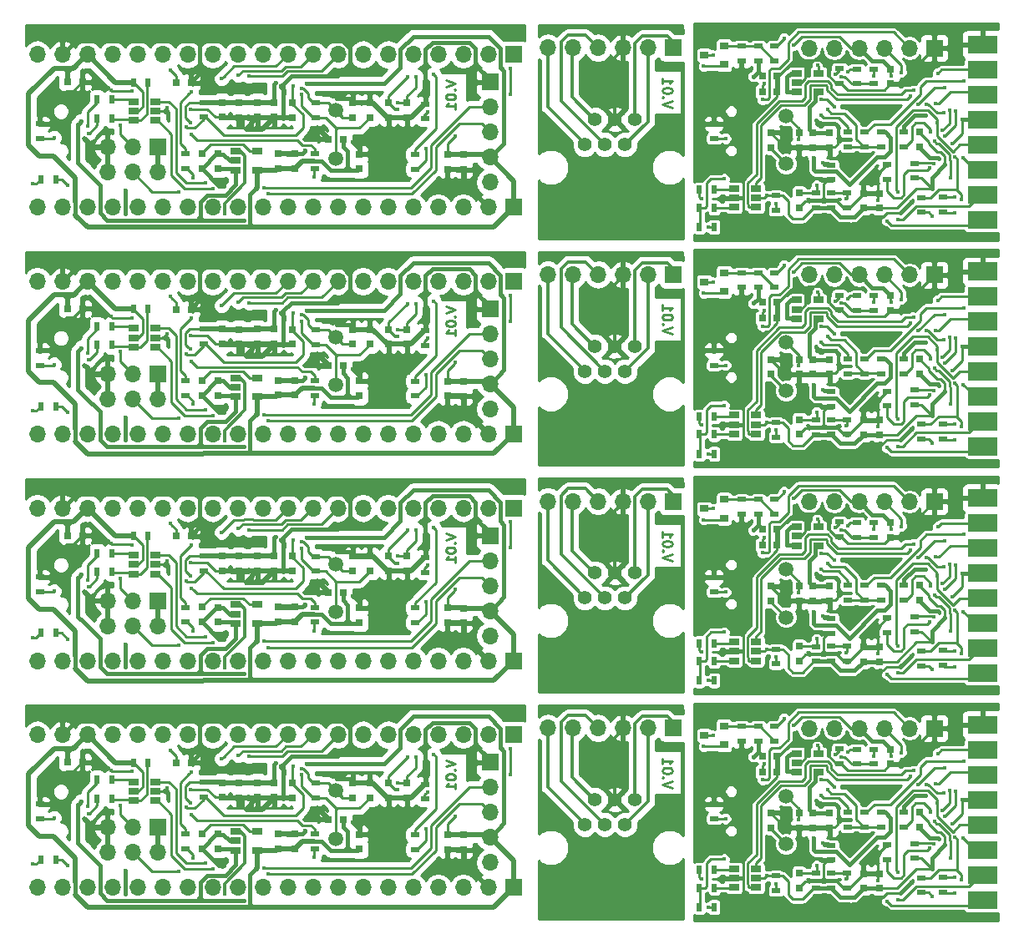
<source format=gbl>
%MOIN*%
%OFA0B0*%
%FSLAX46Y46*%
%IPPOS*%
%LPD*%
%ADD10C,0.0039370078740157488*%
%ADD11R,0.035433070866141732X0.01968503937007874*%
%ADD12R,0.066929133858267723X0.066929133858267723*%
%ADD13O,0.066929133858267723X0.066929133858267723*%
%ADD14R,0.029527559055118113X0.031496062992125991*%
%ADD15R,0.041732283464566935X0.025590551181102365*%
%ADD16R,0.01968503937007874X0.035433070866141732*%
%ADD17R,0.035433070866141732X0.031496062992125991*%
%ADD18R,0.031496062992125991X0.029527559055118113*%
%ADD19C,0.059055118110236227*%
%ADD20C,0.017834645669291341*%
%ADD21C,0.017716535433070866*%
%ADD22C,0.015748031496062995*%
%ADD23C,0.00984251968503937*%
%ADD24C,0.01*%
%ADD35C,0.0039370078740157488*%
%ADD36R,0.035433070866141732X0.01968503937007874*%
%ADD37R,0.066929133858267723X0.066929133858267723*%
%ADD38O,0.066929133858267723X0.066929133858267723*%
%ADD39R,0.029527559055118113X0.031496062992125991*%
%ADD40R,0.041732283464566935X0.025590551181102365*%
%ADD41R,0.01968503937007874X0.035433070866141732*%
%ADD42R,0.035433070866141732X0.031496062992125991*%
%ADD43R,0.031496062992125991X0.029527559055118113*%
%ADD44C,0.059055118110236227*%
%ADD45C,0.017834645669291341*%
%ADD46C,0.017716535433070866*%
%ADD47C,0.015748031496062995*%
%ADD48C,0.00984251968503937*%
%ADD49C,0.01*%
%ADD50C,0.0039370078740157488*%
%ADD51R,0.035433070866141732X0.01968503937007874*%
%ADD52R,0.066929133858267723X0.066929133858267723*%
%ADD53O,0.066929133858267723X0.066929133858267723*%
%ADD54R,0.029527559055118113X0.031496062992125991*%
%ADD55R,0.041732283464566935X0.025590551181102365*%
%ADD56R,0.01968503937007874X0.035433070866141732*%
%ADD57R,0.035433070866141732X0.031496062992125991*%
%ADD58R,0.031496062992125991X0.029527559055118113*%
%ADD59C,0.059055118110236227*%
%ADD60C,0.017834645669291341*%
%ADD61C,0.017716535433070866*%
%ADD62C,0.015748031496062995*%
%ADD63C,0.00984251968503937*%
%ADD64C,0.01*%
%ADD65C,0.0039370078740157488*%
%ADD66R,0.035433070866141732X0.01968503937007874*%
%ADD67R,0.066929133858267723X0.066929133858267723*%
%ADD68O,0.066929133858267723X0.066929133858267723*%
%ADD69R,0.029527559055118113X0.031496062992125991*%
%ADD70R,0.041732283464566935X0.025590551181102365*%
%ADD71R,0.01968503937007874X0.035433070866141732*%
%ADD72R,0.035433070866141732X0.031496062992125991*%
%ADD73R,0.031496062992125991X0.029527559055118113*%
%ADD74C,0.059055118110236227*%
%ADD75C,0.017834645669291341*%
%ADD76C,0.017716535433070866*%
%ADD77C,0.015748031496062995*%
%ADD78C,0.00984251968503937*%
%ADD79C,0.01*%
%ADD80C,0.0039370078740157488*%
%ADD81C,0.00984251968503937*%
%ADD82R,0.066929133858267723X0.066929133858267723*%
%ADD83O,0.066929133858267723X0.066929133858267723*%
%ADD84R,0.01968503937007874X0.035433070866141732*%
%ADD85R,0.031496062992125991X0.029527559055118113*%
%ADD86R,0.029527559055118113X0.031496062992125991*%
%ADD87C,0.059055118110236227*%
%ADD88R,0.035433070866141732X0.01968503937007874*%
%ADD89R,0.041732283464566935X0.025590551181102365*%
%ADD90C,0.017834645669291341*%
%ADD91C,0.015748031496062995*%
%ADD92C,0.01968503937007874*%
%ADD93C,0.011811023622047244*%
%ADD94C,0.01*%
%ADD95C,0.0039370078740157488*%
%ADD96C,0.00984251968503937*%
%ADD97R,0.066929133858267723X0.066929133858267723*%
%ADD98O,0.066929133858267723X0.066929133858267723*%
%ADD99R,0.01968503937007874X0.035433070866141732*%
%ADD100R,0.031496062992125991X0.029527559055118113*%
%ADD101R,0.029527559055118113X0.031496062992125991*%
%ADD102C,0.059055118110236227*%
%ADD103R,0.035433070866141732X0.01968503937007874*%
%ADD104R,0.041732283464566935X0.025590551181102365*%
%ADD105C,0.017834645669291341*%
%ADD106C,0.015748031496062995*%
%ADD107C,0.01968503937007874*%
%ADD108C,0.011811023622047244*%
%ADD109C,0.01*%
%ADD110C,0.0039370078740157488*%
%ADD111C,0.00984251968503937*%
%ADD112R,0.066929133858267723X0.066929133858267723*%
%ADD113O,0.066929133858267723X0.066929133858267723*%
%ADD114R,0.01968503937007874X0.035433070866141732*%
%ADD115R,0.031496062992125991X0.029527559055118113*%
%ADD116R,0.029527559055118113X0.031496062992125991*%
%ADD117C,0.059055118110236227*%
%ADD118R,0.035433070866141732X0.01968503937007874*%
%ADD119R,0.041732283464566935X0.025590551181102365*%
%ADD120C,0.017834645669291341*%
%ADD121C,0.015748031496062995*%
%ADD122C,0.01968503937007874*%
%ADD123C,0.011811023622047244*%
%ADD124C,0.01*%
%ADD125C,0.0039370078740157488*%
%ADD126C,0.00984251968503937*%
%ADD127R,0.066929133858267723X0.066929133858267723*%
%ADD128O,0.066929133858267723X0.066929133858267723*%
%ADD129R,0.01968503937007874X0.035433070866141732*%
%ADD130R,0.031496062992125991X0.029527559055118113*%
%ADD131R,0.029527559055118113X0.031496062992125991*%
%ADD132C,0.059055118110236227*%
%ADD133R,0.035433070866141732X0.01968503937007874*%
%ADD134R,0.041732283464566935X0.025590551181102365*%
%ADD135C,0.017834645669291341*%
%ADD136C,0.015748031496062995*%
%ADD137C,0.01968503937007874*%
%ADD138C,0.011811023622047244*%
%ADD139C,0.01*%
%ADD140C,0.0039370078740157488*%
%ADD141C,0.00984251968503937*%
%ADD142C,0.017125984251968505*%
%ADD143C,0.055118110236220472*%
%ADD144R,0.066929133858267723X0.066929133858267723*%
%ADD145O,0.066929133858267723X0.066929133858267723*%
%ADD146C,0.011811023622047244*%
%ADD147C,0.01*%
%ADD148C,0.0039370078740157488*%
%ADD149C,0.00984251968503937*%
%ADD150C,0.017125984251968505*%
%ADD151C,0.055118110236220472*%
%ADD152R,0.066929133858267723X0.066929133858267723*%
%ADD153O,0.066929133858267723X0.066929133858267723*%
%ADD154C,0.011811023622047244*%
%ADD155C,0.01*%
%ADD156C,0.0039370078740157488*%
%ADD157C,0.00984251968503937*%
%ADD158C,0.017125984251968505*%
%ADD159C,0.055118110236220472*%
%ADD160R,0.066929133858267723X0.066929133858267723*%
%ADD161O,0.066929133858267723X0.066929133858267723*%
%ADD162C,0.011811023622047244*%
%ADD163C,0.01*%
%ADD164C,0.0039370078740157488*%
%ADD165C,0.00984251968503937*%
%ADD166C,0.017125984251968505*%
%ADD167C,0.055118110236220472*%
%ADD168R,0.066929133858267723X0.066929133858267723*%
%ADD169O,0.066929133858267723X0.066929133858267723*%
%ADD170C,0.011811023622047244*%
%ADD171C,0.01*%
G01G01*
D10*
D11*
X0002677165Y0000905511D02*
X0003242716Y0000319291D03*
X0003242716Y0000260236D03*
X0003574803Y0000267322D03*
X0003574803Y0000326377D03*
X0003465354Y0000322047D03*
X0003465354Y0000262992D03*
D10*
G36*
X0003905511Y0000835826D02*
X0003905511Y0000764960D01*
X0003787401Y0000764960D01*
X0003787401Y0000835826D01*
X0003905511Y0000835826D01*
X0003905511Y0000835826D01*
G37*
G36*
X0003905511Y0000735826D02*
X0003905511Y0000664960D01*
X0003787401Y0000664960D01*
X0003787401Y0000735826D01*
X0003905511Y0000735826D01*
X0003905511Y0000735826D01*
G37*
G36*
X0003905511Y0000635826D02*
X0003905511Y0000564960D01*
X0003787401Y0000564960D01*
X0003787401Y0000635826D01*
X0003905511Y0000635826D01*
X0003905511Y0000635826D01*
G37*
G36*
X0003905511Y0000535826D02*
X0003905511Y0000464960D01*
X0003787401Y0000464960D01*
X0003787401Y0000535826D01*
X0003905511Y0000535826D01*
X0003905511Y0000535826D01*
G37*
G36*
X0003905511Y0000435826D02*
X0003905511Y0000364960D01*
X0003787401Y0000364960D01*
X0003787401Y0000435826D01*
X0003905511Y0000435826D01*
X0003905511Y0000435826D01*
G37*
G36*
X0003905511Y0000335826D02*
X0003905511Y0000264960D01*
X0003787401Y0000264960D01*
X0003787401Y0000335826D01*
X0003905511Y0000335826D01*
X0003905511Y0000335826D01*
G37*
G36*
X0003905511Y0000235826D02*
X0003905511Y0000164960D01*
X0003787401Y0000164960D01*
X0003787401Y0000235826D01*
X0003905511Y0000235826D01*
X0003905511Y0000235826D01*
G37*
G36*
X0003905511Y0000135826D02*
X0003905511Y0000064960D01*
X0003787401Y0000064960D01*
X0003787401Y0000135826D01*
X0003905511Y0000135826D01*
X0003905511Y0000135826D01*
G37*
D12*
X0003654937Y0000786314D03*
D13*
X0003554937Y0000786314D03*
X0003454937Y0000786314D03*
X0003354937Y0000786314D03*
X0003254937Y0000786314D03*
X0003154937Y0000786314D03*
D11*
X0003345275Y0000643700D03*
X0003345275Y0000702755D03*
X0003307937Y0000392125D03*
X0003307937Y0000451181D03*
D14*
X0003370866Y0000205905D03*
X0003370866Y0000146850D03*
X0003596937Y0000392125D03*
X0003596937Y0000451181D03*
X0003480314Y0000643700D03*
X0003480314Y0000702755D03*
X0003235937Y0000389787D03*
X0003235937Y0000448842D03*
D11*
X0003022440Y0000137795D03*
X0003022440Y0000196850D03*
X0003688224Y0000191096D03*
X0003688224Y0000132041D03*
X0003603291Y0000130826D03*
X0003603291Y0000189881D03*
D15*
X0002857086Y0000150787D03*
X0002857086Y0000188188D03*
X0002857086Y0000225590D03*
X0002943700Y0000225590D03*
X0002943700Y0000150787D03*
X0002943700Y0000188188D03*
D11*
X0003412992Y0000702755D03*
X0003412992Y0000643700D03*
X0003375937Y0000451181D03*
X0003375937Y0000392125D03*
X0003440937Y0000392125D03*
X0003440937Y0000451181D03*
X0003532677Y0000451181D03*
X0003532677Y0000392125D03*
X0003017173Y0000794748D03*
X0003017173Y0000735692D03*
X0003274803Y0000705511D03*
X0003274803Y0000646456D03*
X0002885173Y0000735692D03*
X0002885173Y0000794748D03*
X0002951173Y0000794748D03*
X0002951173Y0000735692D03*
X0002774417Y0000484251D03*
X0002774417Y0000425196D03*
D16*
X0002775590Y0000071850D03*
X0002716535Y0000071850D03*
X0002775590Y0000220472D03*
X0002716535Y0000220472D03*
X0002775590Y0000149606D03*
X0002716535Y0000149606D03*
D11*
X0003242716Y0000208251D03*
X0003242716Y0000149196D03*
X0003305716Y0000208251D03*
X0003305716Y0000149196D03*
X0003180716Y0000207251D03*
X0003180716Y0000148196D03*
D17*
X0002814960Y0000795275D03*
X0002814960Y0000720472D03*
X0002736220Y0000757874D03*
D14*
X0003168897Y0000389370D03*
X0003168897Y0000448425D03*
D18*
X0003027267Y0000675685D03*
X0002968212Y0000675685D03*
D14*
X0003114566Y0000448818D03*
X0003114566Y0000389763D03*
X0003001968Y0000389370D03*
X0003001968Y0000448425D03*
X0003114716Y0000149196D03*
X0003114716Y0000208251D03*
X0003434645Y0000205905D03*
X0003434645Y0000146850D03*
D19*
X0003062937Y0000324314D03*
X0003062937Y0000516440D03*
D18*
X0003027267Y0000612685D03*
X0002968212Y0000612685D03*
D15*
X0003105511Y0000611023D03*
X0003105511Y0000648425D03*
X0003105511Y0000685826D03*
X0003192125Y0000685826D03*
X0003192125Y0000611023D03*
D20*
X0003092519Y0000798228D03*
X0002985472Y0000196850D03*
X0003172834Y0000347637D03*
X0003697073Y0000322106D03*
D21*
X0003726906Y0000404860D03*
X0003644052Y0000224678D03*
X0003766535Y0000500787D03*
D20*
X0003482937Y0000676241D03*
X0002771653Y0000757874D03*
X0003321937Y0000112314D03*
X0003155937Y0000486314D03*
X0003314937Y0000240314D03*
X0003065937Y0000613314D03*
X0002931889Y0000672834D03*
D21*
X0003645275Y0000115354D03*
D20*
X0003734937Y0000190314D03*
X0002815354Y0000264566D03*
D21*
X0003691389Y0000527069D03*
D20*
X0003623937Y0000562314D03*
X0003696850Y0000435039D03*
X0003654531Y0000413836D03*
D21*
X0003740157Y0000533464D03*
D20*
X0003720078Y0000269743D03*
X0003668110Y0000685433D03*
X0003769602Y0000347700D03*
D21*
X0003508867Y0000101181D03*
X0003465748Y0000096457D03*
D20*
X0002733267Y0000713582D03*
X0002750984Y0000071850D03*
X0003694327Y0000628312D03*
X0003736220Y0000352362D03*
X0003686994Y0000458784D03*
D21*
X0003714853Y0000537284D03*
D20*
X0003735433Y0000127165D03*
X0003762204Y0000180314D03*
D21*
X0003589711Y0000562540D03*
D20*
X0003570934Y0000617155D03*
X0003558538Y0000594125D03*
X0003054241Y0000825372D03*
X0003638582Y0000450787D03*
D21*
X0003227321Y0000540354D03*
X0003282937Y0000673032D03*
X0003202518Y0000516837D03*
X0003308937Y0000690661D03*
X0003303590Y0000183417D03*
D20*
X0003771616Y0000654936D03*
X0003413937Y0000676314D03*
X0003523873Y0000686948D03*
D21*
X0003508183Y0000211023D03*
D20*
X0003665748Y0000488582D03*
X0003660433Y0000564960D03*
D21*
X0003617883Y0000517144D03*
X0002968897Y0000581188D03*
D20*
X0003184645Y0000237795D03*
X0003364173Y0000485433D03*
D21*
X0002814960Y0000484251D03*
D20*
X0002890748Y0000124015D03*
X0003437795Y0000112598D03*
X0003563385Y0000170078D03*
X0003428740Y0000179389D03*
X0003672756Y0000344488D03*
X0003525550Y0000661055D03*
X0003193937Y0000487314D03*
D21*
X0003257937Y0000175772D03*
X0003112598Y0000422244D03*
X0003187992Y0000717519D03*
X0002975102Y0000643996D03*
D20*
X0002724350Y0000186023D03*
X0002821850Y0000425196D03*
X0003203799Y0000580393D03*
X0003258641Y0000682019D03*
D21*
X0003256283Y0000551086D03*
D20*
X0003021653Y0000166338D03*
X0003634649Y0000307086D03*
X0003653543Y0000325196D03*
X0003209370Y0000328031D03*
D22*
X0003179134Y0000574044D02*
X0003155937Y0000550847D01*
X0003192125Y0000611023D02*
X0003179134Y0000598031D01*
X0003155937Y0000550847D02*
X0003155937Y0000486314D01*
X0003179134Y0000598031D02*
X0003179134Y0000574044D01*
D23*
X0003354937Y0000786314D02*
X0003323401Y0000786314D01*
X0003323401Y0000786314D02*
X0003277141Y0000832574D01*
X0003277141Y0000832574D02*
X0003126866Y0000832574D01*
X0003126866Y0000832574D02*
X0003092519Y0000798228D01*
X0003022440Y0000196850D02*
X0003050000Y0000196850D01*
X0003050000Y0000196850D02*
X0003071850Y0000175000D01*
X0003090551Y0000104330D02*
X0003128976Y0000104330D01*
X0003071850Y0000175000D02*
X0003071850Y0000123031D01*
X0003071850Y0000123031D02*
X0003090551Y0000104330D01*
X0003172842Y0000148196D02*
X0003180716Y0000148196D01*
X0003128976Y0000104330D02*
X0003172842Y0000148196D01*
X0002943700Y0000188188D02*
X0002976811Y0000188188D01*
X0002976811Y0000188188D02*
X0002985472Y0000196850D01*
X0003680500Y0000370531D02*
X0003696790Y0000354241D01*
X0003696790Y0000335000D02*
X0003697073Y0000334717D01*
X0003697073Y0000334717D02*
X0003697073Y0000322106D01*
X0003596937Y0000448818D02*
X0003632818Y0000412936D01*
X0003632818Y0000403414D02*
X0003665701Y0000370531D01*
X0003632818Y0000412936D02*
X0003632818Y0000403414D01*
X0003665701Y0000370531D02*
X0003680500Y0000370531D01*
X0003696790Y0000354241D02*
X0003696790Y0000335000D01*
X0003574803Y0000267322D02*
X0003601407Y0000267322D01*
X0003601407Y0000267322D02*
X0003644052Y0000224678D01*
D22*
X0003172834Y0000300393D02*
X0003172834Y0000347637D01*
X0003179527Y0000293700D02*
X0003172834Y0000300393D01*
X0003261551Y0000293700D02*
X0003179527Y0000293700D01*
X0003314937Y0000240314D02*
X0003261551Y0000293700D01*
D23*
X0003504085Y0000146850D02*
X0003434645Y0000146850D01*
X0003644052Y0000224678D02*
X0003581913Y0000224678D01*
X0003581913Y0000224678D02*
X0003504085Y0000146850D01*
D22*
X0003644052Y0000224678D02*
X0003644052Y0000269084D01*
X0003644052Y0000269084D02*
X0003697073Y0000322106D01*
D23*
X0003766535Y0000444488D02*
X0003726906Y0000404860D01*
X0003766535Y0000500787D02*
X0003766535Y0000444488D01*
D22*
X0003766929Y0000500393D02*
X0003766535Y0000500787D01*
X0003846456Y0000500393D02*
X0003766929Y0000500393D01*
X0003458078Y0000451370D02*
X0003480314Y0000429133D01*
X0003440937Y0000451370D02*
X0003458078Y0000451370D01*
X0003426984Y0000352362D02*
X0003314937Y0000240314D01*
X0003480314Y0000429133D02*
X0003480314Y0000375787D01*
X0003480314Y0000375787D02*
X0003456889Y0000352362D01*
X0003456889Y0000352362D02*
X0003426984Y0000352362D01*
X0003370866Y0000146850D02*
X0003434645Y0000146850D01*
X0003321937Y0000112314D02*
X0003336330Y0000112314D01*
X0003336330Y0000112314D02*
X0003370866Y0000146850D01*
X0003242716Y0000149196D02*
X0003279598Y0000112314D01*
X0003279598Y0000112314D02*
X0003321937Y0000112314D01*
X0003180716Y0000148196D02*
X0003241716Y0000148196D01*
X0003241716Y0000148196D02*
X0003242716Y0000149196D01*
X0003480314Y0000702755D02*
X0003480314Y0000703740D01*
X0003407000Y0000734251D02*
X0003354937Y0000786314D01*
X0003480314Y0000703740D02*
X0003449803Y0000734251D01*
X0003449803Y0000734251D02*
X0003407000Y0000734251D01*
X0003168897Y0000448425D02*
X0003235519Y0000448425D01*
X0003235519Y0000448425D02*
X0003235937Y0000448842D01*
X0003155937Y0000486314D02*
X0003155937Y0000461385D01*
X0003155937Y0000461385D02*
X0003168897Y0000448425D01*
D23*
X0003480314Y0000702755D02*
X0003480314Y0000677165D01*
X0003480314Y0000677165D02*
X0003481238Y0000676241D01*
X0003481238Y0000676241D02*
X0003482937Y0000676241D01*
X0002771653Y0000757874D02*
X0002736220Y0000757874D01*
X0003022440Y0000196850D02*
X0002985472Y0000196850D01*
D22*
X0002931889Y0000672834D02*
X0002951173Y0000692118D01*
X0002951173Y0000692118D02*
X0002951173Y0000692724D01*
X0002951173Y0000735692D02*
X0002951173Y0000692724D01*
X0002951173Y0000692724D02*
X0002968212Y0000675685D01*
X0003065937Y0000613314D02*
X0003065937Y0000670858D01*
X0003080905Y0000685826D02*
X0003105511Y0000685826D01*
X0003065937Y0000670858D02*
X0003080905Y0000685826D01*
X0003065937Y0000613314D02*
X0003103220Y0000613314D01*
X0003103220Y0000613314D02*
X0003105511Y0000611023D01*
X0003105511Y0000611023D02*
X0003093228Y0000611023D01*
X0003093228Y0000611023D02*
X0003092937Y0000611314D01*
X0003092937Y0000611314D02*
X0003085937Y0000611314D01*
D23*
X0003645275Y0000116401D02*
X0003645275Y0000115354D01*
X0003630850Y0000130826D02*
X0003645275Y0000116401D01*
X0003603291Y0000130826D02*
X0003630850Y0000130826D01*
X0003689006Y0000190314D02*
X0003688224Y0000191096D01*
X0003734937Y0000190314D02*
X0003689006Y0000190314D01*
X0003686106Y0000193214D02*
X0003688224Y0000191096D01*
X0002746062Y0000247047D02*
X0002763582Y0000264566D01*
X0002739173Y0000149606D02*
X0002746062Y0000156496D01*
X0002720472Y0000148622D02*
X0002719488Y0000149606D01*
X0002720472Y0000071850D02*
X0002720472Y0000148622D01*
X0002763582Y0000264566D02*
X0002815354Y0000264566D01*
X0002746062Y0000156496D02*
X0002746062Y0000247047D01*
X0002719488Y0000149606D02*
X0002739173Y0000149606D01*
X0003664774Y0000527069D02*
X0003691389Y0000527069D01*
X0003629529Y0000562314D02*
X0003664774Y0000527069D01*
X0003623937Y0000562314D02*
X0003629529Y0000562314D01*
X0003714507Y0000341940D02*
X0003714507Y0000361579D01*
X0003663448Y0000404919D02*
X0003654531Y0000413836D01*
X0003671168Y0000404919D02*
X0003663448Y0000404919D01*
X0003714507Y0000361579D02*
X0003671168Y0000404919D01*
X0003720078Y0000269743D02*
X0003720078Y0000336369D01*
X0003720078Y0000336369D02*
X0003714507Y0000341940D01*
X0003740157Y0000478346D02*
X0003696850Y0000435039D01*
X0003740157Y0000533464D02*
X0003740157Y0000478346D01*
X0003683070Y0000700393D02*
X0003668110Y0000685433D01*
X0003846456Y0000700393D02*
X0003683070Y0000700393D01*
X0003844437Y0000709661D02*
X0003838217Y0000709661D01*
X0003844007Y0000702842D02*
X0003846456Y0000700393D01*
X0003808050Y0000309251D02*
X0003769602Y0000347700D01*
X0003844488Y0000309251D02*
X0003808050Y0000309251D01*
X0003583291Y0000156496D02*
X0003527977Y0000101181D01*
X0003527977Y0000101181D02*
X0003508867Y0000101181D01*
X0003791732Y0000156496D02*
X0003583291Y0000156496D01*
X0003844488Y0000209251D02*
X0003791732Y0000156496D01*
X0003814763Y0000079527D02*
X0003482677Y0000079527D01*
X0003482677Y0000079527D02*
X0003465748Y0000096457D01*
X0003844488Y0000109251D02*
X0003814763Y0000079527D01*
X0002814960Y0000795275D02*
X0002884645Y0000795275D01*
X0002884645Y0000795275D02*
X0002885173Y0000794748D01*
X0002885173Y0000794748D02*
X0002951173Y0000794748D01*
X0002951173Y0000794748D02*
X0002958118Y0000794748D01*
X0002958118Y0000794748D02*
X0003017173Y0000735692D01*
X0002733267Y0000713582D02*
X0002808070Y0000713582D01*
X0002808070Y0000713582D02*
X0002814960Y0000720472D01*
X0002779527Y0000071850D02*
X0002750984Y0000071850D01*
X0003655483Y0000628312D02*
X0003694327Y0000628312D01*
X0003589711Y0000562540D02*
X0003655483Y0000628312D01*
X0003745137Y0000343444D02*
X0003736220Y0000352362D01*
X0003745137Y0000224665D02*
X0003745137Y0000343444D01*
X0003742125Y0000221653D02*
X0003745137Y0000224665D01*
X0003714853Y0000537284D02*
X0003714853Y0000486643D01*
X0003714853Y0000486643D02*
X0003686994Y0000458784D01*
X0003640378Y0000189881D02*
X0003672150Y0000221653D01*
X0003672150Y0000221653D02*
X0003742125Y0000221653D01*
X0003735433Y0000127165D02*
X0003693100Y0000127165D01*
X0003693100Y0000127165D02*
X0003688224Y0000132041D01*
X0003742125Y0000221653D02*
X0003762204Y0000201574D01*
X0003762204Y0000201574D02*
X0003762204Y0000180314D01*
X0003603291Y0000189881D02*
X0003640378Y0000189881D01*
X0003603685Y0000189488D02*
X0003603291Y0000189881D01*
X0003537777Y0000617155D02*
X0003570934Y0000617155D01*
X0003520937Y0000600314D02*
X0003537777Y0000617155D01*
X0002944488Y0000282086D02*
X0002944488Y0000485306D01*
X0003243897Y0000626377D02*
X0003269960Y0000600314D01*
X0003230173Y0000654724D02*
X0003243897Y0000641000D01*
X0003139763Y0000642181D02*
X0003152307Y0000654724D01*
X0003152307Y0000654724D02*
X0003230173Y0000654724D01*
X0002912992Y0000150787D02*
X0002912598Y0000151181D01*
X0003243897Y0000641000D02*
X0003243897Y0000626377D01*
X0002944488Y0000485306D02*
X0003035662Y0000576480D01*
X0002910039Y0000247637D02*
X0002944488Y0000282086D01*
X0003139763Y0000588960D02*
X0003139763Y0000642181D01*
X0002943700Y0000150787D02*
X0002912992Y0000150787D01*
X0003035662Y0000576480D02*
X0003127283Y0000576480D01*
X0002910039Y0000165157D02*
X0002910039Y0000247637D01*
X0002912598Y0000162598D02*
X0002910039Y0000165157D01*
X0002912598Y0000151181D02*
X0002912598Y0000162598D01*
X0003127283Y0000576480D02*
X0003139763Y0000588960D01*
X0003269960Y0000600314D02*
X0003520937Y0000600314D01*
X0002943700Y0000248228D02*
X0002962205Y0000266732D01*
X0003043001Y0000558763D02*
X0003134622Y0000558763D01*
X0002962205Y0000477967D02*
X0003043001Y0000558763D01*
X0003544727Y0000580314D02*
X0003558538Y0000594125D01*
X0003226180Y0000619039D02*
X0003264905Y0000580314D01*
X0002943700Y0000225590D02*
X0002943700Y0000248228D01*
X0003134622Y0000558763D02*
X0003157480Y0000581621D01*
X0003157480Y0000581621D02*
X0003157480Y0000634842D01*
X0002962205Y0000266732D02*
X0002962205Y0000477967D01*
X0003157480Y0000634842D02*
X0003159645Y0000637007D01*
X0003159645Y0000637007D02*
X0003222834Y0000637007D01*
X0003222834Y0000637007D02*
X0003226180Y0000633661D01*
X0003226180Y0000633661D02*
X0003226180Y0000619039D01*
X0003264905Y0000580314D02*
X0003544727Y0000580314D01*
X0003025047Y0000794748D02*
X0003054241Y0000823942D01*
X0003017173Y0000794748D02*
X0003025047Y0000794748D01*
X0003054241Y0000823942D02*
X0003054241Y0000825372D01*
X0003611110Y0000488188D02*
X0003638582Y0000460716D01*
X0003580185Y0000488188D02*
X0003611110Y0000488188D01*
X0003638582Y0000460716D02*
X0003638582Y0000450787D01*
X0003564173Y0000472176D02*
X0003580185Y0000488188D01*
X0003532937Y0000393787D02*
X0003540811Y0000393787D01*
X0003564173Y0000417149D02*
X0003564173Y0000472176D01*
X0003540811Y0000393787D02*
X0003564173Y0000417149D01*
X0003397220Y0000392503D02*
X0003374031Y0000392503D01*
X0003374031Y0000392503D02*
X0003343307Y0000423228D01*
X0003343307Y0000423228D02*
X0003343307Y0000478629D01*
X0003343307Y0000478629D02*
X0003295362Y0000526574D01*
X0003295362Y0000526574D02*
X0003241101Y0000526574D01*
X0003241101Y0000526574D02*
X0003227321Y0000540354D01*
X0003397220Y0000392503D02*
X0003397409Y0000392314D01*
X0003397409Y0000392314D02*
X0003440937Y0000392314D01*
X0003397220Y0000392503D02*
X0003308125Y0000392503D01*
X0003308125Y0000392503D02*
X0003307937Y0000392314D01*
X0003345275Y0000643700D02*
X0003325551Y0000643700D01*
X0003325551Y0000643700D02*
X0003296219Y0000673032D01*
X0003296219Y0000673032D02*
X0003282937Y0000673032D01*
X0003345275Y0000643700D02*
X0003412992Y0000643700D01*
X0003307937Y0000471055D02*
X0003307937Y0000451370D01*
X0003211376Y0000507978D02*
X0003271013Y0000507978D01*
X0003271013Y0000507978D02*
X0003307937Y0000471055D01*
X0003202518Y0000516837D02*
X0003211376Y0000507978D01*
X0003317716Y0000702755D02*
X0003308937Y0000693976D01*
X0003345275Y0000702755D02*
X0003317716Y0000702755D01*
X0003308937Y0000693976D02*
X0003308937Y0000690661D01*
X0003305716Y0000185542D02*
X0003303590Y0000183417D01*
X0003305716Y0000208251D02*
X0003305716Y0000185542D01*
X0003242716Y0000208251D02*
X0003305716Y0000208251D01*
X0003771616Y0000654936D02*
X0003621865Y0000654936D01*
X0003477590Y0000482314D02*
X0003414755Y0000482314D01*
X0003621865Y0000654936D02*
X0003597637Y0000630708D01*
X0003597637Y0000630708D02*
X0003597637Y0000602362D01*
X0003597637Y0000602362D02*
X0003477590Y0000482314D01*
X0003414755Y0000482314D02*
X0003383811Y0000451370D01*
X0003383811Y0000451370D02*
X0003375937Y0000451370D01*
X0003412992Y0000677259D02*
X0003413937Y0000676314D01*
X0003412992Y0000702755D02*
X0003412992Y0000677259D01*
X0003523873Y0000717378D02*
X0003523873Y0000686948D01*
X0003454937Y0000786314D02*
X0003523873Y0000717378D01*
X0003756054Y0000400393D02*
X0003728401Y0000372741D01*
X0003665281Y0000475505D02*
X0003665748Y0000475971D01*
X0003665281Y0000435861D02*
X0003665281Y0000475505D01*
X0003846456Y0000400393D02*
X0003756054Y0000400393D01*
X0003665748Y0000475971D02*
X0003665748Y0000488582D01*
X0003728401Y0000372741D02*
X0003665281Y0000435861D01*
X0003665748Y0000488582D02*
X0003666141Y0000488976D01*
X0003501574Y0000473029D02*
X0003501574Y0000216929D01*
X0003666141Y0000488976D02*
X0003666141Y0000500406D01*
X0003666141Y0000500406D02*
X0003627623Y0000538924D01*
X0003507480Y0000211023D02*
X0003508183Y0000211023D01*
X0003627623Y0000538924D02*
X0003567469Y0000538924D01*
X0003567469Y0000538924D02*
X0003501574Y0000473029D01*
X0003501574Y0000216929D02*
X0003507480Y0000211023D01*
X0003673044Y0000564960D02*
X0003660433Y0000564960D01*
X0003718319Y0000610236D02*
X0003673044Y0000564960D01*
X0003843862Y0000610236D02*
X0003718319Y0000610236D01*
X0003844437Y0000609661D02*
X0003843862Y0000610236D01*
D22*
X0003532937Y0000452842D02*
X0003532937Y0000475160D01*
X0003532937Y0000475160D02*
X0003574920Y0000517144D01*
X0003574920Y0000517144D02*
X0003617883Y0000517144D01*
D23*
X0002968897Y0000581188D02*
X0002990259Y0000581188D01*
X0003070807Y0000808650D02*
X0003112448Y0000850291D01*
X0002990259Y0000581188D02*
X0002996755Y0000587685D01*
X0002996755Y0000587685D02*
X0002996755Y0000698716D01*
X0002996755Y0000698716D02*
X0003004732Y0000706692D01*
X0003004732Y0000706692D02*
X0003035314Y0000706692D01*
X0003490960Y0000850291D02*
X0003554937Y0000786314D01*
X0003035314Y0000706692D02*
X0003070807Y0000742185D01*
X0003070807Y0000742185D02*
X0003070807Y0000808650D01*
X0003112448Y0000850291D02*
X0003490960Y0000850291D01*
X0003184645Y0000237795D02*
X0003184645Y0000211181D01*
X0003184645Y0000211181D02*
X0003180716Y0000207251D01*
X0003114716Y0000208251D02*
X0003179716Y0000208251D01*
X0003179716Y0000208251D02*
X0003180716Y0000207251D01*
X0003139173Y0000666646D02*
X0003139173Y0000726377D01*
X0003105511Y0000648425D02*
X0003120951Y0000648425D01*
X0003120951Y0000648425D02*
X0003139173Y0000666646D01*
X0003197401Y0000739173D02*
X0003151968Y0000739173D01*
X0003263496Y0000646456D02*
X0003236220Y0000673733D01*
X0003274409Y0000646456D02*
X0003263496Y0000646456D01*
X0003236220Y0000700354D02*
X0003197401Y0000739173D01*
X0003151968Y0000739173D02*
X0003139173Y0000726377D01*
X0003236220Y0000673733D02*
X0003236220Y0000700354D01*
X0003076598Y0000719314D02*
X0003083661Y0000726377D01*
X0003083661Y0000726377D02*
X0003139173Y0000726377D01*
X0003076441Y0000719314D02*
X0003076598Y0000719314D01*
X0002814960Y0000484251D02*
X0002866141Y0000484251D01*
X0002866141Y0000484251D02*
X0002890748Y0000459645D01*
X0002890748Y0000459645D02*
X0002890748Y0000191141D01*
X0002890748Y0000191141D02*
X0002887795Y0000188188D01*
X0003027267Y0000612685D02*
X0003027267Y0000593141D01*
X0003027267Y0000593141D02*
X0002918378Y0000484251D01*
X0002918378Y0000484251D02*
X0002814960Y0000484251D01*
X0003465354Y0000322047D02*
X0003465354Y0000321259D01*
X0003465354Y0000321259D02*
X0003428149Y0000284055D01*
X0003428149Y0000284055D02*
X0003428149Y0000212401D01*
X0003428149Y0000212401D02*
X0003434645Y0000205905D01*
X0002774417Y0000484251D02*
X0002814960Y0000484251D01*
X0002890748Y0000185236D02*
X0002890748Y0000124015D01*
X0002887795Y0000188188D02*
X0002890748Y0000185236D01*
X0003563385Y0000170078D02*
X0003520472Y0000127165D01*
X0003520472Y0000127165D02*
X0003464973Y0000127165D01*
X0003464973Y0000127165D02*
X0003450406Y0000112598D01*
X0003450406Y0000112598D02*
X0003437795Y0000112598D01*
X0003525550Y0000661055D02*
X0003529952Y0000661055D01*
X0003653937Y0000785039D02*
X0003653937Y0000787314D01*
X0003529952Y0000661055D02*
X0003653937Y0000785039D01*
X0003653937Y0000787314D02*
X0003654937Y0000786314D01*
X0003211811Y0000188566D02*
X0003211811Y0000243307D01*
X0003211811Y0000243307D02*
X0003228740Y0000260236D01*
X0003228740Y0000260236D02*
X0003242716Y0000260236D01*
X0003229527Y0000260236D02*
X0003242716Y0000260236D01*
X0003237007Y0000260236D02*
X0003229133Y0000260236D01*
X0003225590Y0000174787D02*
X0003248818Y0000174787D01*
X0003211811Y0000188566D02*
X0003225590Y0000174787D01*
X0003139322Y0000174787D02*
X0003248818Y0000174787D01*
X0003248818Y0000174787D02*
X0003256952Y0000174787D01*
X0003428740Y0000179389D02*
X0003428740Y0000199999D01*
X0003428740Y0000199999D02*
X0003434645Y0000205905D01*
D22*
X0003596937Y0000389763D02*
X0003636838Y0000349862D01*
X0003636838Y0000349862D02*
X0003667382Y0000349862D01*
X0003667382Y0000349862D02*
X0003672756Y0000344488D01*
X0002857086Y0000188188D02*
X0002887795Y0000188188D01*
D23*
X0003480314Y0000643700D02*
X0003508858Y0000643700D01*
X0003508858Y0000643700D02*
X0003525590Y0000660433D01*
X0003525590Y0000660433D02*
X0003525550Y0000660473D01*
X0003525550Y0000660473D02*
X0003525550Y0000661055D01*
D22*
X0003839535Y0000807314D02*
X0003846456Y0000800393D01*
D23*
X0003274409Y0000646456D02*
X0003281795Y0000646456D01*
X0003281795Y0000646456D02*
X0003308937Y0000619314D01*
X0003308937Y0000619314D02*
X0003455937Y0000619314D01*
X0003455937Y0000619314D02*
X0003480314Y0000643692D01*
X0003480314Y0000643692D02*
X0003480314Y0000643700D01*
X0003168897Y0000389370D02*
X0003172031Y0000392503D01*
X0003268937Y0000403204D02*
X0003268937Y0000475314D01*
X0003172031Y0000392503D02*
X0003259220Y0000392503D01*
X0003259220Y0000392503D02*
X0003259220Y0000393488D01*
X0003256937Y0000487314D02*
X0003193937Y0000487314D01*
X0003259220Y0000393488D02*
X0003268937Y0000403204D01*
X0003268937Y0000475314D02*
X0003256937Y0000487314D01*
X0003305716Y0000149196D02*
X0003291055Y0000149196D01*
X0003291055Y0000149196D02*
X0003264479Y0000175772D01*
X0003264479Y0000175772D02*
X0003257937Y0000175772D01*
X0003114716Y0000150181D02*
X0003139322Y0000174787D01*
X0003114716Y0000149196D02*
X0003114716Y0000150181D01*
X0003256952Y0000174787D02*
X0003257937Y0000175772D01*
X0003842551Y0000807314D02*
X0003844488Y0000809251D01*
X0003032811Y0000675685D02*
X0003027267Y0000675685D01*
X0003076441Y0000719314D02*
X0003032811Y0000675685D01*
X0003027267Y0000675685D02*
X0003027267Y0000612685D01*
X0003114566Y0000389763D02*
X0003059645Y0000389763D01*
X0003059645Y0000389763D02*
X0003001968Y0000447440D01*
X0003001968Y0000447440D02*
X0003001968Y0000448425D01*
X0003168897Y0000389370D02*
X0003114960Y0000389370D01*
X0003114960Y0000389370D02*
X0003114566Y0000389763D01*
X0003370866Y0000205905D02*
X0003434645Y0000205905D01*
X0003305716Y0000149196D02*
X0003314157Y0000149196D01*
X0003314157Y0000149196D02*
X0003370866Y0000205905D01*
X0003001968Y0000389370D02*
X0003001968Y0000385283D01*
X0003001968Y0000385283D02*
X0003062937Y0000324314D01*
X0003114566Y0000448818D02*
X0003114566Y0000464811D01*
X0003114566Y0000464811D02*
X0003062937Y0000516440D01*
X0003112598Y0000422244D02*
X0003112598Y0000446850D01*
X0003112598Y0000446850D02*
X0003114566Y0000448818D01*
X0003192125Y0000685826D02*
X0003192125Y0000713385D01*
X0003192125Y0000713385D02*
X0003187992Y0000717519D01*
X0002974918Y0000643996D02*
X0002975102Y0000643996D01*
X0002968212Y0000612685D02*
X0002968212Y0000637291D01*
X0002968212Y0000637291D02*
X0002974918Y0000643996D01*
X0002723425Y0000186023D02*
X0002724350Y0000186023D01*
X0002716535Y0000220472D02*
X0002716535Y0000192913D01*
X0002716535Y0000192913D02*
X0002723425Y0000186023D01*
X0002774417Y0000425196D02*
X0002821850Y0000425196D01*
X0002778543Y0000149606D02*
X0002855905Y0000149606D01*
X0002855905Y0000149606D02*
X0002857086Y0000150787D01*
X0002852952Y0000146653D02*
X0002857086Y0000150787D01*
X0002775590Y0000220472D02*
X0002851968Y0000220472D01*
X0002851968Y0000220472D02*
X0002857086Y0000225590D01*
X0002848425Y0000234251D02*
X0002857086Y0000225590D01*
X0003226976Y0000580393D02*
X0003203799Y0000580393D01*
X0003256283Y0000551086D02*
X0003226976Y0000580393D01*
X0003274409Y0000697787D02*
X0003258641Y0000682019D01*
X0003274409Y0000705511D02*
X0003274409Y0000697787D01*
X0003022440Y0000137795D02*
X0003021653Y0000138582D01*
X0003021653Y0000138582D02*
X0003021653Y0000166338D01*
X0003634649Y0000307086D02*
X0003624807Y0000297244D01*
X0003492929Y0000188976D02*
X0003465354Y0000216551D01*
X0003624807Y0000297244D02*
X0003549212Y0000297244D01*
X0003549212Y0000297244D02*
X0003533420Y0000281451D01*
X0003533420Y0000281451D02*
X0003533420Y0000201240D01*
X0003533420Y0000201240D02*
X0003521156Y0000188976D01*
X0003521156Y0000188976D02*
X0003492929Y0000188976D01*
X0003465354Y0000216551D02*
X0003465354Y0000262992D01*
X0003583523Y0000328799D02*
X0003649940Y0000328799D01*
X0003581102Y0000326377D02*
X0003583523Y0000328799D01*
X0003649940Y0000328799D02*
X0003653543Y0000325196D01*
X0003215157Y0000319291D02*
X0003209370Y0000325078D01*
X0003242716Y0000319291D02*
X0003215157Y0000319291D01*
X0003209370Y0000325078D02*
X0003209370Y0000328031D01*
X0003228268Y0000328031D02*
X0003209370Y0000328031D01*
X0003237007Y0000319291D02*
X0003228268Y0000328031D01*
D24*
G36*
X0002996315Y0000172407D02*
X0002995929Y0000171478D01*
X0002995921Y0000161950D01*
X0002992772Y0000159924D01*
X0002988934Y0000154306D01*
X0002987584Y0000147637D01*
X0002987584Y0000127952D01*
X0002988756Y0000121722D01*
X0002992438Y0000116001D01*
X0002998055Y0000112162D01*
X0003004724Y0000110812D01*
X0003040157Y0000110812D01*
X0003046387Y0000111984D01*
X0003051642Y0000115366D01*
X0003051772Y0000114714D01*
X0003056483Y0000107664D01*
X0003075184Y0000088963D01*
X0003082234Y0000084252D01*
X0003090551Y0000082598D01*
X0003128976Y0000082598D01*
X0003137292Y0000084252D01*
X0003144343Y0000088963D01*
X0003176593Y0000121213D01*
X0003198433Y0000121213D01*
X0003204662Y0000122386D01*
X0003206412Y0000123511D01*
X0003218591Y0000123511D01*
X0003224999Y0000122213D01*
X0003234789Y0000122213D01*
X0003262143Y0000094860D01*
X0003270151Y0000089508D01*
X0003279598Y0000087629D01*
X0003314295Y0000087629D01*
X0003316796Y0000086591D01*
X0003327032Y0000086582D01*
X0003329568Y0000087629D01*
X0003336330Y0000087629D01*
X0003345777Y0000089508D01*
X0003353785Y0000094860D01*
X0003372887Y0000113962D01*
X0003385629Y0000113962D01*
X0003391859Y0000115134D01*
X0003397581Y0000118816D01*
X0003399869Y0000122165D01*
X0003405655Y0000122165D01*
X0003407595Y0000119150D01*
X0003413213Y0000115312D01*
X0003419881Y0000113962D01*
X0003446950Y0000113962D01*
X0003443999Y0000111016D01*
X0003440083Y0000101585D01*
X0003440074Y0000091373D01*
X0003443973Y0000081935D01*
X0003451188Y0000074708D01*
X0003460619Y0000070792D01*
X0003460678Y0000070792D01*
X0003467310Y0000064160D01*
X0003474360Y0000059449D01*
X0003482677Y0000057795D01*
X0003772035Y0000057795D01*
X0003775115Y0000053009D01*
X0003780733Y0000049170D01*
X0003787401Y0000047820D01*
X0003905511Y0000047820D01*
X0003909370Y0000048546D01*
X0003909370Y0000019763D01*
X0002696929Y0000019763D01*
X0002696929Y0000040458D01*
X0002700024Y0000038343D01*
X0002706692Y0000036993D01*
X0002726377Y0000036993D01*
X0002732607Y0000038165D01*
X0002738329Y0000041847D01*
X0002742167Y0000047465D01*
X0002742202Y0000047638D01*
X0002745844Y0000046126D01*
X0002750926Y0000046122D01*
X0002753461Y0000042182D01*
X0002759079Y0000038343D01*
X0002765748Y0000036993D01*
X0002785433Y0000036993D01*
X0002791662Y0000038165D01*
X0002797384Y0000041847D01*
X0002801222Y0000047465D01*
X0002802573Y0000054133D01*
X0002802573Y0000089566D01*
X0002801401Y0000095796D01*
X0002797719Y0000101518D01*
X0002792101Y0000105356D01*
X0002785433Y0000106707D01*
X0002765748Y0000106707D01*
X0002759518Y0000105535D01*
X0002753796Y0000101853D01*
X0002750875Y0000097578D01*
X0002745889Y0000097583D01*
X0002742204Y0000096060D01*
X0002742204Y0000125403D01*
X0002742853Y0000128606D01*
X0002747489Y0000129528D01*
X0002748877Y0000130455D01*
X0002749779Y0000125659D01*
X0002753461Y0000119938D01*
X0002759079Y0000116099D01*
X0002765748Y0000114749D01*
X0002785433Y0000114749D01*
X0002791662Y0000115921D01*
X0002797384Y0000119603D01*
X0002801222Y0000125221D01*
X0002801760Y0000127874D01*
X0002822754Y0000127874D01*
X0002823934Y0000126040D01*
X0002829551Y0000122202D01*
X0002836220Y0000120851D01*
X0002877952Y0000120851D01*
X0002884182Y0000122023D01*
X0002889904Y0000125705D01*
X0002893742Y0000131323D01*
X0002895093Y0000137992D01*
X0002895093Y0000139014D01*
X0002897231Y0000135814D01*
X0002897625Y0000135420D01*
X0002904675Y0000130709D01*
X0002907965Y0000130055D01*
X0002910548Y0000126040D01*
X0002916166Y0000122202D01*
X0002922834Y0000120851D01*
X0002964566Y0000120851D01*
X0002970796Y0000122023D01*
X0002976518Y0000125705D01*
X0002980356Y0000131323D01*
X0002981707Y0000137992D01*
X0002981707Y0000163582D01*
X0002981009Y0000167291D01*
X0002985127Y0000168110D01*
X0002989628Y0000171118D01*
X0002990567Y0000171117D01*
X0002995325Y0000173083D01*
X0002996315Y0000172407D01*
X0002996315Y0000172407D01*
G37*
X0002996315Y0000172407D02*
X0002995929Y0000171478D01*
X0002995921Y0000161950D01*
X0002992772Y0000159924D01*
X0002988934Y0000154306D01*
X0002987584Y0000147637D01*
X0002987584Y0000127952D01*
X0002988756Y0000121722D01*
X0002992438Y0000116001D01*
X0002998055Y0000112162D01*
X0003004724Y0000110812D01*
X0003040157Y0000110812D01*
X0003046387Y0000111984D01*
X0003051642Y0000115366D01*
X0003051772Y0000114714D01*
X0003056483Y0000107664D01*
X0003075184Y0000088963D01*
X0003082234Y0000084252D01*
X0003090551Y0000082598D01*
X0003128976Y0000082598D01*
X0003137292Y0000084252D01*
X0003144343Y0000088963D01*
X0003176593Y0000121213D01*
X0003198433Y0000121213D01*
X0003204662Y0000122386D01*
X0003206412Y0000123511D01*
X0003218591Y0000123511D01*
X0003224999Y0000122213D01*
X0003234789Y0000122213D01*
X0003262143Y0000094860D01*
X0003270151Y0000089508D01*
X0003279598Y0000087629D01*
X0003314295Y0000087629D01*
X0003316796Y0000086591D01*
X0003327032Y0000086582D01*
X0003329568Y0000087629D01*
X0003336330Y0000087629D01*
X0003345777Y0000089508D01*
X0003353785Y0000094860D01*
X0003372887Y0000113962D01*
X0003385629Y0000113962D01*
X0003391859Y0000115134D01*
X0003397581Y0000118816D01*
X0003399869Y0000122165D01*
X0003405655Y0000122165D01*
X0003407595Y0000119150D01*
X0003413213Y0000115312D01*
X0003419881Y0000113962D01*
X0003446950Y0000113962D01*
X0003443999Y0000111016D01*
X0003440083Y0000101585D01*
X0003440074Y0000091373D01*
X0003443973Y0000081935D01*
X0003451188Y0000074708D01*
X0003460619Y0000070792D01*
X0003460678Y0000070792D01*
X0003467310Y0000064160D01*
X0003474360Y0000059449D01*
X0003482677Y0000057795D01*
X0003772035Y0000057795D01*
X0003775115Y0000053009D01*
X0003780733Y0000049170D01*
X0003787401Y0000047820D01*
X0003905511Y0000047820D01*
X0003909370Y0000048546D01*
X0003909370Y0000019763D01*
X0002696929Y0000019763D01*
X0002696929Y0000040458D01*
X0002700024Y0000038343D01*
X0002706692Y0000036993D01*
X0002726377Y0000036993D01*
X0002732607Y0000038165D01*
X0002738329Y0000041847D01*
X0002742167Y0000047465D01*
X0002742202Y0000047638D01*
X0002745844Y0000046126D01*
X0002750926Y0000046122D01*
X0002753461Y0000042182D01*
X0002759079Y0000038343D01*
X0002765748Y0000036993D01*
X0002785433Y0000036993D01*
X0002791662Y0000038165D01*
X0002797384Y0000041847D01*
X0002801222Y0000047465D01*
X0002802573Y0000054133D01*
X0002802573Y0000089566D01*
X0002801401Y0000095796D01*
X0002797719Y0000101518D01*
X0002792101Y0000105356D01*
X0002785433Y0000106707D01*
X0002765748Y0000106707D01*
X0002759518Y0000105535D01*
X0002753796Y0000101853D01*
X0002750875Y0000097578D01*
X0002745889Y0000097583D01*
X0002742204Y0000096060D01*
X0002742204Y0000125403D01*
X0002742853Y0000128606D01*
X0002747489Y0000129528D01*
X0002748877Y0000130455D01*
X0002749779Y0000125659D01*
X0002753461Y0000119938D01*
X0002759079Y0000116099D01*
X0002765748Y0000114749D01*
X0002785433Y0000114749D01*
X0002791662Y0000115921D01*
X0002797384Y0000119603D01*
X0002801222Y0000125221D01*
X0002801760Y0000127874D01*
X0002822754Y0000127874D01*
X0002823934Y0000126040D01*
X0002829551Y0000122202D01*
X0002836220Y0000120851D01*
X0002877952Y0000120851D01*
X0002884182Y0000122023D01*
X0002889904Y0000125705D01*
X0002893742Y0000131323D01*
X0002895093Y0000137992D01*
X0002895093Y0000139014D01*
X0002897231Y0000135814D01*
X0002897625Y0000135420D01*
X0002904675Y0000130709D01*
X0002907965Y0000130055D01*
X0002910548Y0000126040D01*
X0002916166Y0000122202D01*
X0002922834Y0000120851D01*
X0002964566Y0000120851D01*
X0002970796Y0000122023D01*
X0002976518Y0000125705D01*
X0002980356Y0000131323D01*
X0002981707Y0000137992D01*
X0002981707Y0000163582D01*
X0002981009Y0000167291D01*
X0002985127Y0000168110D01*
X0002989628Y0000171118D01*
X0002990567Y0000171117D01*
X0002995325Y0000173083D01*
X0002996315Y0000172407D01*
G36*
X0003568434Y0000180039D02*
X0003569606Y0000173809D01*
X0003569976Y0000173234D01*
X0003567924Y0000171863D01*
X0003520293Y0000124231D01*
X0003513995Y0000126846D01*
X0003512514Y0000126847D01*
X0003519452Y0000131483D01*
X0003568434Y0000180465D01*
X0003568434Y0000180039D01*
X0003568434Y0000180039D01*
G37*
X0003568434Y0000180039D02*
X0003569606Y0000173809D01*
X0003569976Y0000173234D01*
X0003567924Y0000171863D01*
X0003520293Y0000124231D01*
X0003513995Y0000126846D01*
X0003512514Y0000126847D01*
X0003519452Y0000131483D01*
X0003568434Y0000180465D01*
X0003568434Y0000180039D01*
G36*
X0003310716Y0000154118D02*
X0003311503Y0000154118D01*
X0003311503Y0000144275D01*
X0003310716Y0000144275D01*
X0003310716Y0000143409D01*
X0003300716Y0000143409D01*
X0003300716Y0000144275D01*
X0003299929Y0000144275D01*
X0003299929Y0000154118D01*
X0003300716Y0000154118D01*
X0003300716Y0000154984D01*
X0003310716Y0000154984D01*
X0003310716Y0000154118D01*
X0003310716Y0000154118D01*
G37*
X0003310716Y0000154118D02*
X0003311503Y0000154118D01*
X0003311503Y0000144275D01*
X0003310716Y0000144275D01*
X0003310716Y0000143409D01*
X0003300716Y0000143409D01*
X0003300716Y0000144275D01*
X0003299929Y0000144275D01*
X0003299929Y0000154118D01*
X0003300716Y0000154118D01*
X0003300716Y0000154984D01*
X0003310716Y0000154984D01*
X0003310716Y0000154118D01*
G36*
X0003119716Y0000154196D02*
X0003120503Y0000154196D01*
X0003120503Y0000144196D01*
X0003119716Y0000144196D01*
X0003119716Y0000143409D01*
X0003109716Y0000143409D01*
X0003109716Y0000144196D01*
X0003108929Y0000144196D01*
X0003108929Y0000154196D01*
X0003109716Y0000154196D01*
X0003109716Y0000154984D01*
X0003119716Y0000154984D01*
X0003119716Y0000154196D01*
X0003119716Y0000154196D01*
G37*
X0003119716Y0000154196D02*
X0003120503Y0000154196D01*
X0003120503Y0000144196D01*
X0003119716Y0000144196D01*
X0003119716Y0000143409D01*
X0003109716Y0000143409D01*
X0003109716Y0000144196D01*
X0003108929Y0000144196D01*
X0003108929Y0000154196D01*
X0003109716Y0000154196D01*
X0003109716Y0000154984D01*
X0003119716Y0000154984D01*
X0003119716Y0000154196D01*
G36*
X0002817470Y0000193188D02*
X0002852086Y0000193188D01*
X0002852086Y0000193976D01*
X0002862086Y0000193976D01*
X0002862086Y0000193188D01*
X0002862874Y0000193188D01*
X0002862874Y0000183188D01*
X0002862086Y0000183188D01*
X0002862086Y0000182401D01*
X0002852086Y0000182401D01*
X0002852086Y0000183188D01*
X0002817470Y0000183188D01*
X0002811220Y0000176938D01*
X0002811220Y0000171338D01*
X0002801817Y0000171338D01*
X0002801401Y0000173552D01*
X0002797719Y0000179274D01*
X0002792101Y0000183112D01*
X0002785433Y0000184463D01*
X0002767795Y0000184463D01*
X0002767795Y0000185615D01*
X0002785433Y0000185615D01*
X0002791662Y0000186787D01*
X0002797384Y0000190469D01*
X0002801222Y0000196087D01*
X0002801760Y0000198740D01*
X0002811919Y0000198740D01*
X0002817470Y0000193188D01*
X0002817470Y0000193188D01*
G37*
X0002817470Y0000193188D02*
X0002852086Y0000193188D01*
X0002852086Y0000193976D01*
X0002862086Y0000193976D01*
X0002862086Y0000193188D01*
X0002862874Y0000193188D01*
X0002862874Y0000183188D01*
X0002862086Y0000183188D01*
X0002862086Y0000182401D01*
X0002852086Y0000182401D01*
X0002852086Y0000183188D01*
X0002817470Y0000183188D01*
X0002811220Y0000176938D01*
X0002811220Y0000171338D01*
X0002801817Y0000171338D01*
X0002801401Y0000173552D01*
X0002797719Y0000179274D01*
X0002792101Y0000183112D01*
X0002785433Y0000184463D01*
X0002767795Y0000184463D01*
X0002767795Y0000185615D01*
X0002785433Y0000185615D01*
X0002791662Y0000186787D01*
X0002797384Y0000190469D01*
X0002801222Y0000196087D01*
X0002801760Y0000198740D01*
X0002811919Y0000198740D01*
X0002817470Y0000193188D01*
G36*
X0003212713Y0000186457D02*
X0003218331Y0000182619D01*
X0003224999Y0000181269D01*
X0003260433Y0000181269D01*
X0003266662Y0000182441D01*
X0003272384Y0000186123D01*
X0003272655Y0000186519D01*
X0003275673Y0000186519D01*
X0003275713Y0000186457D01*
X0003277922Y0000184948D01*
X0003277920Y0000181924D01*
X0003273838Y0000180233D01*
X0003267893Y0000174288D01*
X0003267101Y0000174829D01*
X0003260433Y0000176179D01*
X0003224999Y0000176179D01*
X0003218770Y0000175007D01*
X0003215466Y0000172881D01*
X0003206488Y0000172881D01*
X0003205101Y0000173829D01*
X0003198433Y0000175179D01*
X0003163000Y0000175179D01*
X0003156770Y0000174007D01*
X0003153624Y0000171983D01*
X0003150674Y0000179106D01*
X0003144732Y0000185048D01*
X0003145270Y0000185835D01*
X0003145408Y0000186519D01*
X0003150030Y0000186519D01*
X0003150713Y0000185457D01*
X0003156331Y0000181619D01*
X0003163000Y0000180269D01*
X0003198433Y0000180269D01*
X0003204662Y0000181441D01*
X0003210384Y0000185123D01*
X0003212026Y0000187526D01*
X0003212713Y0000186457D01*
X0003212713Y0000186457D01*
G37*
X0003212713Y0000186457D02*
X0003218331Y0000182619D01*
X0003224999Y0000181269D01*
X0003260433Y0000181269D01*
X0003266662Y0000182441D01*
X0003272384Y0000186123D01*
X0003272655Y0000186519D01*
X0003275673Y0000186519D01*
X0003275713Y0000186457D01*
X0003277922Y0000184948D01*
X0003277920Y0000181924D01*
X0003273838Y0000180233D01*
X0003267893Y0000174288D01*
X0003267101Y0000174829D01*
X0003260433Y0000176179D01*
X0003224999Y0000176179D01*
X0003218770Y0000175007D01*
X0003215466Y0000172881D01*
X0003206488Y0000172881D01*
X0003205101Y0000173829D01*
X0003198433Y0000175179D01*
X0003163000Y0000175179D01*
X0003156770Y0000174007D01*
X0003153624Y0000171983D01*
X0003150674Y0000179106D01*
X0003144732Y0000185048D01*
X0003145270Y0000185835D01*
X0003145408Y0000186519D01*
X0003150030Y0000186519D01*
X0003150713Y0000185457D01*
X0003156331Y0000181619D01*
X0003163000Y0000180269D01*
X0003198433Y0000180269D01*
X0003204662Y0000181441D01*
X0003210384Y0000185123D01*
X0003212026Y0000187526D01*
X0003212713Y0000186457D01*
G36*
X0003053679Y0000470110D02*
X0003072113Y0000470094D01*
X0003076667Y0000471975D01*
X0003082900Y0000465742D01*
X0003082662Y0000464566D01*
X0003082662Y0000433070D01*
X0003083835Y0000426841D01*
X0003084595Y0000425659D01*
X0003078609Y0000419673D01*
X0003074803Y0000410484D01*
X0003074803Y0000401013D01*
X0003081053Y0000394763D01*
X0003109566Y0000394763D01*
X0003109566Y0000395551D01*
X0003119566Y0000395551D01*
X0003119566Y0000394763D01*
X0003134990Y0000394763D01*
X0003135383Y0000394370D01*
X0003163897Y0000394370D01*
X0003163897Y0000395157D01*
X0003173897Y0000395157D01*
X0003173897Y0000394370D01*
X0003202411Y0000394370D01*
X0003202828Y0000394787D01*
X0003230937Y0000394787D01*
X0003230937Y0000395574D01*
X0003240937Y0000395574D01*
X0003240937Y0000394787D01*
X0003241724Y0000394787D01*
X0003241724Y0000384787D01*
X0003240937Y0000384787D01*
X0003240937Y0000355289D01*
X0003247187Y0000349039D01*
X0003255673Y0000349039D01*
X0003264862Y0000352845D01*
X0003271894Y0000359878D01*
X0003275700Y0000369066D01*
X0003275700Y0000373802D01*
X0003277934Y0000370332D01*
X0003283551Y0000366493D01*
X0003290220Y0000365143D01*
X0003325653Y0000365143D01*
X0003331883Y0000366315D01*
X0003337605Y0000369997D01*
X0003338134Y0000370771D01*
X0003345651Y0000370771D01*
X0003345934Y0000370332D01*
X0003351551Y0000366493D01*
X0003358220Y0000365143D01*
X0003393653Y0000365143D01*
X0003399883Y0000366315D01*
X0003405604Y0000369997D01*
X0003406005Y0000370582D01*
X0003410674Y0000370582D01*
X0003409529Y0000369817D01*
X0003314937Y0000275224D01*
X0003279006Y0000311155D01*
X0003277573Y0000312113D01*
X0003277573Y0000329133D01*
X0003276401Y0000335363D01*
X0003272719Y0000341085D01*
X0003267101Y0000344923D01*
X0003260433Y0000346274D01*
X0003239330Y0000346274D01*
X0003236584Y0000348109D01*
X0003228268Y0000349763D01*
X0003225411Y0000349763D01*
X0003230937Y0000355289D01*
X0003230937Y0000384787D01*
X0003202423Y0000384787D01*
X0003202005Y0000384370D01*
X0003173897Y0000384370D01*
X0003173897Y0000383582D01*
X0003163897Y0000383582D01*
X0003163897Y0000384370D01*
X0003148474Y0000384370D01*
X0003148080Y0000384763D01*
X0003119566Y0000384763D01*
X0003119566Y0000355265D01*
X0003125816Y0000349015D01*
X0003134303Y0000349015D01*
X0003141257Y0000351895D01*
X0003147107Y0000349472D01*
X0003147101Y0000342542D01*
X0003148149Y0000340006D01*
X0003148149Y0000300393D01*
X0003150028Y0000290947D01*
X0003154239Y0000284644D01*
X0003155379Y0000282938D01*
X0003162072Y0000276245D01*
X0003170080Y0000270894D01*
X0003179527Y0000269015D01*
X0003202391Y0000269015D01*
X0003206250Y0000265157D01*
X0003237716Y0000265157D01*
X0003237716Y0000266023D01*
X0003247716Y0000266023D01*
X0003247716Y0000265157D01*
X0003248503Y0000265157D01*
X0003248503Y0000255314D01*
X0003247716Y0000255314D01*
X0003247716Y0000254448D01*
X0003237716Y0000254448D01*
X0003237716Y0000255314D01*
X0003206250Y0000255314D01*
X0003204878Y0000253943D01*
X0003199238Y0000259593D01*
X0003189785Y0000263519D01*
X0003179550Y0000263528D01*
X0003170090Y0000259619D01*
X0003162846Y0000252388D01*
X0003158921Y0000242935D01*
X0003158913Y0000233465D01*
X0003156770Y0000233062D01*
X0003151986Y0000229984D01*
X0003145494Y0000229984D01*
X0003145448Y0000230229D01*
X0003141766Y0000235951D01*
X0003136148Y0000239789D01*
X0003129480Y0000241140D01*
X0003099952Y0000241140D01*
X0003093722Y0000239968D01*
X0003088001Y0000236286D01*
X0003084162Y0000230668D01*
X0003082812Y0000223999D01*
X0003082812Y0000194772D01*
X0003065367Y0000212217D01*
X0003058316Y0000216928D01*
X0003052848Y0000218016D01*
X0003052443Y0000218644D01*
X0003046826Y0000222482D01*
X0003040157Y0000223833D01*
X0003004724Y0000223833D01*
X0002998494Y0000222661D01*
X0002995321Y0000220619D01*
X0002990612Y0000222574D01*
X0002981707Y0000222582D01*
X0002981707Y0000238385D01*
X0002980535Y0000244615D01*
X0002976853Y0000250337D01*
X0002976669Y0000250462D01*
X0002977572Y0000251365D01*
X0002982283Y0000258416D01*
X0002983937Y0000266732D01*
X0002983937Y0000357143D01*
X0002987204Y0000356481D01*
X0003000036Y0000356481D01*
X0003018466Y0000338051D01*
X0003016606Y0000333572D01*
X0003016590Y0000315138D01*
X0003023630Y0000298100D01*
X0003036654Y0000285053D01*
X0003053679Y0000277984D01*
X0003072113Y0000277968D01*
X0003089151Y0000285008D01*
X0003102198Y0000298031D01*
X0003109267Y0000315057D01*
X0003109283Y0000333491D01*
X0003102869Y0000349015D01*
X0003103316Y0000349015D01*
X0003109566Y0000355265D01*
X0003109566Y0000384763D01*
X0003081053Y0000384763D01*
X0003074803Y0000378513D01*
X0003074803Y0000369562D01*
X0003072194Y0000370645D01*
X0003053760Y0000370661D01*
X0003049206Y0000368779D01*
X0003033872Y0000384113D01*
X0003033872Y0000405118D01*
X0003032700Y0000411347D01*
X0003031940Y0000412529D01*
X0003037926Y0000418515D01*
X0003041732Y0000427704D01*
X0003041732Y0000437175D01*
X0003035482Y0000443425D01*
X0003006968Y0000443425D01*
X0003006968Y0000442637D01*
X0002996968Y0000442637D01*
X0002996968Y0000443425D01*
X0002996181Y0000443425D01*
X0002996181Y0000453425D01*
X0002996968Y0000453425D01*
X0002996968Y0000454212D01*
X0003006968Y0000454212D01*
X0003006968Y0000453425D01*
X0003035482Y0000453425D01*
X0003041732Y0000459675D01*
X0003041732Y0000469146D01*
X0003038768Y0000476302D01*
X0003053679Y0000470110D01*
X0003053679Y0000470110D01*
G37*
X0003053679Y0000470110D02*
X0003072113Y0000470094D01*
X0003076667Y0000471975D01*
X0003082900Y0000465742D01*
X0003082662Y0000464566D01*
X0003082662Y0000433070D01*
X0003083835Y0000426841D01*
X0003084595Y0000425659D01*
X0003078609Y0000419673D01*
X0003074803Y0000410484D01*
X0003074803Y0000401013D01*
X0003081053Y0000394763D01*
X0003109566Y0000394763D01*
X0003109566Y0000395551D01*
X0003119566Y0000395551D01*
X0003119566Y0000394763D01*
X0003134990Y0000394763D01*
X0003135383Y0000394370D01*
X0003163897Y0000394370D01*
X0003163897Y0000395157D01*
X0003173897Y0000395157D01*
X0003173897Y0000394370D01*
X0003202411Y0000394370D01*
X0003202828Y0000394787D01*
X0003230937Y0000394787D01*
X0003230937Y0000395574D01*
X0003240937Y0000395574D01*
X0003240937Y0000394787D01*
X0003241724Y0000394787D01*
X0003241724Y0000384787D01*
X0003240937Y0000384787D01*
X0003240937Y0000355289D01*
X0003247187Y0000349039D01*
X0003255673Y0000349039D01*
X0003264862Y0000352845D01*
X0003271894Y0000359878D01*
X0003275700Y0000369066D01*
X0003275700Y0000373802D01*
X0003277934Y0000370332D01*
X0003283551Y0000366493D01*
X0003290220Y0000365143D01*
X0003325653Y0000365143D01*
X0003331883Y0000366315D01*
X0003337605Y0000369997D01*
X0003338134Y0000370771D01*
X0003345651Y0000370771D01*
X0003345934Y0000370332D01*
X0003351551Y0000366493D01*
X0003358220Y0000365143D01*
X0003393653Y0000365143D01*
X0003399883Y0000366315D01*
X0003405604Y0000369997D01*
X0003406005Y0000370582D01*
X0003410674Y0000370582D01*
X0003409529Y0000369817D01*
X0003314937Y0000275224D01*
X0003279006Y0000311155D01*
X0003277573Y0000312113D01*
X0003277573Y0000329133D01*
X0003276401Y0000335363D01*
X0003272719Y0000341085D01*
X0003267101Y0000344923D01*
X0003260433Y0000346274D01*
X0003239330Y0000346274D01*
X0003236584Y0000348109D01*
X0003228268Y0000349763D01*
X0003225411Y0000349763D01*
X0003230937Y0000355289D01*
X0003230937Y0000384787D01*
X0003202423Y0000384787D01*
X0003202005Y0000384370D01*
X0003173897Y0000384370D01*
X0003173897Y0000383582D01*
X0003163897Y0000383582D01*
X0003163897Y0000384370D01*
X0003148474Y0000384370D01*
X0003148080Y0000384763D01*
X0003119566Y0000384763D01*
X0003119566Y0000355265D01*
X0003125816Y0000349015D01*
X0003134303Y0000349015D01*
X0003141257Y0000351895D01*
X0003147107Y0000349472D01*
X0003147101Y0000342542D01*
X0003148149Y0000340006D01*
X0003148149Y0000300393D01*
X0003150028Y0000290947D01*
X0003154239Y0000284644D01*
X0003155379Y0000282938D01*
X0003162072Y0000276245D01*
X0003170080Y0000270894D01*
X0003179527Y0000269015D01*
X0003202391Y0000269015D01*
X0003206250Y0000265157D01*
X0003237716Y0000265157D01*
X0003237716Y0000266023D01*
X0003247716Y0000266023D01*
X0003247716Y0000265157D01*
X0003248503Y0000265157D01*
X0003248503Y0000255314D01*
X0003247716Y0000255314D01*
X0003247716Y0000254448D01*
X0003237716Y0000254448D01*
X0003237716Y0000255314D01*
X0003206250Y0000255314D01*
X0003204878Y0000253943D01*
X0003199238Y0000259593D01*
X0003189785Y0000263519D01*
X0003179550Y0000263528D01*
X0003170090Y0000259619D01*
X0003162846Y0000252388D01*
X0003158921Y0000242935D01*
X0003158913Y0000233465D01*
X0003156770Y0000233062D01*
X0003151986Y0000229984D01*
X0003145494Y0000229984D01*
X0003145448Y0000230229D01*
X0003141766Y0000235951D01*
X0003136148Y0000239789D01*
X0003129480Y0000241140D01*
X0003099952Y0000241140D01*
X0003093722Y0000239968D01*
X0003088001Y0000236286D01*
X0003084162Y0000230668D01*
X0003082812Y0000223999D01*
X0003082812Y0000194772D01*
X0003065367Y0000212217D01*
X0003058316Y0000216928D01*
X0003052848Y0000218016D01*
X0003052443Y0000218644D01*
X0003046826Y0000222482D01*
X0003040157Y0000223833D01*
X0003004724Y0000223833D01*
X0002998494Y0000222661D01*
X0002995321Y0000220619D01*
X0002990612Y0000222574D01*
X0002981707Y0000222582D01*
X0002981707Y0000238385D01*
X0002980535Y0000244615D01*
X0002976853Y0000250337D01*
X0002976669Y0000250462D01*
X0002977572Y0000251365D01*
X0002982283Y0000258416D01*
X0002983937Y0000266732D01*
X0002983937Y0000357143D01*
X0002987204Y0000356481D01*
X0003000036Y0000356481D01*
X0003018466Y0000338051D01*
X0003016606Y0000333572D01*
X0003016590Y0000315138D01*
X0003023630Y0000298100D01*
X0003036654Y0000285053D01*
X0003053679Y0000277984D01*
X0003072113Y0000277968D01*
X0003089151Y0000285008D01*
X0003102198Y0000298031D01*
X0003109267Y0000315057D01*
X0003109283Y0000333491D01*
X0003102869Y0000349015D01*
X0003103316Y0000349015D01*
X0003109566Y0000355265D01*
X0003109566Y0000384763D01*
X0003081053Y0000384763D01*
X0003074803Y0000378513D01*
X0003074803Y0000369562D01*
X0003072194Y0000370645D01*
X0003053760Y0000370661D01*
X0003049206Y0000368779D01*
X0003033872Y0000384113D01*
X0003033872Y0000405118D01*
X0003032700Y0000411347D01*
X0003031940Y0000412529D01*
X0003037926Y0000418515D01*
X0003041732Y0000427704D01*
X0003041732Y0000437175D01*
X0003035482Y0000443425D01*
X0003006968Y0000443425D01*
X0003006968Y0000442637D01*
X0002996968Y0000442637D01*
X0002996968Y0000443425D01*
X0002996181Y0000443425D01*
X0002996181Y0000453425D01*
X0002996968Y0000453425D01*
X0002996968Y0000454212D01*
X0003006968Y0000454212D01*
X0003006968Y0000453425D01*
X0003035482Y0000453425D01*
X0003041732Y0000459675D01*
X0003041732Y0000469146D01*
X0003038768Y0000476302D01*
X0003053679Y0000470110D01*
G36*
X0003422637Y0000310875D02*
X0003422637Y0000307231D01*
X0003426443Y0000298043D01*
X0003433476Y0000291010D01*
X0003440389Y0000288147D01*
X0003435686Y0000285120D01*
X0003431847Y0000279503D01*
X0003430497Y0000272834D01*
X0003430497Y0000253149D01*
X0003431669Y0000246919D01*
X0003431840Y0000246653D01*
X0003429645Y0000246653D01*
X0003429645Y0000240403D01*
X0003423395Y0000246653D01*
X0003414909Y0000246653D01*
X0003405720Y0000242847D01*
X0003402755Y0000239882D01*
X0003399791Y0000242847D01*
X0003390602Y0000246653D01*
X0003382116Y0000246653D01*
X0003375866Y0000240403D01*
X0003375866Y0000210905D01*
X0003429645Y0000210905D01*
X0003429645Y0000211692D01*
X0003439645Y0000211692D01*
X0003439645Y0000210905D01*
X0003440433Y0000210905D01*
X0003440433Y0000200905D01*
X0003439645Y0000200905D01*
X0003439645Y0000200118D01*
X0003429645Y0000200118D01*
X0003429645Y0000200905D01*
X0003375866Y0000200905D01*
X0003375866Y0000200118D01*
X0003365866Y0000200118D01*
X0003365866Y0000200905D01*
X0003365078Y0000200905D01*
X0003365078Y0000210905D01*
X0003365866Y0000210905D01*
X0003365866Y0000240403D01*
X0003359616Y0000246653D01*
X0003356185Y0000246653D01*
X0003426579Y0000317047D01*
X0003428808Y0000317047D01*
X0003422637Y0000310875D01*
X0003422637Y0000310875D01*
G37*
X0003422637Y0000310875D02*
X0003422637Y0000307231D01*
X0003426443Y0000298043D01*
X0003433476Y0000291010D01*
X0003440389Y0000288147D01*
X0003435686Y0000285120D01*
X0003431847Y0000279503D01*
X0003430497Y0000272834D01*
X0003430497Y0000253149D01*
X0003431669Y0000246919D01*
X0003431840Y0000246653D01*
X0003429645Y0000246653D01*
X0003429645Y0000240403D01*
X0003423395Y0000246653D01*
X0003414909Y0000246653D01*
X0003405720Y0000242847D01*
X0003402755Y0000239882D01*
X0003399791Y0000242847D01*
X0003390602Y0000246653D01*
X0003382116Y0000246653D01*
X0003375866Y0000240403D01*
X0003375866Y0000210905D01*
X0003429645Y0000210905D01*
X0003429645Y0000211692D01*
X0003439645Y0000211692D01*
X0003439645Y0000210905D01*
X0003440433Y0000210905D01*
X0003440433Y0000200905D01*
X0003439645Y0000200905D01*
X0003439645Y0000200118D01*
X0003429645Y0000200118D01*
X0003429645Y0000200905D01*
X0003375866Y0000200905D01*
X0003375866Y0000200118D01*
X0003365866Y0000200118D01*
X0003365866Y0000200905D01*
X0003365078Y0000200905D01*
X0003365078Y0000210905D01*
X0003365866Y0000210905D01*
X0003365866Y0000240403D01*
X0003359616Y0000246653D01*
X0003356185Y0000246653D01*
X0003426579Y0000317047D01*
X0003428808Y0000317047D01*
X0003422637Y0000310875D01*
G36*
X0003909370Y0000860535D02*
X0003905511Y0000861316D01*
X0003851456Y0000861316D01*
X0003851456Y0000805393D01*
X0003852244Y0000805393D01*
X0003852244Y0000795393D01*
X0003851456Y0000795393D01*
X0003851456Y0000794606D01*
X0003841456Y0000794606D01*
X0003841456Y0000795393D01*
X0003761911Y0000795393D01*
X0003761911Y0000764960D01*
X0003763655Y0000755696D01*
X0003769130Y0000747187D01*
X0003773007Y0000744538D01*
X0003771611Y0000742495D01*
X0003770261Y0000735826D01*
X0003770261Y0000722125D01*
X0003683070Y0000722125D01*
X0003674754Y0000720471D01*
X0003667703Y0000715760D01*
X0003663108Y0000711165D01*
X0003663015Y0000711165D01*
X0003653555Y0000707257D01*
X0003646311Y0000700026D01*
X0003642386Y0000690573D01*
X0003642377Y0000680337D01*
X0003643893Y0000676668D01*
X0003621865Y0000676668D01*
X0003613548Y0000675014D01*
X0003607867Y0000671217D01*
X0003606498Y0000670303D01*
X0003582270Y0000646075D01*
X0003579253Y0000641559D01*
X0003576074Y0000642879D01*
X0003565839Y0000642888D01*
X0003556379Y0000638979D01*
X0003556287Y0000638887D01*
X0003537777Y0000638887D01*
X0003529460Y0000637233D01*
X0003522410Y0000632522D01*
X0003520078Y0000630190D01*
X0003520078Y0000632450D01*
X0003513828Y0000638700D01*
X0003485314Y0000638700D01*
X0003485314Y0000637913D01*
X0003475314Y0000637913D01*
X0003475314Y0000638700D01*
X0003474527Y0000638700D01*
X0003474527Y0000648700D01*
X0003475314Y0000648700D01*
X0003475314Y0000649488D01*
X0003485314Y0000649488D01*
X0003485314Y0000648700D01*
X0003513828Y0000648700D01*
X0003520078Y0000654950D01*
X0003520078Y0000661223D01*
X0003528968Y0000661215D01*
X0003538428Y0000665124D01*
X0003545672Y0000672355D01*
X0003549597Y0000681808D01*
X0003549606Y0000692043D01*
X0003545697Y0000701503D01*
X0003545605Y0000701595D01*
X0003545605Y0000717378D01*
X0003543951Y0000725694D01*
X0003539240Y0000732745D01*
X0003527883Y0000744102D01*
X0003535697Y0000738881D01*
X0003554937Y0000735054D01*
X0003574176Y0000738881D01*
X0003590487Y0000749779D01*
X0003596472Y0000758737D01*
X0003596472Y0000747877D01*
X0003600278Y0000738689D01*
X0003607311Y0000731656D01*
X0003616499Y0000727850D01*
X0003643687Y0000727850D01*
X0003649937Y0000734100D01*
X0003649937Y0000781314D01*
X0003659937Y0000781314D01*
X0003659937Y0000734100D01*
X0003666187Y0000727850D01*
X0003693374Y0000727850D01*
X0003702562Y0000731656D01*
X0003709595Y0000738689D01*
X0003713401Y0000747877D01*
X0003713401Y0000775064D01*
X0003707151Y0000781314D01*
X0003659937Y0000781314D01*
X0003649937Y0000781314D01*
X0003649149Y0000781314D01*
X0003649149Y0000791314D01*
X0003649937Y0000791314D01*
X0003649937Y0000838529D01*
X0003659937Y0000838529D01*
X0003659937Y0000791314D01*
X0003707151Y0000791314D01*
X0003713401Y0000797564D01*
X0003713401Y0000824752D01*
X0003709595Y0000833940D01*
X0003707709Y0000835826D01*
X0003761911Y0000835826D01*
X0003761911Y0000805393D01*
X0003841456Y0000805393D01*
X0003841456Y0000861316D01*
X0003787401Y0000861316D01*
X0003778137Y0000859573D01*
X0003769628Y0000854098D01*
X0003763920Y0000845743D01*
X0003761911Y0000835826D01*
X0003707709Y0000835826D01*
X0003702562Y0000840973D01*
X0003693374Y0000844779D01*
X0003666187Y0000844779D01*
X0003659937Y0000838529D01*
X0003649937Y0000838529D01*
X0003643687Y0000844779D01*
X0003616499Y0000844779D01*
X0003607311Y0000840973D01*
X0003600278Y0000833940D01*
X0003596472Y0000824752D01*
X0003596472Y0000813892D01*
X0003590487Y0000822850D01*
X0003574176Y0000833748D01*
X0003554937Y0000837575D01*
X0003537816Y0000834169D01*
X0003506327Y0000865658D01*
X0003499276Y0000870369D01*
X0003490960Y0000872024D01*
X0003112448Y0000872024D01*
X0003104131Y0000870369D01*
X0003097081Y0000865658D01*
X0003073709Y0000842287D01*
X0003068834Y0000847171D01*
X0003059381Y0000851096D01*
X0003049146Y0000851105D01*
X0003039686Y0000847196D01*
X0003032442Y0000839965D01*
X0003028517Y0000830512D01*
X0003028516Y0000828951D01*
X0003021296Y0000821730D01*
X0002999456Y0000821730D01*
X0002993226Y0000820558D01*
X0002987505Y0000816876D01*
X0002984134Y0000811944D01*
X0002981176Y0000816542D01*
X0002975558Y0000820380D01*
X0002968889Y0000821730D01*
X0002933456Y0000821730D01*
X0002927226Y0000820558D01*
X0002921505Y0000816876D01*
X0002921234Y0000816480D01*
X0002915215Y0000816480D01*
X0002915176Y0000816542D01*
X0002909558Y0000820380D01*
X0002902889Y0000821730D01*
X0002867456Y0000821730D01*
X0002861226Y0000820558D01*
X0002855708Y0000817007D01*
X0002848691Y0000817007D01*
X0002848645Y0000817253D01*
X0002844963Y0000822975D01*
X0002839345Y0000826813D01*
X0002832677Y0000828163D01*
X0002797244Y0000828163D01*
X0002791014Y0000826991D01*
X0002785292Y0000823309D01*
X0002781454Y0000817692D01*
X0002780103Y0000811023D01*
X0002780103Y0000782223D01*
X0002776793Y0000783597D01*
X0002767489Y0000783605D01*
X0002766223Y0000785573D01*
X0002760605Y0000789411D01*
X0002753937Y0000790762D01*
X0002718503Y0000790762D01*
X0002712274Y0000789590D01*
X0002706552Y0000785908D01*
X0002702714Y0000780290D01*
X0002701363Y0000773622D01*
X0002701363Y0000742125D01*
X0002702535Y0000735896D01*
X0002706217Y0000730174D01*
X0002710954Y0000726937D01*
X0002707543Y0000718722D01*
X0002707534Y0000708487D01*
X0002711443Y0000699027D01*
X0002718674Y0000691783D01*
X0002728127Y0000687858D01*
X0002738362Y0000687849D01*
X0002747822Y0000691758D01*
X0002747914Y0000691850D01*
X0002786307Y0000691850D01*
X0002790575Y0000688934D01*
X0002797244Y0000687584D01*
X0002832677Y0000687584D01*
X0002838906Y0000688756D01*
X0002844628Y0000692438D01*
X0002848467Y0000698055D01*
X0002849817Y0000704724D01*
X0002849817Y0000708134D01*
X0002853295Y0000704656D01*
X0002862483Y0000700850D01*
X0002873923Y0000700850D01*
X0002880173Y0000707100D01*
X0002880173Y0000730771D01*
X0002879385Y0000730771D01*
X0002879385Y0000740614D01*
X0002880173Y0000740614D01*
X0002880173Y0000741480D01*
X0002890173Y0000741480D01*
X0002890173Y0000740614D01*
X0002890960Y0000740614D01*
X0002890960Y0000730771D01*
X0002890173Y0000730771D01*
X0002890173Y0000707100D01*
X0002896423Y0000700850D01*
X0002907862Y0000700850D01*
X0002917051Y0000704656D01*
X0002924083Y0000711689D01*
X0002924154Y0000711859D01*
X0002926488Y0000710265D01*
X0002926488Y0000702342D01*
X0002919838Y0000695693D01*
X0002917334Y0000694658D01*
X0002910091Y0000687427D01*
X0002906165Y0000677974D01*
X0002906156Y0000667739D01*
X0002910065Y0000658279D01*
X0002917296Y0000651035D01*
X0002926749Y0000647110D01*
X0002936985Y0000647101D01*
X0002940678Y0000648627D01*
X0002945796Y0000645131D01*
X0002947952Y0000644694D01*
X0002947755Y0000643703D01*
X0002946234Y0000643416D01*
X0002940513Y0000639735D01*
X0002936674Y0000634117D01*
X0002935324Y0000627448D01*
X0002935324Y0000597921D01*
X0002936496Y0000591691D01*
X0002940178Y0000585969D01*
X0002943230Y0000583884D01*
X0002943223Y0000576105D01*
X0002947123Y0000566667D01*
X0002954338Y0000559439D01*
X0002963769Y0000555523D01*
X0002973981Y0000555514D01*
X0002983419Y0000559414D01*
X0002983460Y0000559456D01*
X0002987904Y0000559456D01*
X0002929121Y0000500673D01*
X0002924410Y0000493622D01*
X0002923720Y0000490157D01*
X0002922755Y0000485306D01*
X0002922755Y0000291088D01*
X0002894672Y0000263004D01*
X0002889961Y0000255954D01*
X0002889010Y0000251176D01*
X0002884621Y0000254175D01*
X0002877952Y0000255526D01*
X0002850728Y0000255526D01*
X0002848425Y0000255984D01*
X0002846122Y0000255526D01*
X0002839458Y0000255526D01*
X0002841078Y0000259426D01*
X0002841087Y0000269662D01*
X0002837178Y0000279121D01*
X0002829947Y0000286365D01*
X0002820494Y0000290290D01*
X0002810259Y0000290299D01*
X0002800799Y0000286391D01*
X0002800707Y0000286299D01*
X0002763582Y0000286299D01*
X0002755266Y0000284644D01*
X0002748215Y0000279933D01*
X0002730695Y0000262414D01*
X0002725984Y0000255363D01*
X0002725978Y0000255329D01*
X0002706692Y0000255329D01*
X0002700463Y0000254157D01*
X0002696929Y0000251883D01*
X0002696929Y0000372278D01*
X0002817239Y0000372278D01*
X0002821139Y0000362840D01*
X0002828353Y0000355613D01*
X0002837785Y0000351697D01*
X0002847996Y0000351688D01*
X0002857434Y0000355588D01*
X0002864662Y0000362802D01*
X0002868578Y0000372233D01*
X0002868587Y0000382445D01*
X0002864687Y0000391883D01*
X0002857472Y0000399110D01*
X0002848041Y0000403027D01*
X0002837829Y0000403035D01*
X0002828391Y0000399136D01*
X0002821164Y0000391921D01*
X0002817248Y0000382490D01*
X0002817239Y0000372278D01*
X0002696929Y0000372278D01*
X0002696929Y0000473080D01*
X0002731700Y0000473080D01*
X0002731700Y0000469436D01*
X0002735506Y0000460248D01*
X0002742539Y0000453215D01*
X0002749452Y0000450352D01*
X0002744749Y0000447325D01*
X0002740910Y0000441707D01*
X0002739560Y0000435039D01*
X0002739560Y0000415354D01*
X0002740732Y0000409124D01*
X0002744414Y0000403402D01*
X0002750032Y0000399564D01*
X0002756700Y0000398213D01*
X0002792133Y0000398213D01*
X0002798363Y0000399386D01*
X0002804085Y0000403067D01*
X0002804356Y0000403464D01*
X0002807191Y0000403464D01*
X0002807257Y0000403398D01*
X0002816710Y0000399472D01*
X0002826945Y0000399464D01*
X0002836405Y0000403372D01*
X0002843649Y0000410603D01*
X0002847574Y0000420056D01*
X0002847583Y0000430292D01*
X0002843674Y0000439751D01*
X0002836443Y0000446995D01*
X0002826990Y0000450920D01*
X0002816755Y0000450929D01*
X0002807295Y0000447021D01*
X0002807203Y0000446929D01*
X0002804459Y0000446929D01*
X0002804420Y0000446990D01*
X0002799456Y0000450382D01*
X0002806295Y0000453215D01*
X0002813327Y0000460248D01*
X0002817133Y0000469436D01*
X0002817133Y0000473080D01*
X0002810883Y0000479330D01*
X0002779417Y0000479330D01*
X0002779417Y0000478464D01*
X0002769417Y0000478464D01*
X0002769417Y0000479330D01*
X0002737950Y0000479330D01*
X0002731700Y0000473080D01*
X0002696929Y0000473080D01*
X0002696929Y0000499067D01*
X0002731700Y0000499067D01*
X0002731700Y0000495423D01*
X0002737950Y0000489173D01*
X0002769417Y0000489173D01*
X0002769417Y0000512844D01*
X0002779417Y0000512844D01*
X0002779417Y0000489173D01*
X0002810883Y0000489173D01*
X0002817133Y0000495423D01*
X0002817133Y0000499067D01*
X0002813327Y0000508255D01*
X0002806295Y0000515288D01*
X0002797106Y0000519094D01*
X0002785667Y0000519094D01*
X0002779417Y0000512844D01*
X0002769417Y0000512844D01*
X0002763167Y0000519094D01*
X0002751727Y0000519094D01*
X0002742539Y0000515288D01*
X0002735506Y0000508255D01*
X0002731700Y0000499067D01*
X0002696929Y0000499067D01*
X0002696929Y0000529758D01*
X0002817239Y0000529758D01*
X0002821139Y0000520321D01*
X0002828353Y0000513093D01*
X0002837785Y0000509177D01*
X0002847996Y0000509168D01*
X0002857434Y0000513068D01*
X0002864662Y0000520283D01*
X0002868578Y0000529714D01*
X0002868587Y0000539926D01*
X0002864687Y0000549364D01*
X0002857472Y0000556591D01*
X0002848041Y0000560507D01*
X0002837829Y0000560516D01*
X0002828391Y0000556616D01*
X0002821164Y0000549401D01*
X0002817248Y0000539970D01*
X0002817239Y0000529758D01*
X0002696929Y0000529758D01*
X0002696929Y0000885748D01*
X0003909370Y0000885748D01*
X0003909370Y0000860535D01*
X0003909370Y0000860535D01*
G37*
X0003909370Y0000860535D02*
X0003905511Y0000861316D01*
X0003851456Y0000861316D01*
X0003851456Y0000805393D01*
X0003852244Y0000805393D01*
X0003852244Y0000795393D01*
X0003851456Y0000795393D01*
X0003851456Y0000794606D01*
X0003841456Y0000794606D01*
X0003841456Y0000795393D01*
X0003761911Y0000795393D01*
X0003761911Y0000764960D01*
X0003763655Y0000755696D01*
X0003769130Y0000747187D01*
X0003773007Y0000744538D01*
X0003771611Y0000742495D01*
X0003770261Y0000735826D01*
X0003770261Y0000722125D01*
X0003683070Y0000722125D01*
X0003674754Y0000720471D01*
X0003667703Y0000715760D01*
X0003663108Y0000711165D01*
X0003663015Y0000711165D01*
X0003653555Y0000707257D01*
X0003646311Y0000700026D01*
X0003642386Y0000690573D01*
X0003642377Y0000680337D01*
X0003643893Y0000676668D01*
X0003621865Y0000676668D01*
X0003613548Y0000675014D01*
X0003607867Y0000671217D01*
X0003606498Y0000670303D01*
X0003582270Y0000646075D01*
X0003579253Y0000641559D01*
X0003576074Y0000642879D01*
X0003565839Y0000642888D01*
X0003556379Y0000638979D01*
X0003556287Y0000638887D01*
X0003537777Y0000638887D01*
X0003529460Y0000637233D01*
X0003522410Y0000632522D01*
X0003520078Y0000630190D01*
X0003520078Y0000632450D01*
X0003513828Y0000638700D01*
X0003485314Y0000638700D01*
X0003485314Y0000637913D01*
X0003475314Y0000637913D01*
X0003475314Y0000638700D01*
X0003474527Y0000638700D01*
X0003474527Y0000648700D01*
X0003475314Y0000648700D01*
X0003475314Y0000649488D01*
X0003485314Y0000649488D01*
X0003485314Y0000648700D01*
X0003513828Y0000648700D01*
X0003520078Y0000654950D01*
X0003520078Y0000661223D01*
X0003528968Y0000661215D01*
X0003538428Y0000665124D01*
X0003545672Y0000672355D01*
X0003549597Y0000681808D01*
X0003549606Y0000692043D01*
X0003545697Y0000701503D01*
X0003545605Y0000701595D01*
X0003545605Y0000717378D01*
X0003543951Y0000725694D01*
X0003539240Y0000732745D01*
X0003527883Y0000744102D01*
X0003535697Y0000738881D01*
X0003554937Y0000735054D01*
X0003574176Y0000738881D01*
X0003590487Y0000749779D01*
X0003596472Y0000758737D01*
X0003596472Y0000747877D01*
X0003600278Y0000738689D01*
X0003607311Y0000731656D01*
X0003616499Y0000727850D01*
X0003643687Y0000727850D01*
X0003649937Y0000734100D01*
X0003649937Y0000781314D01*
X0003659937Y0000781314D01*
X0003659937Y0000734100D01*
X0003666187Y0000727850D01*
X0003693374Y0000727850D01*
X0003702562Y0000731656D01*
X0003709595Y0000738689D01*
X0003713401Y0000747877D01*
X0003713401Y0000775064D01*
X0003707151Y0000781314D01*
X0003659937Y0000781314D01*
X0003649937Y0000781314D01*
X0003649149Y0000781314D01*
X0003649149Y0000791314D01*
X0003649937Y0000791314D01*
X0003649937Y0000838529D01*
X0003659937Y0000838529D01*
X0003659937Y0000791314D01*
X0003707151Y0000791314D01*
X0003713401Y0000797564D01*
X0003713401Y0000824752D01*
X0003709595Y0000833940D01*
X0003707709Y0000835826D01*
X0003761911Y0000835826D01*
X0003761911Y0000805393D01*
X0003841456Y0000805393D01*
X0003841456Y0000861316D01*
X0003787401Y0000861316D01*
X0003778137Y0000859573D01*
X0003769628Y0000854098D01*
X0003763920Y0000845743D01*
X0003761911Y0000835826D01*
X0003707709Y0000835826D01*
X0003702562Y0000840973D01*
X0003693374Y0000844779D01*
X0003666187Y0000844779D01*
X0003659937Y0000838529D01*
X0003649937Y0000838529D01*
X0003643687Y0000844779D01*
X0003616499Y0000844779D01*
X0003607311Y0000840973D01*
X0003600278Y0000833940D01*
X0003596472Y0000824752D01*
X0003596472Y0000813892D01*
X0003590487Y0000822850D01*
X0003574176Y0000833748D01*
X0003554937Y0000837575D01*
X0003537816Y0000834169D01*
X0003506327Y0000865658D01*
X0003499276Y0000870369D01*
X0003490960Y0000872024D01*
X0003112448Y0000872024D01*
X0003104131Y0000870369D01*
X0003097081Y0000865658D01*
X0003073709Y0000842287D01*
X0003068834Y0000847171D01*
X0003059381Y0000851096D01*
X0003049146Y0000851105D01*
X0003039686Y0000847196D01*
X0003032442Y0000839965D01*
X0003028517Y0000830512D01*
X0003028516Y0000828951D01*
X0003021296Y0000821730D01*
X0002999456Y0000821730D01*
X0002993226Y0000820558D01*
X0002987505Y0000816876D01*
X0002984134Y0000811944D01*
X0002981176Y0000816542D01*
X0002975558Y0000820380D01*
X0002968889Y0000821730D01*
X0002933456Y0000821730D01*
X0002927226Y0000820558D01*
X0002921505Y0000816876D01*
X0002921234Y0000816480D01*
X0002915215Y0000816480D01*
X0002915176Y0000816542D01*
X0002909558Y0000820380D01*
X0002902889Y0000821730D01*
X0002867456Y0000821730D01*
X0002861226Y0000820558D01*
X0002855708Y0000817007D01*
X0002848691Y0000817007D01*
X0002848645Y0000817253D01*
X0002844963Y0000822975D01*
X0002839345Y0000826813D01*
X0002832677Y0000828163D01*
X0002797244Y0000828163D01*
X0002791014Y0000826991D01*
X0002785292Y0000823309D01*
X0002781454Y0000817692D01*
X0002780103Y0000811023D01*
X0002780103Y0000782223D01*
X0002776793Y0000783597D01*
X0002767489Y0000783605D01*
X0002766223Y0000785573D01*
X0002760605Y0000789411D01*
X0002753937Y0000790762D01*
X0002718503Y0000790762D01*
X0002712274Y0000789590D01*
X0002706552Y0000785908D01*
X0002702714Y0000780290D01*
X0002701363Y0000773622D01*
X0002701363Y0000742125D01*
X0002702535Y0000735896D01*
X0002706217Y0000730174D01*
X0002710954Y0000726937D01*
X0002707543Y0000718722D01*
X0002707534Y0000708487D01*
X0002711443Y0000699027D01*
X0002718674Y0000691783D01*
X0002728127Y0000687858D01*
X0002738362Y0000687849D01*
X0002747822Y0000691758D01*
X0002747914Y0000691850D01*
X0002786307Y0000691850D01*
X0002790575Y0000688934D01*
X0002797244Y0000687584D01*
X0002832677Y0000687584D01*
X0002838906Y0000688756D01*
X0002844628Y0000692438D01*
X0002848467Y0000698055D01*
X0002849817Y0000704724D01*
X0002849817Y0000708134D01*
X0002853295Y0000704656D01*
X0002862483Y0000700850D01*
X0002873923Y0000700850D01*
X0002880173Y0000707100D01*
X0002880173Y0000730771D01*
X0002879385Y0000730771D01*
X0002879385Y0000740614D01*
X0002880173Y0000740614D01*
X0002880173Y0000741480D01*
X0002890173Y0000741480D01*
X0002890173Y0000740614D01*
X0002890960Y0000740614D01*
X0002890960Y0000730771D01*
X0002890173Y0000730771D01*
X0002890173Y0000707100D01*
X0002896423Y0000700850D01*
X0002907862Y0000700850D01*
X0002917051Y0000704656D01*
X0002924083Y0000711689D01*
X0002924154Y0000711859D01*
X0002926488Y0000710265D01*
X0002926488Y0000702342D01*
X0002919838Y0000695693D01*
X0002917334Y0000694658D01*
X0002910091Y0000687427D01*
X0002906165Y0000677974D01*
X0002906156Y0000667739D01*
X0002910065Y0000658279D01*
X0002917296Y0000651035D01*
X0002926749Y0000647110D01*
X0002936985Y0000647101D01*
X0002940678Y0000648627D01*
X0002945796Y0000645131D01*
X0002947952Y0000644694D01*
X0002947755Y0000643703D01*
X0002946234Y0000643416D01*
X0002940513Y0000639735D01*
X0002936674Y0000634117D01*
X0002935324Y0000627448D01*
X0002935324Y0000597921D01*
X0002936496Y0000591691D01*
X0002940178Y0000585969D01*
X0002943230Y0000583884D01*
X0002943223Y0000576105D01*
X0002947123Y0000566667D01*
X0002954338Y0000559439D01*
X0002963769Y0000555523D01*
X0002973981Y0000555514D01*
X0002983419Y0000559414D01*
X0002983460Y0000559456D01*
X0002987904Y0000559456D01*
X0002929121Y0000500673D01*
X0002924410Y0000493622D01*
X0002923720Y0000490157D01*
X0002922755Y0000485306D01*
X0002922755Y0000291088D01*
X0002894672Y0000263004D01*
X0002889961Y0000255954D01*
X0002889010Y0000251176D01*
X0002884621Y0000254175D01*
X0002877952Y0000255526D01*
X0002850728Y0000255526D01*
X0002848425Y0000255984D01*
X0002846122Y0000255526D01*
X0002839458Y0000255526D01*
X0002841078Y0000259426D01*
X0002841087Y0000269662D01*
X0002837178Y0000279121D01*
X0002829947Y0000286365D01*
X0002820494Y0000290290D01*
X0002810259Y0000290299D01*
X0002800799Y0000286391D01*
X0002800707Y0000286299D01*
X0002763582Y0000286299D01*
X0002755266Y0000284644D01*
X0002748215Y0000279933D01*
X0002730695Y0000262414D01*
X0002725984Y0000255363D01*
X0002725978Y0000255329D01*
X0002706692Y0000255329D01*
X0002700463Y0000254157D01*
X0002696929Y0000251883D01*
X0002696929Y0000372278D01*
X0002817239Y0000372278D01*
X0002821139Y0000362840D01*
X0002828353Y0000355613D01*
X0002837785Y0000351697D01*
X0002847996Y0000351688D01*
X0002857434Y0000355588D01*
X0002864662Y0000362802D01*
X0002868578Y0000372233D01*
X0002868587Y0000382445D01*
X0002864687Y0000391883D01*
X0002857472Y0000399110D01*
X0002848041Y0000403027D01*
X0002837829Y0000403035D01*
X0002828391Y0000399136D01*
X0002821164Y0000391921D01*
X0002817248Y0000382490D01*
X0002817239Y0000372278D01*
X0002696929Y0000372278D01*
X0002696929Y0000473080D01*
X0002731700Y0000473080D01*
X0002731700Y0000469436D01*
X0002735506Y0000460248D01*
X0002742539Y0000453215D01*
X0002749452Y0000450352D01*
X0002744749Y0000447325D01*
X0002740910Y0000441707D01*
X0002739560Y0000435039D01*
X0002739560Y0000415354D01*
X0002740732Y0000409124D01*
X0002744414Y0000403402D01*
X0002750032Y0000399564D01*
X0002756700Y0000398213D01*
X0002792133Y0000398213D01*
X0002798363Y0000399386D01*
X0002804085Y0000403067D01*
X0002804356Y0000403464D01*
X0002807191Y0000403464D01*
X0002807257Y0000403398D01*
X0002816710Y0000399472D01*
X0002826945Y0000399464D01*
X0002836405Y0000403372D01*
X0002843649Y0000410603D01*
X0002847574Y0000420056D01*
X0002847583Y0000430292D01*
X0002843674Y0000439751D01*
X0002836443Y0000446995D01*
X0002826990Y0000450920D01*
X0002816755Y0000450929D01*
X0002807295Y0000447021D01*
X0002807203Y0000446929D01*
X0002804459Y0000446929D01*
X0002804420Y0000446990D01*
X0002799456Y0000450382D01*
X0002806295Y0000453215D01*
X0002813327Y0000460248D01*
X0002817133Y0000469436D01*
X0002817133Y0000473080D01*
X0002810883Y0000479330D01*
X0002779417Y0000479330D01*
X0002779417Y0000478464D01*
X0002769417Y0000478464D01*
X0002769417Y0000479330D01*
X0002737950Y0000479330D01*
X0002731700Y0000473080D01*
X0002696929Y0000473080D01*
X0002696929Y0000499067D01*
X0002731700Y0000499067D01*
X0002731700Y0000495423D01*
X0002737950Y0000489173D01*
X0002769417Y0000489173D01*
X0002769417Y0000512844D01*
X0002779417Y0000512844D01*
X0002779417Y0000489173D01*
X0002810883Y0000489173D01*
X0002817133Y0000495423D01*
X0002817133Y0000499067D01*
X0002813327Y0000508255D01*
X0002806295Y0000515288D01*
X0002797106Y0000519094D01*
X0002785667Y0000519094D01*
X0002779417Y0000512844D01*
X0002769417Y0000512844D01*
X0002763167Y0000519094D01*
X0002751727Y0000519094D01*
X0002742539Y0000515288D01*
X0002735506Y0000508255D01*
X0002731700Y0000499067D01*
X0002696929Y0000499067D01*
X0002696929Y0000529758D01*
X0002817239Y0000529758D01*
X0002821139Y0000520321D01*
X0002828353Y0000513093D01*
X0002837785Y0000509177D01*
X0002847996Y0000509168D01*
X0002857434Y0000513068D01*
X0002864662Y0000520283D01*
X0002868578Y0000529714D01*
X0002868587Y0000539926D01*
X0002864687Y0000549364D01*
X0002857472Y0000556591D01*
X0002848041Y0000560507D01*
X0002837829Y0000560516D01*
X0002828391Y0000556616D01*
X0002821164Y0000549401D01*
X0002817248Y0000539970D01*
X0002817239Y0000529758D01*
X0002696929Y0000529758D01*
X0002696929Y0000885748D01*
X0003909370Y0000885748D01*
X0003909370Y0000860535D01*
G36*
X0003470354Y0000326968D02*
X0003471141Y0000326968D01*
X0003471141Y0000317125D01*
X0003470354Y0000317125D01*
X0003470354Y0000316259D01*
X0003460354Y0000316259D01*
X0003460354Y0000317125D01*
X0003459566Y0000317125D01*
X0003459566Y0000326968D01*
X0003460354Y0000326968D01*
X0003460354Y0000327834D01*
X0003470354Y0000327834D01*
X0003470354Y0000326968D01*
X0003470354Y0000326968D01*
G37*
X0003470354Y0000326968D02*
X0003471141Y0000326968D01*
X0003471141Y0000317125D01*
X0003470354Y0000317125D01*
X0003470354Y0000316259D01*
X0003460354Y0000316259D01*
X0003460354Y0000317125D01*
X0003459566Y0000317125D01*
X0003459566Y0000326968D01*
X0003460354Y0000326968D01*
X0003460354Y0000327834D01*
X0003470354Y0000327834D01*
X0003470354Y0000326968D01*
G36*
X0003665701Y0000348799D02*
X0003671498Y0000348799D01*
X0003675058Y0000345239D01*
X0003675058Y0000340061D01*
X0003668136Y0000346995D01*
X0003662035Y0000349528D01*
X0003665701Y0000348799D01*
X0003665701Y0000348799D01*
G37*
X0003665701Y0000348799D02*
X0003671498Y0000348799D01*
X0003675058Y0000345239D01*
X0003675058Y0000340061D01*
X0003668136Y0000346995D01*
X0003662035Y0000349528D01*
X0003665701Y0000348799D01*
G36*
X0003601937Y0000397125D02*
X0003602724Y0000397125D01*
X0003602724Y0000387125D01*
X0003601937Y0000387125D01*
X0003601937Y0000386338D01*
X0003591936Y0000386338D01*
X0003591936Y0000387125D01*
X0003591149Y0000387125D01*
X0003591149Y0000397125D01*
X0003591936Y0000397125D01*
X0003591936Y0000397913D01*
X0003601937Y0000397913D01*
X0003601937Y0000397125D01*
X0003601937Y0000397125D01*
G37*
X0003601937Y0000397125D02*
X0003602724Y0000397125D01*
X0003602724Y0000387125D01*
X0003601937Y0000387125D01*
X0003601937Y0000386338D01*
X0003591936Y0000386338D01*
X0003591936Y0000387125D01*
X0003591149Y0000387125D01*
X0003591149Y0000397125D01*
X0003591936Y0000397125D01*
X0003591936Y0000397913D01*
X0003601937Y0000397913D01*
X0003601937Y0000397125D01*
G36*
X0003180744Y0000502315D02*
X0003187958Y0000495088D01*
X0003197389Y0000491172D01*
X0003198164Y0000491171D01*
X0003203059Y0000487900D01*
X0003211376Y0000486246D01*
X0003262011Y0000486246D01*
X0003276920Y0000471337D01*
X0003274430Y0000467692D01*
X0003273080Y0000461023D01*
X0003273080Y0000441338D01*
X0003274252Y0000435108D01*
X0003277934Y0000429387D01*
X0003283551Y0000425548D01*
X0003290220Y0000424198D01*
X0003321574Y0000424198D01*
X0003321574Y0000423228D01*
X0003322394Y0000419108D01*
X0003290220Y0000419108D01*
X0003283990Y0000417936D01*
X0003278269Y0000414254D01*
X0003275700Y0000410496D01*
X0003275700Y0000410508D01*
X0003271894Y0000419696D01*
X0003265952Y0000425638D01*
X0003266490Y0000426425D01*
X0003267841Y0000433094D01*
X0003267841Y0000464590D01*
X0003266668Y0000470820D01*
X0003262987Y0000476542D01*
X0003257369Y0000480380D01*
X0003250700Y0000481730D01*
X0003221173Y0000481730D01*
X0003214943Y0000480558D01*
X0003209221Y0000476876D01*
X0003206648Y0000473110D01*
X0003197887Y0000473110D01*
X0003195947Y0000476124D01*
X0003190329Y0000479963D01*
X0003183661Y0000481313D01*
X0003181660Y0000481313D01*
X0003181669Y0000491410D01*
X0003180622Y0000493945D01*
X0003180622Y0000502611D01*
X0003180744Y0000502315D01*
X0003180744Y0000502315D01*
G37*
X0003180744Y0000502315D02*
X0003187958Y0000495088D01*
X0003197389Y0000491172D01*
X0003198164Y0000491171D01*
X0003203059Y0000487900D01*
X0003211376Y0000486246D01*
X0003262011Y0000486246D01*
X0003276920Y0000471337D01*
X0003274430Y0000467692D01*
X0003273080Y0000461023D01*
X0003273080Y0000441338D01*
X0003274252Y0000435108D01*
X0003277934Y0000429387D01*
X0003283551Y0000425548D01*
X0003290220Y0000424198D01*
X0003321574Y0000424198D01*
X0003321574Y0000423228D01*
X0003322394Y0000419108D01*
X0003290220Y0000419108D01*
X0003283990Y0000417936D01*
X0003278269Y0000414254D01*
X0003275700Y0000410496D01*
X0003275700Y0000410508D01*
X0003271894Y0000419696D01*
X0003265952Y0000425638D01*
X0003266490Y0000426425D01*
X0003267841Y0000433094D01*
X0003267841Y0000464590D01*
X0003266668Y0000470820D01*
X0003262987Y0000476542D01*
X0003257369Y0000480380D01*
X0003250700Y0000481730D01*
X0003221173Y0000481730D01*
X0003214943Y0000480558D01*
X0003209221Y0000476876D01*
X0003206648Y0000473110D01*
X0003197887Y0000473110D01*
X0003195947Y0000476124D01*
X0003190329Y0000479963D01*
X0003183661Y0000481313D01*
X0003181660Y0000481313D01*
X0003181669Y0000491410D01*
X0003180622Y0000493945D01*
X0003180622Y0000502611D01*
X0003180744Y0000502315D01*
G36*
X0003468588Y0000504047D02*
X0003414755Y0000504047D01*
X0003406439Y0000502392D01*
X0003399388Y0000497682D01*
X0003379870Y0000478163D01*
X0003365039Y0000478163D01*
X0003365039Y0000478629D01*
X0003363385Y0000486946D01*
X0003358674Y0000493996D01*
X0003310729Y0000541941D01*
X0003303678Y0000546652D01*
X0003295362Y0000548306D01*
X0003281950Y0000548306D01*
X0003281957Y0000556170D01*
X0003280960Y0000558582D01*
X0003523124Y0000558582D01*
X0003468588Y0000504047D01*
X0003468588Y0000504047D01*
G37*
X0003468588Y0000504047D02*
X0003414755Y0000504047D01*
X0003406439Y0000502392D01*
X0003399388Y0000497682D01*
X0003379870Y0000478163D01*
X0003365039Y0000478163D01*
X0003365039Y0000478629D01*
X0003363385Y0000486946D01*
X0003358674Y0000493996D01*
X0003310729Y0000541941D01*
X0003303678Y0000546652D01*
X0003295362Y0000548306D01*
X0003281950Y0000548306D01*
X0003281957Y0000556170D01*
X0003280960Y0000558582D01*
X0003523124Y0000558582D01*
X0003468588Y0000504047D01*
G36*
X0003032267Y0000680685D02*
X0003033055Y0000680685D01*
X0003033055Y0000670685D01*
X0003032267Y0000670685D01*
X0003032267Y0000617685D01*
X0003033055Y0000617685D01*
X0003033055Y0000607685D01*
X0003032267Y0000607685D01*
X0003032267Y0000606897D01*
X0003022267Y0000606897D01*
X0003022267Y0000607685D01*
X0003021480Y0000607685D01*
X0003021480Y0000617685D01*
X0003022267Y0000617685D01*
X0003022267Y0000670685D01*
X0003021480Y0000670685D01*
X0003021480Y0000680685D01*
X0003022267Y0000680685D01*
X0003022267Y0000681472D01*
X0003032267Y0000681472D01*
X0003032267Y0000680685D01*
X0003032267Y0000680685D01*
G37*
X0003032267Y0000680685D02*
X0003033055Y0000680685D01*
X0003033055Y0000670685D01*
X0003032267Y0000670685D01*
X0003032267Y0000617685D01*
X0003033055Y0000617685D01*
X0003033055Y0000607685D01*
X0003032267Y0000607685D01*
X0003032267Y0000606897D01*
X0003022267Y0000606897D01*
X0003022267Y0000607685D01*
X0003021480Y0000607685D01*
X0003021480Y0000617685D01*
X0003022267Y0000617685D01*
X0003022267Y0000670685D01*
X0003021480Y0000670685D01*
X0003021480Y0000680685D01*
X0003022267Y0000680685D01*
X0003022267Y0000681472D01*
X0003032267Y0000681472D01*
X0003032267Y0000680685D01*
G36*
X0003277808Y0000647367D02*
X0003280590Y0000647365D01*
X0003280590Y0000641535D01*
X0003279803Y0000641535D01*
X0003279803Y0000640669D01*
X0003269803Y0000640669D01*
X0003269803Y0000641535D01*
X0003269015Y0000641535D01*
X0003269015Y0000651018D01*
X0003277808Y0000647367D01*
X0003277808Y0000647367D01*
G37*
X0003277808Y0000647367D02*
X0003280590Y0000647365D01*
X0003280590Y0000641535D01*
X0003279803Y0000641535D01*
X0003279803Y0000640669D01*
X0003269803Y0000640669D01*
X0003269803Y0000641535D01*
X0003269015Y0000641535D01*
X0003269015Y0000651018D01*
X0003277808Y0000647367D01*
G36*
X0003110511Y0000653425D02*
X0003111299Y0000653425D01*
X0003111299Y0000643425D01*
X0003110511Y0000643425D01*
X0003110511Y0000642637D01*
X0003100511Y0000642637D01*
X0003100511Y0000643425D01*
X0003099724Y0000643425D01*
X0003099724Y0000653425D01*
X0003100511Y0000653425D01*
X0003100511Y0000654212D01*
X0003110511Y0000654212D01*
X0003110511Y0000653425D01*
X0003110511Y0000653425D01*
G37*
X0003110511Y0000653425D02*
X0003111299Y0000653425D01*
X0003111299Y0000643425D01*
X0003110511Y0000643425D01*
X0003110511Y0000642637D01*
X0003100511Y0000642637D01*
X0003100511Y0000643425D01*
X0003099724Y0000643425D01*
X0003099724Y0000653425D01*
X0003100511Y0000653425D01*
X0003100511Y0000654212D01*
X0003110511Y0000654212D01*
X0003110511Y0000653425D01*
G36*
X0003108488Y0000766090D02*
X0003119386Y0000749779D01*
X0003135697Y0000738881D01*
X0003154937Y0000735054D01*
X0003172779Y0000738603D01*
X0003166243Y0000732079D01*
X0003162327Y0000722648D01*
X0003162318Y0000712845D01*
X0003159308Y0000710908D01*
X0003155469Y0000705290D01*
X0003154119Y0000698622D01*
X0003154119Y0000676457D01*
X0003152307Y0000676457D01*
X0003147460Y0000675493D01*
X0003143518Y0000679435D01*
X0003143518Y0000698622D01*
X0003142346Y0000704851D01*
X0003138664Y0000710573D01*
X0003133046Y0000714411D01*
X0003126377Y0000715762D01*
X0003084645Y0000715762D01*
X0003078415Y0000714590D01*
X0003072694Y0000710908D01*
X0003070870Y0000708239D01*
X0003064476Y0000703967D01*
X0003064209Y0000704610D01*
X0003064088Y0000704731D01*
X0003086174Y0000726817D01*
X0003090885Y0000733868D01*
X0003092539Y0000742185D01*
X0003092539Y0000772500D01*
X0003097614Y0000772495D01*
X0003106485Y0000776160D01*
X0003108488Y0000766090D01*
X0003108488Y0000766090D01*
G37*
X0003108488Y0000766090D02*
X0003119386Y0000749779D01*
X0003135697Y0000738881D01*
X0003154937Y0000735054D01*
X0003172779Y0000738603D01*
X0003166243Y0000732079D01*
X0003162327Y0000722648D01*
X0003162318Y0000712845D01*
X0003159308Y0000710908D01*
X0003155469Y0000705290D01*
X0003154119Y0000698622D01*
X0003154119Y0000676457D01*
X0003152307Y0000676457D01*
X0003147460Y0000675493D01*
X0003143518Y0000679435D01*
X0003143518Y0000698622D01*
X0003142346Y0000704851D01*
X0003138664Y0000710573D01*
X0003133046Y0000714411D01*
X0003126377Y0000715762D01*
X0003084645Y0000715762D01*
X0003078415Y0000714590D01*
X0003072694Y0000710908D01*
X0003070870Y0000708239D01*
X0003064476Y0000703967D01*
X0003064209Y0000704610D01*
X0003064088Y0000704731D01*
X0003086174Y0000726817D01*
X0003090885Y0000733868D01*
X0003092539Y0000742185D01*
X0003092539Y0000772500D01*
X0003097614Y0000772495D01*
X0003106485Y0000776160D01*
X0003108488Y0000766090D01*
G36*
X0003208488Y0000766090D02*
X0003219386Y0000749779D01*
X0003235697Y0000738881D01*
X0003254937Y0000735054D01*
X0003274176Y0000738881D01*
X0003290487Y0000749779D01*
X0003301385Y0000766090D01*
X0003303294Y0000775687D01*
X0003307394Y0000771587D01*
X0003308488Y0000766090D01*
X0003319386Y0000749779D01*
X0003335697Y0000738881D01*
X0003354937Y0000735054D01*
X0003368574Y0000737767D01*
X0003382566Y0000723775D01*
X0003379485Y0000719266D01*
X0003379170Y0000717710D01*
X0003378960Y0000718828D01*
X0003375278Y0000724549D01*
X0003369660Y0000728388D01*
X0003362992Y0000729738D01*
X0003327559Y0000729738D01*
X0003321329Y0000728566D01*
X0003315607Y0000724884D01*
X0003314962Y0000723940D01*
X0003309399Y0000722833D01*
X0003308199Y0000722031D01*
X0003304806Y0000727305D01*
X0003299188Y0000731144D01*
X0003292519Y0000732494D01*
X0003257086Y0000732494D01*
X0003250856Y0000731322D01*
X0003245135Y0000727640D01*
X0003241296Y0000722022D01*
X0003239946Y0000715354D01*
X0003239946Y0000699710D01*
X0003236842Y0000696612D01*
X0003232917Y0000687159D01*
X0003232908Y0000676923D01*
X0003233363Y0000675822D01*
X0003230173Y0000676457D01*
X0003230132Y0000676457D01*
X0003230132Y0000698622D01*
X0003228960Y0000704851D01*
X0003225278Y0000710573D01*
X0003219660Y0000714411D01*
X0003213659Y0000715627D01*
X0003213665Y0000722603D01*
X0003209766Y0000732041D01*
X0003202551Y0000739268D01*
X0003193120Y0000743184D01*
X0003182908Y0000743193D01*
X0003176937Y0000740726D01*
X0003190487Y0000749779D01*
X0003201385Y0000766090D01*
X0003204937Y0000783944D01*
X0003208488Y0000766090D01*
X0003208488Y0000766090D01*
G37*
X0003208488Y0000766090D02*
X0003219386Y0000749779D01*
X0003235697Y0000738881D01*
X0003254937Y0000735054D01*
X0003274176Y0000738881D01*
X0003290487Y0000749779D01*
X0003301385Y0000766090D01*
X0003303294Y0000775687D01*
X0003307394Y0000771587D01*
X0003308488Y0000766090D01*
X0003319386Y0000749779D01*
X0003335697Y0000738881D01*
X0003354937Y0000735054D01*
X0003368574Y0000737767D01*
X0003382566Y0000723775D01*
X0003379485Y0000719266D01*
X0003379170Y0000717710D01*
X0003378960Y0000718828D01*
X0003375278Y0000724549D01*
X0003369660Y0000728388D01*
X0003362992Y0000729738D01*
X0003327559Y0000729738D01*
X0003321329Y0000728566D01*
X0003315607Y0000724884D01*
X0003314962Y0000723940D01*
X0003309399Y0000722833D01*
X0003308199Y0000722031D01*
X0003304806Y0000727305D01*
X0003299188Y0000731144D01*
X0003292519Y0000732494D01*
X0003257086Y0000732494D01*
X0003250856Y0000731322D01*
X0003245135Y0000727640D01*
X0003241296Y0000722022D01*
X0003239946Y0000715354D01*
X0003239946Y0000699710D01*
X0003236842Y0000696612D01*
X0003232917Y0000687159D01*
X0003232908Y0000676923D01*
X0003233363Y0000675822D01*
X0003230173Y0000676457D01*
X0003230132Y0000676457D01*
X0003230132Y0000698622D01*
X0003228960Y0000704851D01*
X0003225278Y0000710573D01*
X0003219660Y0000714411D01*
X0003213659Y0000715627D01*
X0003213665Y0000722603D01*
X0003209766Y0000732041D01*
X0003202551Y0000739268D01*
X0003193120Y0000743184D01*
X0003182908Y0000743193D01*
X0003176937Y0000740726D01*
X0003190487Y0000749779D01*
X0003201385Y0000766090D01*
X0003204937Y0000783944D01*
X0003208488Y0000766090D01*
G04 next file*
G04 Gerber Fmt 4.6, Leading zero omitted, Abs format (unit mm)*
G04 Created by KiCad (PCBNEW 4.0.7) date 11/22/17 20:23:04*
G01G01*
G04 APERTURE LIST*
G04 APERTURE END LIST*
D35*
D36*
X0002677165Y0001811023D02*
X0003242716Y0001224803D03*
X0003242716Y0001165748D03*
X0003574803Y0001172834D03*
X0003574803Y0001231889D03*
X0003465354Y0001227559D03*
X0003465354Y0001168503D03*
D35*
G36*
X0003905511Y0001741338D02*
X0003905511Y0001670472D01*
X0003787401Y0001670472D01*
X0003787401Y0001741338D01*
X0003905511Y0001741338D01*
X0003905511Y0001741338D01*
G37*
G36*
X0003905511Y0001641338D02*
X0003905511Y0001570472D01*
X0003787401Y0001570472D01*
X0003787401Y0001641338D01*
X0003905511Y0001641338D01*
X0003905511Y0001641338D01*
G37*
G36*
X0003905511Y0001541338D02*
X0003905511Y0001470472D01*
X0003787401Y0001470472D01*
X0003787401Y0001541338D01*
X0003905511Y0001541338D01*
X0003905511Y0001541338D01*
G37*
G36*
X0003905511Y0001441338D02*
X0003905511Y0001370472D01*
X0003787401Y0001370472D01*
X0003787401Y0001441338D01*
X0003905511Y0001441338D01*
X0003905511Y0001441338D01*
G37*
G36*
X0003905511Y0001341338D02*
X0003905511Y0001270472D01*
X0003787401Y0001270472D01*
X0003787401Y0001341338D01*
X0003905511Y0001341338D01*
X0003905511Y0001341338D01*
G37*
G36*
X0003905511Y0001241338D02*
X0003905511Y0001170472D01*
X0003787401Y0001170472D01*
X0003787401Y0001241338D01*
X0003905511Y0001241338D01*
X0003905511Y0001241338D01*
G37*
G36*
X0003905511Y0001141338D02*
X0003905511Y0001070472D01*
X0003787401Y0001070472D01*
X0003787401Y0001141338D01*
X0003905511Y0001141338D01*
X0003905511Y0001141338D01*
G37*
G36*
X0003905511Y0001041338D02*
X0003905511Y0000970472D01*
X0003787401Y0000970472D01*
X0003787401Y0001041338D01*
X0003905511Y0001041338D01*
X0003905511Y0001041338D01*
G37*
D37*
X0003654937Y0001691826D03*
D38*
X0003554937Y0001691826D03*
X0003454937Y0001691826D03*
X0003354937Y0001691826D03*
X0003254937Y0001691826D03*
X0003154937Y0001691826D03*
D36*
X0003345275Y0001549212D03*
X0003345275Y0001608267D03*
X0003307937Y0001297637D03*
X0003307937Y0001356692D03*
D39*
X0003370866Y0001111417D03*
X0003370866Y0001052362D03*
X0003596937Y0001297637D03*
X0003596937Y0001356692D03*
X0003480314Y0001549212D03*
X0003480314Y0001608267D03*
X0003235937Y0001295299D03*
X0003235937Y0001354354D03*
D36*
X0003022440Y0001043307D03*
X0003022440Y0001102362D03*
X0003688224Y0001096608D03*
X0003688224Y0001037553D03*
X0003603291Y0001036338D03*
X0003603291Y0001095393D03*
D40*
X0002857086Y0001056299D03*
X0002857086Y0001093700D03*
X0002857086Y0001131102D03*
X0002943700Y0001131102D03*
X0002943700Y0001056299D03*
X0002943700Y0001093700D03*
D36*
X0003412992Y0001608267D03*
X0003412992Y0001549212D03*
X0003375937Y0001356692D03*
X0003375937Y0001297637D03*
X0003440937Y0001297637D03*
X0003440937Y0001356692D03*
X0003532677Y0001356692D03*
X0003532677Y0001297637D03*
X0003017173Y0001700259D03*
X0003017173Y0001641204D03*
X0003274803Y0001611023D03*
X0003274803Y0001551968D03*
X0002885173Y0001641204D03*
X0002885173Y0001700259D03*
X0002951173Y0001700259D03*
X0002951173Y0001641204D03*
X0002774417Y0001389763D03*
X0002774417Y0001330708D03*
D41*
X0002775590Y0000977362D03*
X0002716535Y0000977362D03*
X0002775590Y0001125984D03*
X0002716535Y0001125984D03*
X0002775590Y0001055118D03*
X0002716535Y0001055118D03*
D36*
X0003242716Y0001113763D03*
X0003242716Y0001054708D03*
X0003305716Y0001113763D03*
X0003305716Y0001054708D03*
X0003180716Y0001112763D03*
X0003180716Y0001053708D03*
D42*
X0002814960Y0001700787D03*
X0002814960Y0001625984D03*
X0002736220Y0001663385D03*
D39*
X0003168897Y0001294881D03*
X0003168897Y0001353937D03*
D43*
X0003027267Y0001581196D03*
X0002968212Y0001581196D03*
D39*
X0003114566Y0001354330D03*
X0003114566Y0001295275D03*
X0003001968Y0001294881D03*
X0003001968Y0001353937D03*
X0003114716Y0001054708D03*
X0003114716Y0001113763D03*
X0003434645Y0001111417D03*
X0003434645Y0001052362D03*
D44*
X0003062937Y0001229826D03*
X0003062937Y0001421952D03*
D43*
X0003027267Y0001518196D03*
X0002968212Y0001518196D03*
D40*
X0003105511Y0001516535D03*
X0003105511Y0001553937D03*
X0003105511Y0001591338D03*
X0003192125Y0001591338D03*
X0003192125Y0001516535D03*
D45*
X0003092519Y0001703740D03*
X0002985472Y0001102362D03*
X0003172834Y0001253149D03*
X0003697073Y0001227618D03*
D46*
X0003726906Y0001310371D03*
X0003644052Y0001130189D03*
X0003766535Y0001406299D03*
D45*
X0003482937Y0001581753D03*
X0002771653Y0001663385D03*
X0003321937Y0001017826D03*
X0003155937Y0001391826D03*
X0003314937Y0001145826D03*
X0003065937Y0001518826D03*
X0002931889Y0001578346D03*
D46*
X0003645275Y0001020866D03*
D45*
X0003734937Y0001095826D03*
X0002815354Y0001170078D03*
D46*
X0003691389Y0001432581D03*
D45*
X0003623937Y0001467826D03*
X0003696850Y0001340551D03*
X0003654531Y0001319348D03*
D46*
X0003740157Y0001438976D03*
D45*
X0003720078Y0001175255D03*
X0003668110Y0001590944D03*
X0003769602Y0001253212D03*
D46*
X0003508867Y0001006693D03*
X0003465748Y0001001968D03*
D45*
X0002733267Y0001619094D03*
X0002750984Y0000977362D03*
X0003694327Y0001533824D03*
X0003736220Y0001257874D03*
X0003686994Y0001364295D03*
D46*
X0003714853Y0001442796D03*
D45*
X0003735433Y0001032677D03*
X0003762204Y0001085826D03*
D46*
X0003589711Y0001468052D03*
D45*
X0003570934Y0001522667D03*
X0003558538Y0001499637D03*
X0003054241Y0001730884D03*
X0003638582Y0001356299D03*
D46*
X0003227321Y0001445866D03*
X0003282937Y0001578544D03*
X0003202518Y0001422348D03*
X0003308937Y0001596172D03*
X0003303590Y0001088929D03*
D45*
X0003771616Y0001560447D03*
X0003413937Y0001581826D03*
X0003523873Y0001592460D03*
D46*
X0003508183Y0001116535D03*
D45*
X0003665748Y0001394094D03*
X0003660433Y0001470472D03*
D46*
X0003617883Y0001422656D03*
X0002968897Y0001486700D03*
D45*
X0003184645Y0001143307D03*
X0003364173Y0001390944D03*
D46*
X0002814960Y0001389763D03*
D45*
X0002890748Y0001029527D03*
X0003437795Y0001018110D03*
X0003563385Y0001075590D03*
X0003428740Y0001084901D03*
X0003672756Y0001250000D03*
X0003525550Y0001566566D03*
X0003193937Y0001392826D03*
D46*
X0003257937Y0001081283D03*
X0003112598Y0001327756D03*
X0003187992Y0001623031D03*
X0002975102Y0001549508D03*
D45*
X0002724350Y0001091535D03*
X0002821850Y0001330708D03*
X0003203799Y0001485905D03*
X0003258641Y0001587530D03*
D46*
X0003256283Y0001456598D03*
D45*
X0003021653Y0001071850D03*
X0003634649Y0001212598D03*
X0003653543Y0001230708D03*
X0003209370Y0001233542D03*
D47*
X0003179134Y0001479556D02*
X0003155937Y0001456359D01*
X0003192125Y0001516535D02*
X0003179134Y0001503543D01*
X0003155937Y0001456359D02*
X0003155937Y0001391826D01*
X0003179134Y0001503543D02*
X0003179134Y0001479556D01*
D48*
X0003354937Y0001691826D02*
X0003323401Y0001691826D01*
X0003323401Y0001691826D02*
X0003277141Y0001738086D01*
X0003277141Y0001738086D02*
X0003126866Y0001738086D01*
X0003126866Y0001738086D02*
X0003092519Y0001703740D01*
X0003022440Y0001102362D02*
X0003050000Y0001102362D01*
X0003050000Y0001102362D02*
X0003071850Y0001080511D01*
X0003090551Y0001009842D02*
X0003128976Y0001009842D01*
X0003071850Y0001080511D02*
X0003071850Y0001028543D01*
X0003071850Y0001028543D02*
X0003090551Y0001009842D01*
X0003172842Y0001053708D02*
X0003180716Y0001053708D01*
X0003128976Y0001009842D02*
X0003172842Y0001053708D01*
X0002943700Y0001093700D02*
X0002976811Y0001093700D01*
X0002976811Y0001093700D02*
X0002985472Y0001102362D01*
X0003680500Y0001276043D02*
X0003696790Y0001259753D01*
X0003696790Y0001240512D02*
X0003697073Y0001240229D01*
X0003697073Y0001240229D02*
X0003697073Y0001227618D01*
X0003596937Y0001354330D02*
X0003632818Y0001318448D01*
X0003632818Y0001308926D02*
X0003665701Y0001276043D01*
X0003632818Y0001318448D02*
X0003632818Y0001308926D01*
X0003665701Y0001276043D02*
X0003680500Y0001276043D01*
X0003696790Y0001259753D02*
X0003696790Y0001240512D01*
X0003574803Y0001172834D02*
X0003601407Y0001172834D01*
X0003601407Y0001172834D02*
X0003644052Y0001130189D01*
D47*
X0003172834Y0001205905D02*
X0003172834Y0001253149D01*
X0003179527Y0001199212D02*
X0003172834Y0001205905D01*
X0003261551Y0001199212D02*
X0003179527Y0001199212D01*
X0003314937Y0001145826D02*
X0003261551Y0001199212D01*
D48*
X0003504085Y0001052362D02*
X0003434645Y0001052362D01*
X0003644052Y0001130189D02*
X0003581913Y0001130189D01*
X0003581913Y0001130189D02*
X0003504085Y0001052362D01*
D47*
X0003644052Y0001130189D02*
X0003644052Y0001174596D01*
X0003644052Y0001174596D02*
X0003697073Y0001227618D01*
D48*
X0003766535Y0001350000D02*
X0003726906Y0001310371D01*
X0003766535Y0001406299D02*
X0003766535Y0001350000D01*
D47*
X0003766929Y0001405905D02*
X0003766535Y0001406299D01*
X0003846456Y0001405905D02*
X0003766929Y0001405905D01*
X0003458078Y0001356881D02*
X0003480314Y0001334645D01*
X0003440937Y0001356881D02*
X0003458078Y0001356881D01*
X0003426984Y0001257874D02*
X0003314937Y0001145826D01*
X0003480314Y0001334645D02*
X0003480314Y0001281299D01*
X0003480314Y0001281299D02*
X0003456889Y0001257874D01*
X0003456889Y0001257874D02*
X0003426984Y0001257874D01*
X0003370866Y0001052362D02*
X0003434645Y0001052362D01*
X0003321937Y0001017826D02*
X0003336330Y0001017826D01*
X0003336330Y0001017826D02*
X0003370866Y0001052362D01*
X0003242716Y0001054708D02*
X0003279598Y0001017826D01*
X0003279598Y0001017826D02*
X0003321937Y0001017826D01*
X0003180716Y0001053708D02*
X0003241716Y0001053708D01*
X0003241716Y0001053708D02*
X0003242716Y0001054708D01*
X0003480314Y0001608267D02*
X0003480314Y0001609251D01*
X0003407000Y0001639763D02*
X0003354937Y0001691826D01*
X0003480314Y0001609251D02*
X0003449803Y0001639763D01*
X0003449803Y0001639763D02*
X0003407000Y0001639763D01*
X0003168897Y0001353937D02*
X0003235519Y0001353937D01*
X0003235519Y0001353937D02*
X0003235937Y0001354354D01*
X0003155937Y0001391826D02*
X0003155937Y0001366897D01*
X0003155937Y0001366897D02*
X0003168897Y0001353937D01*
D48*
X0003480314Y0001608267D02*
X0003480314Y0001582677D01*
X0003480314Y0001582677D02*
X0003481238Y0001581753D01*
X0003481238Y0001581753D02*
X0003482937Y0001581753D01*
X0002771653Y0001663385D02*
X0002736220Y0001663385D01*
X0003022440Y0001102362D02*
X0002985472Y0001102362D01*
D47*
X0002931889Y0001578346D02*
X0002951173Y0001597629D01*
X0002951173Y0001597629D02*
X0002951173Y0001598236D01*
X0002951173Y0001641204D02*
X0002951173Y0001598236D01*
X0002951173Y0001598236D02*
X0002968212Y0001581196D01*
X0003065937Y0001518826D02*
X0003065937Y0001576370D01*
X0003080905Y0001591338D02*
X0003105511Y0001591338D01*
X0003065937Y0001576370D02*
X0003080905Y0001591338D01*
X0003065937Y0001518826D02*
X0003103220Y0001518826D01*
X0003103220Y0001518826D02*
X0003105511Y0001516535D01*
X0003105511Y0001516535D02*
X0003093228Y0001516535D01*
X0003093228Y0001516535D02*
X0003092937Y0001516826D01*
X0003092937Y0001516826D02*
X0003085937Y0001516826D01*
D48*
X0003645275Y0001021913D02*
X0003645275Y0001020866D01*
X0003630850Y0001036338D02*
X0003645275Y0001021913D01*
X0003603291Y0001036338D02*
X0003630850Y0001036338D01*
X0003689006Y0001095826D02*
X0003688224Y0001096608D01*
X0003734937Y0001095826D02*
X0003689006Y0001095826D01*
X0003686106Y0001098726D02*
X0003688224Y0001096608D01*
X0002746062Y0001152559D02*
X0002763582Y0001170078D01*
X0002739173Y0001055118D02*
X0002746062Y0001062007D01*
X0002720472Y0001054133D02*
X0002719488Y0001055118D01*
X0002720472Y0000977362D02*
X0002720472Y0001054133D01*
X0002763582Y0001170078D02*
X0002815354Y0001170078D01*
X0002746062Y0001062007D02*
X0002746062Y0001152559D01*
X0002719488Y0001055118D02*
X0002739173Y0001055118D01*
X0003664774Y0001432581D02*
X0003691389Y0001432581D01*
X0003629529Y0001467826D02*
X0003664774Y0001432581D01*
X0003623937Y0001467826D02*
X0003629529Y0001467826D01*
X0003714507Y0001247451D02*
X0003714507Y0001267091D01*
X0003663448Y0001310430D02*
X0003654531Y0001319348D01*
X0003671168Y0001310430D02*
X0003663448Y0001310430D01*
X0003714507Y0001267091D02*
X0003671168Y0001310430D01*
X0003720078Y0001175255D02*
X0003720078Y0001241881D01*
X0003720078Y0001241881D02*
X0003714507Y0001247451D01*
X0003740157Y0001383858D02*
X0003696850Y0001340551D01*
X0003740157Y0001438976D02*
X0003740157Y0001383858D01*
X0003683070Y0001605905D02*
X0003668110Y0001590944D01*
X0003846456Y0001605905D02*
X0003683070Y0001605905D01*
X0003844437Y0001615173D02*
X0003838217Y0001615173D01*
X0003844007Y0001608354D02*
X0003846456Y0001605905D01*
X0003808050Y0001214763D02*
X0003769602Y0001253212D01*
X0003844488Y0001214763D02*
X0003808050Y0001214763D01*
X0003583291Y0001062007D02*
X0003527977Y0001006693D01*
X0003527977Y0001006693D02*
X0003508867Y0001006693D01*
X0003791732Y0001062007D02*
X0003583291Y0001062007D01*
X0003844488Y0001114763D02*
X0003791732Y0001062007D01*
X0003814763Y0000985039D02*
X0003482677Y0000985039D01*
X0003482677Y0000985039D02*
X0003465748Y0001001968D01*
X0003844488Y0001014763D02*
X0003814763Y0000985039D01*
X0002814960Y0001700787D02*
X0002884645Y0001700787D01*
X0002884645Y0001700787D02*
X0002885173Y0001700259D01*
X0002885173Y0001700259D02*
X0002951173Y0001700259D01*
X0002951173Y0001700259D02*
X0002958118Y0001700259D01*
X0002958118Y0001700259D02*
X0003017173Y0001641204D01*
X0002733267Y0001619094D02*
X0002808070Y0001619094D01*
X0002808070Y0001619094D02*
X0002814960Y0001625984D01*
X0002779527Y0000977362D02*
X0002750984Y0000977362D01*
X0003655483Y0001533824D02*
X0003694327Y0001533824D01*
X0003589711Y0001468052D02*
X0003655483Y0001533824D01*
X0003745137Y0001248956D02*
X0003736220Y0001257874D01*
X0003745137Y0001130177D02*
X0003745137Y0001248956D01*
X0003742125Y0001127165D02*
X0003745137Y0001130177D01*
X0003714853Y0001442796D02*
X0003714853Y0001392155D01*
X0003714853Y0001392155D02*
X0003686994Y0001364295D01*
X0003640378Y0001095393D02*
X0003672150Y0001127165D01*
X0003672150Y0001127165D02*
X0003742125Y0001127165D01*
X0003735433Y0001032677D02*
X0003693100Y0001032677D01*
X0003693100Y0001032677D02*
X0003688224Y0001037553D01*
X0003742125Y0001127165D02*
X0003762204Y0001107086D01*
X0003762204Y0001107086D02*
X0003762204Y0001085826D01*
X0003603291Y0001095393D02*
X0003640378Y0001095393D01*
X0003603685Y0001095000D02*
X0003603291Y0001095393D01*
X0003537777Y0001522667D02*
X0003570934Y0001522667D01*
X0003520937Y0001505826D02*
X0003537777Y0001522667D01*
X0002944488Y0001187598D02*
X0002944488Y0001390818D01*
X0003243897Y0001531889D02*
X0003269960Y0001505826D01*
X0003230173Y0001560236D02*
X0003243897Y0001546512D01*
X0003139763Y0001547692D02*
X0003152307Y0001560236D01*
X0003152307Y0001560236D02*
X0003230173Y0001560236D01*
X0002912992Y0001056299D02*
X0002912598Y0001056692D01*
X0003243897Y0001546512D02*
X0003243897Y0001531889D01*
X0002944488Y0001390818D02*
X0003035662Y0001481992D01*
X0002910039Y0001153149D02*
X0002944488Y0001187598D01*
X0003139763Y0001494472D02*
X0003139763Y0001547692D01*
X0002943700Y0001056299D02*
X0002912992Y0001056299D01*
X0003035662Y0001481992D02*
X0003127283Y0001481992D01*
X0002910039Y0001070669D02*
X0002910039Y0001153149D01*
X0002912598Y0001068110D02*
X0002910039Y0001070669D01*
X0002912598Y0001056692D02*
X0002912598Y0001068110D01*
X0003127283Y0001481992D02*
X0003139763Y0001494472D01*
X0003269960Y0001505826D02*
X0003520937Y0001505826D01*
X0002943700Y0001153740D02*
X0002962205Y0001172244D01*
X0003043001Y0001464275D02*
X0003134622Y0001464275D01*
X0002962205Y0001383479D02*
X0003043001Y0001464275D01*
X0003544727Y0001485826D02*
X0003558538Y0001499637D01*
X0003226180Y0001524551D02*
X0003264905Y0001485826D01*
X0002943700Y0001131102D02*
X0002943700Y0001153740D01*
X0003134622Y0001464275D02*
X0003157480Y0001487133D01*
X0003157480Y0001487133D02*
X0003157480Y0001540354D01*
X0002962205Y0001172244D02*
X0002962205Y0001383479D01*
X0003157480Y0001540354D02*
X0003159645Y0001542519D01*
X0003159645Y0001542519D02*
X0003222834Y0001542519D01*
X0003222834Y0001542519D02*
X0003226180Y0001539173D01*
X0003226180Y0001539173D02*
X0003226180Y0001524551D01*
X0003264905Y0001485826D02*
X0003544727Y0001485826D01*
X0003025047Y0001700259D02*
X0003054241Y0001729454D01*
X0003017173Y0001700259D02*
X0003025047Y0001700259D01*
X0003054241Y0001729454D02*
X0003054241Y0001730884D01*
X0003611110Y0001393700D02*
X0003638582Y0001366228D01*
X0003580185Y0001393700D02*
X0003611110Y0001393700D01*
X0003638582Y0001366228D02*
X0003638582Y0001356299D01*
X0003564173Y0001377688D02*
X0003580185Y0001393700D01*
X0003532937Y0001299299D02*
X0003540811Y0001299299D01*
X0003564173Y0001322661D02*
X0003564173Y0001377688D01*
X0003540811Y0001299299D02*
X0003564173Y0001322661D01*
X0003397220Y0001298015D02*
X0003374031Y0001298015D01*
X0003374031Y0001298015D02*
X0003343307Y0001328740D01*
X0003343307Y0001328740D02*
X0003343307Y0001384141D01*
X0003343307Y0001384141D02*
X0003295362Y0001432086D01*
X0003295362Y0001432086D02*
X0003241101Y0001432086D01*
X0003241101Y0001432086D02*
X0003227321Y0001445866D01*
X0003397220Y0001298015D02*
X0003397409Y0001297826D01*
X0003397409Y0001297826D02*
X0003440937Y0001297826D01*
X0003397220Y0001298015D02*
X0003308125Y0001298015D01*
X0003308125Y0001298015D02*
X0003307937Y0001297826D01*
X0003345275Y0001549212D02*
X0003325551Y0001549212D01*
X0003325551Y0001549212D02*
X0003296219Y0001578544D01*
X0003296219Y0001578544D02*
X0003282937Y0001578544D01*
X0003345275Y0001549212D02*
X0003412992Y0001549212D01*
X0003307937Y0001376566D02*
X0003307937Y0001356881D01*
X0003211376Y0001413490D02*
X0003271013Y0001413490D01*
X0003271013Y0001413490D02*
X0003307937Y0001376566D01*
X0003202518Y0001422348D02*
X0003211376Y0001413490D01*
X0003317716Y0001608267D02*
X0003308937Y0001599488D01*
X0003345275Y0001608267D02*
X0003317716Y0001608267D01*
X0003308937Y0001599488D02*
X0003308937Y0001596172D01*
X0003305716Y0001091054D02*
X0003303590Y0001088929D01*
X0003305716Y0001113763D02*
X0003305716Y0001091054D01*
X0003242716Y0001113763D02*
X0003305716Y0001113763D01*
X0003771616Y0001560447D02*
X0003621865Y0001560447D01*
X0003477590Y0001387826D02*
X0003414755Y0001387826D01*
X0003621865Y0001560447D02*
X0003597637Y0001536220D01*
X0003597637Y0001536220D02*
X0003597637Y0001507874D01*
X0003597637Y0001507874D02*
X0003477590Y0001387826D01*
X0003414755Y0001387826D02*
X0003383811Y0001356881D01*
X0003383811Y0001356881D02*
X0003375937Y0001356881D01*
X0003412992Y0001582771D02*
X0003413937Y0001581826D01*
X0003412992Y0001608267D02*
X0003412992Y0001582771D01*
X0003523873Y0001622890D02*
X0003523873Y0001592460D01*
X0003454937Y0001691826D02*
X0003523873Y0001622890D01*
X0003756054Y0001305905D02*
X0003728401Y0001278253D01*
X0003665281Y0001381017D02*
X0003665748Y0001381483D01*
X0003665281Y0001341373D02*
X0003665281Y0001381017D01*
X0003846456Y0001305905D02*
X0003756054Y0001305905D01*
X0003665748Y0001381483D02*
X0003665748Y0001394094D01*
X0003728401Y0001278253D02*
X0003665281Y0001341373D01*
X0003665748Y0001394094D02*
X0003666141Y0001394488D01*
X0003501574Y0001378541D02*
X0003501574Y0001122440D01*
X0003666141Y0001394488D02*
X0003666141Y0001405918D01*
X0003666141Y0001405918D02*
X0003627623Y0001444435D01*
X0003507480Y0001116535D02*
X0003508183Y0001116535D01*
X0003627623Y0001444435D02*
X0003567469Y0001444435D01*
X0003567469Y0001444435D02*
X0003501574Y0001378541D01*
X0003501574Y0001122440D02*
X0003507480Y0001116535D01*
X0003673044Y0001470472D02*
X0003660433Y0001470472D01*
X0003718319Y0001515748D02*
X0003673044Y0001470472D01*
X0003843862Y0001515748D02*
X0003718319Y0001515748D01*
X0003844437Y0001515173D02*
X0003843862Y0001515748D01*
D47*
X0003532937Y0001358354D02*
X0003532937Y0001380672D01*
X0003532937Y0001380672D02*
X0003574920Y0001422656D01*
X0003574920Y0001422656D02*
X0003617883Y0001422656D01*
D48*
X0002968897Y0001486700D02*
X0002990259Y0001486700D01*
X0003070807Y0001714162D02*
X0003112448Y0001755803D01*
X0002990259Y0001486700D02*
X0002996755Y0001493196D01*
X0002996755Y0001493196D02*
X0002996755Y0001604228D01*
X0002996755Y0001604228D02*
X0003004732Y0001612204D01*
X0003004732Y0001612204D02*
X0003035314Y0001612204D01*
X0003490960Y0001755803D02*
X0003554937Y0001691826D01*
X0003035314Y0001612204D02*
X0003070807Y0001647696D01*
X0003070807Y0001647696D02*
X0003070807Y0001714162D01*
X0003112448Y0001755803D02*
X0003490960Y0001755803D01*
X0003184645Y0001143307D02*
X0003184645Y0001116692D01*
X0003184645Y0001116692D02*
X0003180716Y0001112763D01*
X0003114716Y0001113763D02*
X0003179716Y0001113763D01*
X0003179716Y0001113763D02*
X0003180716Y0001112763D01*
X0003139173Y0001572158D02*
X0003139173Y0001631889D01*
X0003105511Y0001553937D02*
X0003120951Y0001553937D01*
X0003120951Y0001553937D02*
X0003139173Y0001572158D01*
X0003197401Y0001644685D02*
X0003151968Y0001644685D01*
X0003263496Y0001551968D02*
X0003236220Y0001579244D01*
X0003274409Y0001551968D02*
X0003263496Y0001551968D01*
X0003236220Y0001605866D02*
X0003197401Y0001644685D01*
X0003151968Y0001644685D02*
X0003139173Y0001631889D01*
X0003236220Y0001579244D02*
X0003236220Y0001605866D01*
X0003076598Y0001624826D02*
X0003083661Y0001631889D01*
X0003083661Y0001631889D02*
X0003139173Y0001631889D01*
X0003076441Y0001624826D02*
X0003076598Y0001624826D01*
X0002814960Y0001389763D02*
X0002866141Y0001389763D01*
X0002866141Y0001389763D02*
X0002890748Y0001365157D01*
X0002890748Y0001365157D02*
X0002890748Y0001096653D01*
X0002890748Y0001096653D02*
X0002887795Y0001093700D01*
X0003027267Y0001518196D02*
X0003027267Y0001498653D01*
X0003027267Y0001498653D02*
X0002918378Y0001389763D01*
X0002918378Y0001389763D02*
X0002814960Y0001389763D01*
X0003465354Y0001227559D02*
X0003465354Y0001226771D01*
X0003465354Y0001226771D02*
X0003428149Y0001189566D01*
X0003428149Y0001189566D02*
X0003428149Y0001117913D01*
X0003428149Y0001117913D02*
X0003434645Y0001111417D01*
X0002774417Y0001389763D02*
X0002814960Y0001389763D01*
X0002890748Y0001090748D02*
X0002890748Y0001029527D01*
X0002887795Y0001093700D02*
X0002890748Y0001090748D01*
X0003563385Y0001075590D02*
X0003520472Y0001032677D01*
X0003520472Y0001032677D02*
X0003464973Y0001032677D01*
X0003464973Y0001032677D02*
X0003450406Y0001018110D01*
X0003450406Y0001018110D02*
X0003437795Y0001018110D01*
X0003525550Y0001566566D02*
X0003529952Y0001566566D01*
X0003653937Y0001690551D02*
X0003653937Y0001692826D01*
X0003529952Y0001566566D02*
X0003653937Y0001690551D01*
X0003653937Y0001692826D02*
X0003654937Y0001691826D01*
X0003211811Y0001094078D02*
X0003211811Y0001148818D01*
X0003211811Y0001148818D02*
X0003228740Y0001165748D01*
X0003228740Y0001165748D02*
X0003242716Y0001165748D01*
X0003229527Y0001165748D02*
X0003242716Y0001165748D01*
X0003237007Y0001165748D02*
X0003229133Y0001165748D01*
X0003225590Y0001080299D02*
X0003248818Y0001080299D01*
X0003211811Y0001094078D02*
X0003225590Y0001080299D01*
X0003139322Y0001080299D02*
X0003248818Y0001080299D01*
X0003248818Y0001080299D02*
X0003256952Y0001080299D01*
X0003428740Y0001084901D02*
X0003428740Y0001105511D01*
X0003428740Y0001105511D02*
X0003434645Y0001111417D01*
D47*
X0003596937Y0001295275D02*
X0003636838Y0001255373D01*
X0003636838Y0001255373D02*
X0003667382Y0001255373D01*
X0003667382Y0001255373D02*
X0003672756Y0001250000D01*
X0002857086Y0001093700D02*
X0002887795Y0001093700D01*
D48*
X0003480314Y0001549212D02*
X0003508858Y0001549212D01*
X0003508858Y0001549212D02*
X0003525590Y0001565944D01*
X0003525590Y0001565944D02*
X0003525550Y0001565985D01*
X0003525550Y0001565985D02*
X0003525550Y0001566566D01*
D47*
X0003839535Y0001712826D02*
X0003846456Y0001705905D01*
D48*
X0003274409Y0001551968D02*
X0003281795Y0001551968D01*
X0003281795Y0001551968D02*
X0003308937Y0001524826D01*
X0003308937Y0001524826D02*
X0003455937Y0001524826D01*
X0003455937Y0001524826D02*
X0003480314Y0001549204D01*
X0003480314Y0001549204D02*
X0003480314Y0001549212D01*
X0003168897Y0001294881D02*
X0003172031Y0001298015D01*
X0003268937Y0001308716D02*
X0003268937Y0001380826D01*
X0003172031Y0001298015D02*
X0003259220Y0001298015D01*
X0003259220Y0001298015D02*
X0003259220Y0001299000D01*
X0003256937Y0001392826D02*
X0003193937Y0001392826D01*
X0003259220Y0001299000D02*
X0003268937Y0001308716D01*
X0003268937Y0001380826D02*
X0003256937Y0001392826D01*
X0003305716Y0001054708D02*
X0003291055Y0001054708D01*
X0003291055Y0001054708D02*
X0003264479Y0001081283D01*
X0003264479Y0001081283D02*
X0003257937Y0001081283D01*
X0003114716Y0001055692D02*
X0003139322Y0001080299D01*
X0003114716Y0001054708D02*
X0003114716Y0001055692D01*
X0003256952Y0001080299D02*
X0003257937Y0001081283D01*
X0003842551Y0001712826D02*
X0003844488Y0001714763D01*
X0003032811Y0001581196D02*
X0003027267Y0001581196D01*
X0003076441Y0001624826D02*
X0003032811Y0001581196D01*
X0003027267Y0001581196D02*
X0003027267Y0001518196D01*
X0003114566Y0001295275D02*
X0003059645Y0001295275D01*
X0003059645Y0001295275D02*
X0003001968Y0001352952D01*
X0003001968Y0001352952D02*
X0003001968Y0001353937D01*
X0003168897Y0001294881D02*
X0003114960Y0001294881D01*
X0003114960Y0001294881D02*
X0003114566Y0001295275D01*
X0003370866Y0001111417D02*
X0003434645Y0001111417D01*
X0003305716Y0001054708D02*
X0003314157Y0001054708D01*
X0003314157Y0001054708D02*
X0003370866Y0001111417D01*
X0003001968Y0001294881D02*
X0003001968Y0001290795D01*
X0003001968Y0001290795D02*
X0003062937Y0001229826D01*
X0003114566Y0001354330D02*
X0003114566Y0001370322D01*
X0003114566Y0001370322D02*
X0003062937Y0001421952D01*
X0003112598Y0001327756D02*
X0003112598Y0001352362D01*
X0003112598Y0001352362D02*
X0003114566Y0001354330D01*
X0003192125Y0001591338D02*
X0003192125Y0001618897D01*
X0003192125Y0001618897D02*
X0003187992Y0001623031D01*
X0002974918Y0001549508D02*
X0002975102Y0001549508D01*
X0002968212Y0001518196D02*
X0002968212Y0001542803D01*
X0002968212Y0001542803D02*
X0002974918Y0001549508D01*
X0002723425Y0001091535D02*
X0002724350Y0001091535D01*
X0002716535Y0001125984D02*
X0002716535Y0001098425D01*
X0002716535Y0001098425D02*
X0002723425Y0001091535D01*
X0002774417Y0001330708D02*
X0002821850Y0001330708D01*
X0002778543Y0001055118D02*
X0002855905Y0001055118D01*
X0002855905Y0001055118D02*
X0002857086Y0001056299D01*
X0002852952Y0001052165D02*
X0002857086Y0001056299D01*
X0002775590Y0001125984D02*
X0002851968Y0001125984D01*
X0002851968Y0001125984D02*
X0002857086Y0001131102D01*
X0002848425Y0001139763D02*
X0002857086Y0001131102D01*
X0003226976Y0001485905D02*
X0003203799Y0001485905D01*
X0003256283Y0001456598D02*
X0003226976Y0001485905D01*
X0003274409Y0001603299D02*
X0003258641Y0001587530D01*
X0003274409Y0001611023D02*
X0003274409Y0001603299D01*
X0003022440Y0001043307D02*
X0003021653Y0001044094D01*
X0003021653Y0001044094D02*
X0003021653Y0001071850D01*
X0003634649Y0001212598D02*
X0003624807Y0001202755D01*
X0003492929Y0001094488D02*
X0003465354Y0001122063D01*
X0003624807Y0001202755D02*
X0003549212Y0001202755D01*
X0003549212Y0001202755D02*
X0003533420Y0001186963D01*
X0003533420Y0001186963D02*
X0003533420Y0001106752D01*
X0003533420Y0001106752D02*
X0003521156Y0001094488D01*
X0003521156Y0001094488D02*
X0003492929Y0001094488D01*
X0003465354Y0001122063D02*
X0003465354Y0001168503D01*
X0003583523Y0001234311D02*
X0003649940Y0001234311D01*
X0003581102Y0001231889D02*
X0003583523Y0001234311D01*
X0003649940Y0001234311D02*
X0003653543Y0001230708D01*
X0003215157Y0001224803D02*
X0003209370Y0001230590D01*
X0003242716Y0001224803D02*
X0003215157Y0001224803D01*
X0003209370Y0001230590D02*
X0003209370Y0001233542D01*
X0003228268Y0001233542D02*
X0003209370Y0001233542D01*
X0003237007Y0001224803D02*
X0003228268Y0001233542D01*
D49*
G36*
X0002996315Y0001077919D02*
X0002995929Y0001076990D01*
X0002995921Y0001067461D01*
X0002992772Y0001065435D01*
X0002988934Y0001059818D01*
X0002987584Y0001053149D01*
X0002987584Y0001033464D01*
X0002988756Y0001027234D01*
X0002992438Y0001021513D01*
X0002998055Y0001017674D01*
X0003004724Y0001016324D01*
X0003040157Y0001016324D01*
X0003046387Y0001017496D01*
X0003051642Y0001020878D01*
X0003051772Y0001020226D01*
X0003056483Y0001013176D01*
X0003075184Y0000994475D01*
X0003082234Y0000989764D01*
X0003090551Y0000988110D01*
X0003128976Y0000988110D01*
X0003137292Y0000989764D01*
X0003144343Y0000994475D01*
X0003176593Y0001026725D01*
X0003198433Y0001026725D01*
X0003204662Y0001027897D01*
X0003206412Y0001029023D01*
X0003218591Y0001029023D01*
X0003224999Y0001027725D01*
X0003234789Y0001027725D01*
X0003262143Y0001000371D01*
X0003270151Y0000995020D01*
X0003279598Y0000993141D01*
X0003314295Y0000993141D01*
X0003316796Y0000992102D01*
X0003327032Y0000992093D01*
X0003329568Y0000993141D01*
X0003336330Y0000993141D01*
X0003345777Y0000995020D01*
X0003353785Y0001000371D01*
X0003372887Y0001019473D01*
X0003385629Y0001019473D01*
X0003391859Y0001020646D01*
X0003397581Y0001024327D01*
X0003399869Y0001027677D01*
X0003405655Y0001027677D01*
X0003407595Y0001024662D01*
X0003413213Y0001020824D01*
X0003419881Y0001019473D01*
X0003446950Y0001019473D01*
X0003443999Y0001016528D01*
X0003440083Y0001007097D01*
X0003440074Y0000996885D01*
X0003443973Y0000987447D01*
X0003451188Y0000980220D01*
X0003460619Y0000976304D01*
X0003460678Y0000976304D01*
X0003467310Y0000969672D01*
X0003474360Y0000964961D01*
X0003482677Y0000963307D01*
X0003772035Y0000963307D01*
X0003775115Y0000958520D01*
X0003780733Y0000954682D01*
X0003787401Y0000953332D01*
X0003905511Y0000953332D01*
X0003909370Y0000954058D01*
X0003909370Y0000925275D01*
X0002696929Y0000925275D01*
X0002696929Y0000945970D01*
X0002700024Y0000943855D01*
X0002706692Y0000942505D01*
X0002726377Y0000942505D01*
X0002732607Y0000943677D01*
X0002738329Y0000947359D01*
X0002742167Y0000952977D01*
X0002742202Y0000953150D01*
X0002745844Y0000951638D01*
X0002750926Y0000951633D01*
X0002753461Y0000947694D01*
X0002759079Y0000943855D01*
X0002765748Y0000942505D01*
X0002785433Y0000942505D01*
X0002791662Y0000943677D01*
X0002797384Y0000947359D01*
X0002801222Y0000952977D01*
X0002802573Y0000959645D01*
X0002802573Y0000995078D01*
X0002801401Y0001001308D01*
X0002797719Y0001007030D01*
X0002792101Y0001010868D01*
X0002785433Y0001012219D01*
X0002765748Y0001012219D01*
X0002759518Y0001011046D01*
X0002753796Y0001007365D01*
X0002750875Y0001003090D01*
X0002745889Y0001003095D01*
X0002742204Y0001001572D01*
X0002742204Y0001030915D01*
X0002742853Y0001034117D01*
X0002747489Y0001035040D01*
X0002748877Y0001035967D01*
X0002749779Y0001031171D01*
X0002753461Y0001025450D01*
X0002759079Y0001021611D01*
X0002765748Y0001020261D01*
X0002785433Y0001020261D01*
X0002791662Y0001021433D01*
X0002797384Y0001025115D01*
X0002801222Y0001030733D01*
X0002801760Y0001033385D01*
X0002822754Y0001033385D01*
X0002823934Y0001031552D01*
X0002829551Y0001027714D01*
X0002836220Y0001026363D01*
X0002877952Y0001026363D01*
X0002884182Y0001027535D01*
X0002889904Y0001031217D01*
X0002893742Y0001036835D01*
X0002895093Y0001043503D01*
X0002895093Y0001044525D01*
X0002897231Y0001041325D01*
X0002897625Y0001040932D01*
X0002904675Y0001036221D01*
X0002907965Y0001035566D01*
X0002910548Y0001031552D01*
X0002916166Y0001027714D01*
X0002922834Y0001026363D01*
X0002964566Y0001026363D01*
X0002970796Y0001027535D01*
X0002976518Y0001031217D01*
X0002980356Y0001036835D01*
X0002981707Y0001043503D01*
X0002981707Y0001069094D01*
X0002981009Y0001072803D01*
X0002985127Y0001073622D01*
X0002989628Y0001076630D01*
X0002990567Y0001076629D01*
X0002995325Y0001078595D01*
X0002996315Y0001077919D01*
X0002996315Y0001077919D01*
G37*
X0002996315Y0001077919D02*
X0002995929Y0001076990D01*
X0002995921Y0001067461D01*
X0002992772Y0001065435D01*
X0002988934Y0001059818D01*
X0002987584Y0001053149D01*
X0002987584Y0001033464D01*
X0002988756Y0001027234D01*
X0002992438Y0001021513D01*
X0002998055Y0001017674D01*
X0003004724Y0001016324D01*
X0003040157Y0001016324D01*
X0003046387Y0001017496D01*
X0003051642Y0001020878D01*
X0003051772Y0001020226D01*
X0003056483Y0001013176D01*
X0003075184Y0000994475D01*
X0003082234Y0000989764D01*
X0003090551Y0000988110D01*
X0003128976Y0000988110D01*
X0003137292Y0000989764D01*
X0003144343Y0000994475D01*
X0003176593Y0001026725D01*
X0003198433Y0001026725D01*
X0003204662Y0001027897D01*
X0003206412Y0001029023D01*
X0003218591Y0001029023D01*
X0003224999Y0001027725D01*
X0003234789Y0001027725D01*
X0003262143Y0001000371D01*
X0003270151Y0000995020D01*
X0003279598Y0000993141D01*
X0003314295Y0000993141D01*
X0003316796Y0000992102D01*
X0003327032Y0000992093D01*
X0003329568Y0000993141D01*
X0003336330Y0000993141D01*
X0003345777Y0000995020D01*
X0003353785Y0001000371D01*
X0003372887Y0001019473D01*
X0003385629Y0001019473D01*
X0003391859Y0001020646D01*
X0003397581Y0001024327D01*
X0003399869Y0001027677D01*
X0003405655Y0001027677D01*
X0003407595Y0001024662D01*
X0003413213Y0001020824D01*
X0003419881Y0001019473D01*
X0003446950Y0001019473D01*
X0003443999Y0001016528D01*
X0003440083Y0001007097D01*
X0003440074Y0000996885D01*
X0003443973Y0000987447D01*
X0003451188Y0000980220D01*
X0003460619Y0000976304D01*
X0003460678Y0000976304D01*
X0003467310Y0000969672D01*
X0003474360Y0000964961D01*
X0003482677Y0000963307D01*
X0003772035Y0000963307D01*
X0003775115Y0000958520D01*
X0003780733Y0000954682D01*
X0003787401Y0000953332D01*
X0003905511Y0000953332D01*
X0003909370Y0000954058D01*
X0003909370Y0000925275D01*
X0002696929Y0000925275D01*
X0002696929Y0000945970D01*
X0002700024Y0000943855D01*
X0002706692Y0000942505D01*
X0002726377Y0000942505D01*
X0002732607Y0000943677D01*
X0002738329Y0000947359D01*
X0002742167Y0000952977D01*
X0002742202Y0000953150D01*
X0002745844Y0000951638D01*
X0002750926Y0000951633D01*
X0002753461Y0000947694D01*
X0002759079Y0000943855D01*
X0002765748Y0000942505D01*
X0002785433Y0000942505D01*
X0002791662Y0000943677D01*
X0002797384Y0000947359D01*
X0002801222Y0000952977D01*
X0002802573Y0000959645D01*
X0002802573Y0000995078D01*
X0002801401Y0001001308D01*
X0002797719Y0001007030D01*
X0002792101Y0001010868D01*
X0002785433Y0001012219D01*
X0002765748Y0001012219D01*
X0002759518Y0001011046D01*
X0002753796Y0001007365D01*
X0002750875Y0001003090D01*
X0002745889Y0001003095D01*
X0002742204Y0001001572D01*
X0002742204Y0001030915D01*
X0002742853Y0001034117D01*
X0002747489Y0001035040D01*
X0002748877Y0001035967D01*
X0002749779Y0001031171D01*
X0002753461Y0001025450D01*
X0002759079Y0001021611D01*
X0002765748Y0001020261D01*
X0002785433Y0001020261D01*
X0002791662Y0001021433D01*
X0002797384Y0001025115D01*
X0002801222Y0001030733D01*
X0002801760Y0001033385D01*
X0002822754Y0001033385D01*
X0002823934Y0001031552D01*
X0002829551Y0001027714D01*
X0002836220Y0001026363D01*
X0002877952Y0001026363D01*
X0002884182Y0001027535D01*
X0002889904Y0001031217D01*
X0002893742Y0001036835D01*
X0002895093Y0001043503D01*
X0002895093Y0001044525D01*
X0002897231Y0001041325D01*
X0002897625Y0001040932D01*
X0002904675Y0001036221D01*
X0002907965Y0001035566D01*
X0002910548Y0001031552D01*
X0002916166Y0001027714D01*
X0002922834Y0001026363D01*
X0002964566Y0001026363D01*
X0002970796Y0001027535D01*
X0002976518Y0001031217D01*
X0002980356Y0001036835D01*
X0002981707Y0001043503D01*
X0002981707Y0001069094D01*
X0002981009Y0001072803D01*
X0002985127Y0001073622D01*
X0002989628Y0001076630D01*
X0002990567Y0001076629D01*
X0002995325Y0001078595D01*
X0002996315Y0001077919D01*
G36*
X0003568434Y0001085551D02*
X0003569606Y0001079321D01*
X0003569976Y0001078746D01*
X0003567924Y0001077374D01*
X0003520293Y0001029743D01*
X0003513995Y0001032358D01*
X0003512514Y0001032359D01*
X0003519452Y0001036995D01*
X0003568434Y0001085976D01*
X0003568434Y0001085551D01*
X0003568434Y0001085551D01*
G37*
X0003568434Y0001085551D02*
X0003569606Y0001079321D01*
X0003569976Y0001078746D01*
X0003567924Y0001077374D01*
X0003520293Y0001029743D01*
X0003513995Y0001032358D01*
X0003512514Y0001032359D01*
X0003519452Y0001036995D01*
X0003568434Y0001085976D01*
X0003568434Y0001085551D01*
G36*
X0003310716Y0001059629D02*
X0003311503Y0001059629D01*
X0003311503Y0001049787D01*
X0003310716Y0001049787D01*
X0003310716Y0001048921D01*
X0003300716Y0001048921D01*
X0003300716Y0001049787D01*
X0003299929Y0001049787D01*
X0003299929Y0001059629D01*
X0003300716Y0001059629D01*
X0003300716Y0001060496D01*
X0003310716Y0001060496D01*
X0003310716Y0001059629D01*
X0003310716Y0001059629D01*
G37*
X0003310716Y0001059629D02*
X0003311503Y0001059629D01*
X0003311503Y0001049787D01*
X0003310716Y0001049787D01*
X0003310716Y0001048921D01*
X0003300716Y0001048921D01*
X0003300716Y0001049787D01*
X0003299929Y0001049787D01*
X0003299929Y0001059629D01*
X0003300716Y0001059629D01*
X0003300716Y0001060496D01*
X0003310716Y0001060496D01*
X0003310716Y0001059629D01*
G36*
X0003119716Y0001059708D02*
X0003120503Y0001059708D01*
X0003120503Y0001049708D01*
X0003119716Y0001049708D01*
X0003119716Y0001048921D01*
X0003109716Y0001048921D01*
X0003109716Y0001049708D01*
X0003108929Y0001049708D01*
X0003108929Y0001059708D01*
X0003109716Y0001059708D01*
X0003109716Y0001060496D01*
X0003119716Y0001060496D01*
X0003119716Y0001059708D01*
X0003119716Y0001059708D01*
G37*
X0003119716Y0001059708D02*
X0003120503Y0001059708D01*
X0003120503Y0001049708D01*
X0003119716Y0001049708D01*
X0003119716Y0001048921D01*
X0003109716Y0001048921D01*
X0003109716Y0001049708D01*
X0003108929Y0001049708D01*
X0003108929Y0001059708D01*
X0003109716Y0001059708D01*
X0003109716Y0001060496D01*
X0003119716Y0001060496D01*
X0003119716Y0001059708D01*
G36*
X0002817470Y0001098700D02*
X0002852086Y0001098700D01*
X0002852086Y0001099488D01*
X0002862086Y0001099488D01*
X0002862086Y0001098700D01*
X0002862874Y0001098700D01*
X0002862874Y0001088700D01*
X0002862086Y0001088700D01*
X0002862086Y0001087913D01*
X0002852086Y0001087913D01*
X0002852086Y0001088700D01*
X0002817470Y0001088700D01*
X0002811220Y0001082450D01*
X0002811220Y0001076850D01*
X0002801817Y0001076850D01*
X0002801401Y0001079064D01*
X0002797719Y0001084786D01*
X0002792101Y0001088624D01*
X0002785433Y0001089975D01*
X0002767795Y0001089975D01*
X0002767795Y0001091127D01*
X0002785433Y0001091127D01*
X0002791662Y0001092299D01*
X0002797384Y0001095981D01*
X0002801222Y0001101599D01*
X0002801760Y0001104251D01*
X0002811919Y0001104251D01*
X0002817470Y0001098700D01*
X0002817470Y0001098700D01*
G37*
X0002817470Y0001098700D02*
X0002852086Y0001098700D01*
X0002852086Y0001099488D01*
X0002862086Y0001099488D01*
X0002862086Y0001098700D01*
X0002862874Y0001098700D01*
X0002862874Y0001088700D01*
X0002862086Y0001088700D01*
X0002862086Y0001087913D01*
X0002852086Y0001087913D01*
X0002852086Y0001088700D01*
X0002817470Y0001088700D01*
X0002811220Y0001082450D01*
X0002811220Y0001076850D01*
X0002801817Y0001076850D01*
X0002801401Y0001079064D01*
X0002797719Y0001084786D01*
X0002792101Y0001088624D01*
X0002785433Y0001089975D01*
X0002767795Y0001089975D01*
X0002767795Y0001091127D01*
X0002785433Y0001091127D01*
X0002791662Y0001092299D01*
X0002797384Y0001095981D01*
X0002801222Y0001101599D01*
X0002801760Y0001104251D01*
X0002811919Y0001104251D01*
X0002817470Y0001098700D01*
G36*
X0003212713Y0001091969D02*
X0003218331Y0001088131D01*
X0003224999Y0001086780D01*
X0003260433Y0001086780D01*
X0003266662Y0001087953D01*
X0003272384Y0001091634D01*
X0003272655Y0001092031D01*
X0003275673Y0001092031D01*
X0003275713Y0001091969D01*
X0003277922Y0001090460D01*
X0003277920Y0001087435D01*
X0003273838Y0001085745D01*
X0003267893Y0001079800D01*
X0003267101Y0001080341D01*
X0003260433Y0001081691D01*
X0003224999Y0001081691D01*
X0003218770Y0001080519D01*
X0003215466Y0001078393D01*
X0003206488Y0001078393D01*
X0003205101Y0001079341D01*
X0003198433Y0001080691D01*
X0003163000Y0001080691D01*
X0003156770Y0001079519D01*
X0003153624Y0001077495D01*
X0003150674Y0001084618D01*
X0003144732Y0001090560D01*
X0003145270Y0001091347D01*
X0003145408Y0001092031D01*
X0003150030Y0001092031D01*
X0003150713Y0001090969D01*
X0003156331Y0001087131D01*
X0003163000Y0001085780D01*
X0003198433Y0001085780D01*
X0003204662Y0001086953D01*
X0003210384Y0001090634D01*
X0003212026Y0001093037D01*
X0003212713Y0001091969D01*
X0003212713Y0001091969D01*
G37*
X0003212713Y0001091969D02*
X0003218331Y0001088131D01*
X0003224999Y0001086780D01*
X0003260433Y0001086780D01*
X0003266662Y0001087953D01*
X0003272384Y0001091634D01*
X0003272655Y0001092031D01*
X0003275673Y0001092031D01*
X0003275713Y0001091969D01*
X0003277922Y0001090460D01*
X0003277920Y0001087435D01*
X0003273838Y0001085745D01*
X0003267893Y0001079800D01*
X0003267101Y0001080341D01*
X0003260433Y0001081691D01*
X0003224999Y0001081691D01*
X0003218770Y0001080519D01*
X0003215466Y0001078393D01*
X0003206488Y0001078393D01*
X0003205101Y0001079341D01*
X0003198433Y0001080691D01*
X0003163000Y0001080691D01*
X0003156770Y0001079519D01*
X0003153624Y0001077495D01*
X0003150674Y0001084618D01*
X0003144732Y0001090560D01*
X0003145270Y0001091347D01*
X0003145408Y0001092031D01*
X0003150030Y0001092031D01*
X0003150713Y0001090969D01*
X0003156331Y0001087131D01*
X0003163000Y0001085780D01*
X0003198433Y0001085780D01*
X0003204662Y0001086953D01*
X0003210384Y0001090634D01*
X0003212026Y0001093037D01*
X0003212713Y0001091969D01*
G36*
X0003053679Y0001375622D02*
X0003072113Y0001375606D01*
X0003076667Y0001377487D01*
X0003082900Y0001371254D01*
X0003082662Y0001370078D01*
X0003082662Y0001338582D01*
X0003083835Y0001332352D01*
X0003084595Y0001331171D01*
X0003078609Y0001325184D01*
X0003074803Y0001315996D01*
X0003074803Y0001306525D01*
X0003081053Y0001300275D01*
X0003109566Y0001300275D01*
X0003109566Y0001301062D01*
X0003119566Y0001301062D01*
X0003119566Y0001300275D01*
X0003134990Y0001300275D01*
X0003135383Y0001299881D01*
X0003163897Y0001299881D01*
X0003163897Y0001300669D01*
X0003173897Y0001300669D01*
X0003173897Y0001299881D01*
X0003202411Y0001299881D01*
X0003202828Y0001300299D01*
X0003230937Y0001300299D01*
X0003230937Y0001301086D01*
X0003240937Y0001301086D01*
X0003240937Y0001300299D01*
X0003241724Y0001300299D01*
X0003241724Y0001290299D01*
X0003240937Y0001290299D01*
X0003240937Y0001260801D01*
X0003247187Y0001254551D01*
X0003255673Y0001254551D01*
X0003264862Y0001258357D01*
X0003271894Y0001265389D01*
X0003275700Y0001274578D01*
X0003275700Y0001279314D01*
X0003277934Y0001275843D01*
X0003283551Y0001272005D01*
X0003290220Y0001270654D01*
X0003325653Y0001270654D01*
X0003331883Y0001271827D01*
X0003337605Y0001275508D01*
X0003338134Y0001276283D01*
X0003345651Y0001276283D01*
X0003345934Y0001275843D01*
X0003351551Y0001272005D01*
X0003358220Y0001270654D01*
X0003393653Y0001270654D01*
X0003399883Y0001271827D01*
X0003405604Y0001275508D01*
X0003406005Y0001276094D01*
X0003410674Y0001276094D01*
X0003409529Y0001275328D01*
X0003314937Y0001180736D01*
X0003279006Y0001216667D01*
X0003277573Y0001217624D01*
X0003277573Y0001234645D01*
X0003276401Y0001240875D01*
X0003272719Y0001246597D01*
X0003267101Y0001250435D01*
X0003260433Y0001251786D01*
X0003239330Y0001251786D01*
X0003236584Y0001253620D01*
X0003228268Y0001255275D01*
X0003225411Y0001255275D01*
X0003230937Y0001260801D01*
X0003230937Y0001290299D01*
X0003202423Y0001290299D01*
X0003202005Y0001289881D01*
X0003173897Y0001289881D01*
X0003173897Y0001289094D01*
X0003163897Y0001289094D01*
X0003163897Y0001289881D01*
X0003148474Y0001289881D01*
X0003148080Y0001290275D01*
X0003119566Y0001290275D01*
X0003119566Y0001260777D01*
X0003125816Y0001254527D01*
X0003134303Y0001254527D01*
X0003141257Y0001257407D01*
X0003147107Y0001254984D01*
X0003147101Y0001248054D01*
X0003148149Y0001245518D01*
X0003148149Y0001205905D01*
X0003150028Y0001196458D01*
X0003154239Y0001190156D01*
X0003155379Y0001188450D01*
X0003162072Y0001181757D01*
X0003170080Y0001176406D01*
X0003179527Y0001174527D01*
X0003202391Y0001174527D01*
X0003206250Y0001170669D01*
X0003237716Y0001170669D01*
X0003237716Y0001171535D01*
X0003247716Y0001171535D01*
X0003247716Y0001170669D01*
X0003248503Y0001170669D01*
X0003248503Y0001160826D01*
X0003247716Y0001160826D01*
X0003247716Y0001159960D01*
X0003237716Y0001159960D01*
X0003237716Y0001160826D01*
X0003206250Y0001160826D01*
X0003204878Y0001159455D01*
X0003199238Y0001165105D01*
X0003189785Y0001169030D01*
X0003179550Y0001169039D01*
X0003170090Y0001165131D01*
X0003162846Y0001157900D01*
X0003158921Y0001148447D01*
X0003158913Y0001138977D01*
X0003156770Y0001138574D01*
X0003151986Y0001135496D01*
X0003145494Y0001135496D01*
X0003145448Y0001135741D01*
X0003141766Y0001141463D01*
X0003136148Y0001145301D01*
X0003129480Y0001146652D01*
X0003099952Y0001146652D01*
X0003093722Y0001145479D01*
X0003088001Y0001141798D01*
X0003084162Y0001136180D01*
X0003082812Y0001129511D01*
X0003082812Y0001100283D01*
X0003065367Y0001117729D01*
X0003058316Y0001122440D01*
X0003052848Y0001123527D01*
X0003052443Y0001124156D01*
X0003046826Y0001127994D01*
X0003040157Y0001129345D01*
X0003004724Y0001129345D01*
X0002998494Y0001128172D01*
X0002995321Y0001126130D01*
X0002990612Y0001128086D01*
X0002981707Y0001128093D01*
X0002981707Y0001143897D01*
X0002980535Y0001150127D01*
X0002976853Y0001155849D01*
X0002976669Y0001155974D01*
X0002977572Y0001156877D01*
X0002982283Y0001163927D01*
X0002983937Y0001172244D01*
X0002983937Y0001262655D01*
X0002987204Y0001261993D01*
X0003000036Y0001261993D01*
X0003018466Y0001243563D01*
X0003016606Y0001239084D01*
X0003016590Y0001220649D01*
X0003023630Y0001203612D01*
X0003036654Y0001190565D01*
X0003053679Y0001183496D01*
X0003072113Y0001183480D01*
X0003089151Y0001190519D01*
X0003102198Y0001203543D01*
X0003109267Y0001220569D01*
X0003109283Y0001239003D01*
X0003102869Y0001254527D01*
X0003103316Y0001254527D01*
X0003109566Y0001260777D01*
X0003109566Y0001290275D01*
X0003081053Y0001290275D01*
X0003074803Y0001284025D01*
X0003074803Y0001275074D01*
X0003072194Y0001276157D01*
X0003053760Y0001276173D01*
X0003049206Y0001274291D01*
X0003033872Y0001289625D01*
X0003033872Y0001310629D01*
X0003032700Y0001316859D01*
X0003031940Y0001318041D01*
X0003037926Y0001324027D01*
X0003041732Y0001333216D01*
X0003041732Y0001342687D01*
X0003035482Y0001348937D01*
X0003006968Y0001348937D01*
X0003006968Y0001348149D01*
X0002996968Y0001348149D01*
X0002996968Y0001348937D01*
X0002996181Y0001348937D01*
X0002996181Y0001358936D01*
X0002996968Y0001358936D01*
X0002996968Y0001359724D01*
X0003006968Y0001359724D01*
X0003006968Y0001358936D01*
X0003035482Y0001358936D01*
X0003041732Y0001365187D01*
X0003041732Y0001374657D01*
X0003038768Y0001381813D01*
X0003053679Y0001375622D01*
X0003053679Y0001375622D01*
G37*
X0003053679Y0001375622D02*
X0003072113Y0001375606D01*
X0003076667Y0001377487D01*
X0003082900Y0001371254D01*
X0003082662Y0001370078D01*
X0003082662Y0001338582D01*
X0003083835Y0001332352D01*
X0003084595Y0001331171D01*
X0003078609Y0001325184D01*
X0003074803Y0001315996D01*
X0003074803Y0001306525D01*
X0003081053Y0001300275D01*
X0003109566Y0001300275D01*
X0003109566Y0001301062D01*
X0003119566Y0001301062D01*
X0003119566Y0001300275D01*
X0003134990Y0001300275D01*
X0003135383Y0001299881D01*
X0003163897Y0001299881D01*
X0003163897Y0001300669D01*
X0003173897Y0001300669D01*
X0003173897Y0001299881D01*
X0003202411Y0001299881D01*
X0003202828Y0001300299D01*
X0003230937Y0001300299D01*
X0003230937Y0001301086D01*
X0003240937Y0001301086D01*
X0003240937Y0001300299D01*
X0003241724Y0001300299D01*
X0003241724Y0001290299D01*
X0003240937Y0001290299D01*
X0003240937Y0001260801D01*
X0003247187Y0001254551D01*
X0003255673Y0001254551D01*
X0003264862Y0001258357D01*
X0003271894Y0001265389D01*
X0003275700Y0001274578D01*
X0003275700Y0001279314D01*
X0003277934Y0001275843D01*
X0003283551Y0001272005D01*
X0003290220Y0001270654D01*
X0003325653Y0001270654D01*
X0003331883Y0001271827D01*
X0003337605Y0001275508D01*
X0003338134Y0001276283D01*
X0003345651Y0001276283D01*
X0003345934Y0001275843D01*
X0003351551Y0001272005D01*
X0003358220Y0001270654D01*
X0003393653Y0001270654D01*
X0003399883Y0001271827D01*
X0003405604Y0001275508D01*
X0003406005Y0001276094D01*
X0003410674Y0001276094D01*
X0003409529Y0001275328D01*
X0003314937Y0001180736D01*
X0003279006Y0001216667D01*
X0003277573Y0001217624D01*
X0003277573Y0001234645D01*
X0003276401Y0001240875D01*
X0003272719Y0001246597D01*
X0003267101Y0001250435D01*
X0003260433Y0001251786D01*
X0003239330Y0001251786D01*
X0003236584Y0001253620D01*
X0003228268Y0001255275D01*
X0003225411Y0001255275D01*
X0003230937Y0001260801D01*
X0003230937Y0001290299D01*
X0003202423Y0001290299D01*
X0003202005Y0001289881D01*
X0003173897Y0001289881D01*
X0003173897Y0001289094D01*
X0003163897Y0001289094D01*
X0003163897Y0001289881D01*
X0003148474Y0001289881D01*
X0003148080Y0001290275D01*
X0003119566Y0001290275D01*
X0003119566Y0001260777D01*
X0003125816Y0001254527D01*
X0003134303Y0001254527D01*
X0003141257Y0001257407D01*
X0003147107Y0001254984D01*
X0003147101Y0001248054D01*
X0003148149Y0001245518D01*
X0003148149Y0001205905D01*
X0003150028Y0001196458D01*
X0003154239Y0001190156D01*
X0003155379Y0001188450D01*
X0003162072Y0001181757D01*
X0003170080Y0001176406D01*
X0003179527Y0001174527D01*
X0003202391Y0001174527D01*
X0003206250Y0001170669D01*
X0003237716Y0001170669D01*
X0003237716Y0001171535D01*
X0003247716Y0001171535D01*
X0003247716Y0001170669D01*
X0003248503Y0001170669D01*
X0003248503Y0001160826D01*
X0003247716Y0001160826D01*
X0003247716Y0001159960D01*
X0003237716Y0001159960D01*
X0003237716Y0001160826D01*
X0003206250Y0001160826D01*
X0003204878Y0001159455D01*
X0003199238Y0001165105D01*
X0003189785Y0001169030D01*
X0003179550Y0001169039D01*
X0003170090Y0001165131D01*
X0003162846Y0001157900D01*
X0003158921Y0001148447D01*
X0003158913Y0001138977D01*
X0003156770Y0001138574D01*
X0003151986Y0001135496D01*
X0003145494Y0001135496D01*
X0003145448Y0001135741D01*
X0003141766Y0001141463D01*
X0003136148Y0001145301D01*
X0003129480Y0001146652D01*
X0003099952Y0001146652D01*
X0003093722Y0001145479D01*
X0003088001Y0001141798D01*
X0003084162Y0001136180D01*
X0003082812Y0001129511D01*
X0003082812Y0001100283D01*
X0003065367Y0001117729D01*
X0003058316Y0001122440D01*
X0003052848Y0001123527D01*
X0003052443Y0001124156D01*
X0003046826Y0001127994D01*
X0003040157Y0001129345D01*
X0003004724Y0001129345D01*
X0002998494Y0001128172D01*
X0002995321Y0001126130D01*
X0002990612Y0001128086D01*
X0002981707Y0001128093D01*
X0002981707Y0001143897D01*
X0002980535Y0001150127D01*
X0002976853Y0001155849D01*
X0002976669Y0001155974D01*
X0002977572Y0001156877D01*
X0002982283Y0001163927D01*
X0002983937Y0001172244D01*
X0002983937Y0001262655D01*
X0002987204Y0001261993D01*
X0003000036Y0001261993D01*
X0003018466Y0001243563D01*
X0003016606Y0001239084D01*
X0003016590Y0001220649D01*
X0003023630Y0001203612D01*
X0003036654Y0001190565D01*
X0003053679Y0001183496D01*
X0003072113Y0001183480D01*
X0003089151Y0001190519D01*
X0003102198Y0001203543D01*
X0003109267Y0001220569D01*
X0003109283Y0001239003D01*
X0003102869Y0001254527D01*
X0003103316Y0001254527D01*
X0003109566Y0001260777D01*
X0003109566Y0001290275D01*
X0003081053Y0001290275D01*
X0003074803Y0001284025D01*
X0003074803Y0001275074D01*
X0003072194Y0001276157D01*
X0003053760Y0001276173D01*
X0003049206Y0001274291D01*
X0003033872Y0001289625D01*
X0003033872Y0001310629D01*
X0003032700Y0001316859D01*
X0003031940Y0001318041D01*
X0003037926Y0001324027D01*
X0003041732Y0001333216D01*
X0003041732Y0001342687D01*
X0003035482Y0001348937D01*
X0003006968Y0001348937D01*
X0003006968Y0001348149D01*
X0002996968Y0001348149D01*
X0002996968Y0001348937D01*
X0002996181Y0001348937D01*
X0002996181Y0001358936D01*
X0002996968Y0001358936D01*
X0002996968Y0001359724D01*
X0003006968Y0001359724D01*
X0003006968Y0001358936D01*
X0003035482Y0001358936D01*
X0003041732Y0001365187D01*
X0003041732Y0001374657D01*
X0003038768Y0001381813D01*
X0003053679Y0001375622D01*
G36*
X0003422637Y0001216387D02*
X0003422637Y0001212743D01*
X0003426443Y0001203555D01*
X0003433476Y0001196522D01*
X0003440389Y0001193659D01*
X0003435686Y0001190632D01*
X0003431847Y0001185015D01*
X0003430497Y0001178346D01*
X0003430497Y0001158661D01*
X0003431669Y0001152431D01*
X0003431840Y0001152165D01*
X0003429645Y0001152165D01*
X0003429645Y0001145915D01*
X0003423395Y0001152165D01*
X0003414909Y0001152165D01*
X0003405720Y0001148359D01*
X0003402755Y0001145394D01*
X0003399791Y0001148359D01*
X0003390602Y0001152165D01*
X0003382116Y0001152165D01*
X0003375866Y0001145915D01*
X0003375866Y0001116417D01*
X0003429645Y0001116417D01*
X0003429645Y0001117204D01*
X0003439645Y0001117204D01*
X0003439645Y0001116417D01*
X0003440433Y0001116417D01*
X0003440433Y0001106417D01*
X0003439645Y0001106417D01*
X0003439645Y0001105629D01*
X0003429645Y0001105629D01*
X0003429645Y0001106417D01*
X0003375866Y0001106417D01*
X0003375866Y0001105629D01*
X0003365866Y0001105629D01*
X0003365866Y0001106417D01*
X0003365078Y0001106417D01*
X0003365078Y0001116417D01*
X0003365866Y0001116417D01*
X0003365866Y0001145915D01*
X0003359616Y0001152165D01*
X0003356185Y0001152165D01*
X0003426579Y0001222558D01*
X0003428808Y0001222558D01*
X0003422637Y0001216387D01*
X0003422637Y0001216387D01*
G37*
X0003422637Y0001216387D02*
X0003422637Y0001212743D01*
X0003426443Y0001203555D01*
X0003433476Y0001196522D01*
X0003440389Y0001193659D01*
X0003435686Y0001190632D01*
X0003431847Y0001185015D01*
X0003430497Y0001178346D01*
X0003430497Y0001158661D01*
X0003431669Y0001152431D01*
X0003431840Y0001152165D01*
X0003429645Y0001152165D01*
X0003429645Y0001145915D01*
X0003423395Y0001152165D01*
X0003414909Y0001152165D01*
X0003405720Y0001148359D01*
X0003402755Y0001145394D01*
X0003399791Y0001148359D01*
X0003390602Y0001152165D01*
X0003382116Y0001152165D01*
X0003375866Y0001145915D01*
X0003375866Y0001116417D01*
X0003429645Y0001116417D01*
X0003429645Y0001117204D01*
X0003439645Y0001117204D01*
X0003439645Y0001116417D01*
X0003440433Y0001116417D01*
X0003440433Y0001106417D01*
X0003439645Y0001106417D01*
X0003439645Y0001105629D01*
X0003429645Y0001105629D01*
X0003429645Y0001106417D01*
X0003375866Y0001106417D01*
X0003375866Y0001105629D01*
X0003365866Y0001105629D01*
X0003365866Y0001106417D01*
X0003365078Y0001106417D01*
X0003365078Y0001116417D01*
X0003365866Y0001116417D01*
X0003365866Y0001145915D01*
X0003359616Y0001152165D01*
X0003356185Y0001152165D01*
X0003426579Y0001222558D01*
X0003428808Y0001222558D01*
X0003422637Y0001216387D01*
G36*
X0003909370Y0001766047D02*
X0003905511Y0001766828D01*
X0003851456Y0001766828D01*
X0003851456Y0001710905D01*
X0003852244Y0001710905D01*
X0003852244Y0001700905D01*
X0003851456Y0001700905D01*
X0003851456Y0001700118D01*
X0003841456Y0001700118D01*
X0003841456Y0001700905D01*
X0003761911Y0001700905D01*
X0003761911Y0001670472D01*
X0003763655Y0001661207D01*
X0003769130Y0001652699D01*
X0003773007Y0001650050D01*
X0003771611Y0001648007D01*
X0003770261Y0001641338D01*
X0003770261Y0001627637D01*
X0003683070Y0001627637D01*
X0003674754Y0001625983D01*
X0003667703Y0001621272D01*
X0003663108Y0001616677D01*
X0003663015Y0001616677D01*
X0003653555Y0001612769D01*
X0003646311Y0001605537D01*
X0003642386Y0001596085D01*
X0003642377Y0001585849D01*
X0003643893Y0001582180D01*
X0003621865Y0001582180D01*
X0003613548Y0001580526D01*
X0003607867Y0001576729D01*
X0003606498Y0001575815D01*
X0003582270Y0001551587D01*
X0003579253Y0001547071D01*
X0003576074Y0001548391D01*
X0003565839Y0001548400D01*
X0003556379Y0001544491D01*
X0003556287Y0001544399D01*
X0003537777Y0001544399D01*
X0003529460Y0001542745D01*
X0003522410Y0001538034D01*
X0003520078Y0001535702D01*
X0003520078Y0001537962D01*
X0003513828Y0001544212D01*
X0003485314Y0001544212D01*
X0003485314Y0001543425D01*
X0003475314Y0001543425D01*
X0003475314Y0001544212D01*
X0003474527Y0001544212D01*
X0003474527Y0001554212D01*
X0003475314Y0001554212D01*
X0003475314Y0001555000D01*
X0003485314Y0001555000D01*
X0003485314Y0001554212D01*
X0003513828Y0001554212D01*
X0003520078Y0001560462D01*
X0003520078Y0001566735D01*
X0003528968Y0001566727D01*
X0003538428Y0001570636D01*
X0003545672Y0001577867D01*
X0003549597Y0001587320D01*
X0003549606Y0001597555D01*
X0003545697Y0001607015D01*
X0003545605Y0001607107D01*
X0003545605Y0001622890D01*
X0003543951Y0001631206D01*
X0003539240Y0001638257D01*
X0003527883Y0001649614D01*
X0003535697Y0001644393D01*
X0003554937Y0001640566D01*
X0003574176Y0001644393D01*
X0003590487Y0001655291D01*
X0003596472Y0001664249D01*
X0003596472Y0001653389D01*
X0003600278Y0001644200D01*
X0003607311Y0001637168D01*
X0003616499Y0001633362D01*
X0003643687Y0001633362D01*
X0003649937Y0001639612D01*
X0003649937Y0001686826D01*
X0003659937Y0001686826D01*
X0003659937Y0001639612D01*
X0003666187Y0001633362D01*
X0003693374Y0001633362D01*
X0003702562Y0001637168D01*
X0003709595Y0001644200D01*
X0003713401Y0001653389D01*
X0003713401Y0001680576D01*
X0003707151Y0001686826D01*
X0003659937Y0001686826D01*
X0003649937Y0001686826D01*
X0003649149Y0001686826D01*
X0003649149Y0001696826D01*
X0003649937Y0001696826D01*
X0003649937Y0001744041D01*
X0003659937Y0001744041D01*
X0003659937Y0001696826D01*
X0003707151Y0001696826D01*
X0003713401Y0001703076D01*
X0003713401Y0001730264D01*
X0003709595Y0001739452D01*
X0003707709Y0001741338D01*
X0003761911Y0001741338D01*
X0003761911Y0001710905D01*
X0003841456Y0001710905D01*
X0003841456Y0001766828D01*
X0003787401Y0001766828D01*
X0003778137Y0001765085D01*
X0003769628Y0001759609D01*
X0003763920Y0001751255D01*
X0003761911Y0001741338D01*
X0003707709Y0001741338D01*
X0003702562Y0001746485D01*
X0003693374Y0001750291D01*
X0003666187Y0001750291D01*
X0003659937Y0001744041D01*
X0003649937Y0001744041D01*
X0003643687Y0001750291D01*
X0003616499Y0001750291D01*
X0003607311Y0001746485D01*
X0003600278Y0001739452D01*
X0003596472Y0001730264D01*
X0003596472Y0001719404D01*
X0003590487Y0001728361D01*
X0003574176Y0001739260D01*
X0003554937Y0001743087D01*
X0003537816Y0001739681D01*
X0003506327Y0001771170D01*
X0003499276Y0001775881D01*
X0003490960Y0001777535D01*
X0003112448Y0001777535D01*
X0003104131Y0001775881D01*
X0003097081Y0001771170D01*
X0003073709Y0001747799D01*
X0003068834Y0001752683D01*
X0003059381Y0001756608D01*
X0003049146Y0001756617D01*
X0003039686Y0001752708D01*
X0003032442Y0001745477D01*
X0003028517Y0001736024D01*
X0003028516Y0001734463D01*
X0003021296Y0001727242D01*
X0002999456Y0001727242D01*
X0002993226Y0001726070D01*
X0002987505Y0001722388D01*
X0002984134Y0001717455D01*
X0002981176Y0001722053D01*
X0002975558Y0001725892D01*
X0002968889Y0001727242D01*
X0002933456Y0001727242D01*
X0002927226Y0001726070D01*
X0002921505Y0001722388D01*
X0002921234Y0001721992D01*
X0002915215Y0001721992D01*
X0002915176Y0001722053D01*
X0002909558Y0001725892D01*
X0002902889Y0001727242D01*
X0002867456Y0001727242D01*
X0002861226Y0001726070D01*
X0002855708Y0001722519D01*
X0002848691Y0001722519D01*
X0002848645Y0001722765D01*
X0002844963Y0001728486D01*
X0002839345Y0001732325D01*
X0002832677Y0001733675D01*
X0002797244Y0001733675D01*
X0002791014Y0001732503D01*
X0002785292Y0001728821D01*
X0002781454Y0001723203D01*
X0002780103Y0001716535D01*
X0002780103Y0001687735D01*
X0002776793Y0001689109D01*
X0002767489Y0001689117D01*
X0002766223Y0001691085D01*
X0002760605Y0001694923D01*
X0002753937Y0001696274D01*
X0002718503Y0001696274D01*
X0002712274Y0001695102D01*
X0002706552Y0001691420D01*
X0002702714Y0001685802D01*
X0002701363Y0001679133D01*
X0002701363Y0001647637D01*
X0002702535Y0001641407D01*
X0002706217Y0001635686D01*
X0002710954Y0001632449D01*
X0002707543Y0001624234D01*
X0002707534Y0001613999D01*
X0002711443Y0001604539D01*
X0002718674Y0001597295D01*
X0002728127Y0001593370D01*
X0002738362Y0001593361D01*
X0002747822Y0001597270D01*
X0002747914Y0001597362D01*
X0002786307Y0001597362D01*
X0002790575Y0001594446D01*
X0002797244Y0001593095D01*
X0002832677Y0001593095D01*
X0002838906Y0001594268D01*
X0002844628Y0001597949D01*
X0002848467Y0001603567D01*
X0002849817Y0001610236D01*
X0002849817Y0001613646D01*
X0002853295Y0001610168D01*
X0002862483Y0001606362D01*
X0002873923Y0001606362D01*
X0002880173Y0001612612D01*
X0002880173Y0001636283D01*
X0002879385Y0001636283D01*
X0002879385Y0001646125D01*
X0002880173Y0001646125D01*
X0002880173Y0001646992D01*
X0002890173Y0001646992D01*
X0002890173Y0001646125D01*
X0002890960Y0001646125D01*
X0002890960Y0001636283D01*
X0002890173Y0001636283D01*
X0002890173Y0001612612D01*
X0002896423Y0001606362D01*
X0002907862Y0001606362D01*
X0002917051Y0001610168D01*
X0002924083Y0001617200D01*
X0002924154Y0001617371D01*
X0002926488Y0001615777D01*
X0002926488Y0001607854D01*
X0002919838Y0001601205D01*
X0002917334Y0001600170D01*
X0002910091Y0001592939D01*
X0002906165Y0001583486D01*
X0002906156Y0001573251D01*
X0002910065Y0001563791D01*
X0002917296Y0001556547D01*
X0002926749Y0001552622D01*
X0002936985Y0001552613D01*
X0002940678Y0001554139D01*
X0002945796Y0001550643D01*
X0002947952Y0001550206D01*
X0002947755Y0001549214D01*
X0002946234Y0001548928D01*
X0002940513Y0001545246D01*
X0002936674Y0001539629D01*
X0002935324Y0001532960D01*
X0002935324Y0001503433D01*
X0002936496Y0001497203D01*
X0002940178Y0001491481D01*
X0002943230Y0001489395D01*
X0002943223Y0001481616D01*
X0002947123Y0001472178D01*
X0002954338Y0001464951D01*
X0002963769Y0001461035D01*
X0002973981Y0001461026D01*
X0002983419Y0001464926D01*
X0002983460Y0001464968D01*
X0002987904Y0001464968D01*
X0002929121Y0001406185D01*
X0002924410Y0001399134D01*
X0002923720Y0001395669D01*
X0002922755Y0001390818D01*
X0002922755Y0001196600D01*
X0002894672Y0001168516D01*
X0002889961Y0001161466D01*
X0002889010Y0001156688D01*
X0002884621Y0001159687D01*
X0002877952Y0001161037D01*
X0002850728Y0001161037D01*
X0002848425Y0001161496D01*
X0002846122Y0001161037D01*
X0002839458Y0001161037D01*
X0002841078Y0001164938D01*
X0002841087Y0001175173D01*
X0002837178Y0001184633D01*
X0002829947Y0001191877D01*
X0002820494Y0001195802D01*
X0002810259Y0001195811D01*
X0002800799Y0001191902D01*
X0002800707Y0001191811D01*
X0002763582Y0001191811D01*
X0002755266Y0001190156D01*
X0002748215Y0001185445D01*
X0002730695Y0001167926D01*
X0002725984Y0001160875D01*
X0002725978Y0001160841D01*
X0002706692Y0001160841D01*
X0002700463Y0001159668D01*
X0002696929Y0001157394D01*
X0002696929Y0001277790D01*
X0002817239Y0001277790D01*
X0002821139Y0001268352D01*
X0002828353Y0001261125D01*
X0002837785Y0001257209D01*
X0002847996Y0001257200D01*
X0002857434Y0001261099D01*
X0002864662Y0001268314D01*
X0002868578Y0001277745D01*
X0002868587Y0001287957D01*
X0002864687Y0001297395D01*
X0002857472Y0001304622D01*
X0002848041Y0001308538D01*
X0002837829Y0001308547D01*
X0002828391Y0001304648D01*
X0002821164Y0001297433D01*
X0002817248Y0001288002D01*
X0002817239Y0001277790D01*
X0002696929Y0001277790D01*
X0002696929Y0001378592D01*
X0002731700Y0001378592D01*
X0002731700Y0001374948D01*
X0002735506Y0001365759D01*
X0002742539Y0001358727D01*
X0002749452Y0001355863D01*
X0002744749Y0001352837D01*
X0002740910Y0001347219D01*
X0002739560Y0001340551D01*
X0002739560Y0001320866D01*
X0002740732Y0001314636D01*
X0002744414Y0001308914D01*
X0002750032Y0001305076D01*
X0002756700Y0001303725D01*
X0002792133Y0001303725D01*
X0002798363Y0001304897D01*
X0002804085Y0001308579D01*
X0002804356Y0001308976D01*
X0002807191Y0001308976D01*
X0002807257Y0001308909D01*
X0002816710Y0001304984D01*
X0002826945Y0001304975D01*
X0002836405Y0001308884D01*
X0002843649Y0001316115D01*
X0002847574Y0001325568D01*
X0002847583Y0001335803D01*
X0002843674Y0001345263D01*
X0002836443Y0001352507D01*
X0002826990Y0001356432D01*
X0002816755Y0001356441D01*
X0002807295Y0001352532D01*
X0002807203Y0001352440D01*
X0002804459Y0001352440D01*
X0002804420Y0001352502D01*
X0002799456Y0001355894D01*
X0002806295Y0001358727D01*
X0002813327Y0001365759D01*
X0002817133Y0001374948D01*
X0002817133Y0001378592D01*
X0002810883Y0001384842D01*
X0002779417Y0001384842D01*
X0002779417Y0001383976D01*
X0002769417Y0001383976D01*
X0002769417Y0001384842D01*
X0002737950Y0001384842D01*
X0002731700Y0001378592D01*
X0002696929Y0001378592D01*
X0002696929Y0001404579D01*
X0002731700Y0001404579D01*
X0002731700Y0001400935D01*
X0002737950Y0001394685D01*
X0002769417Y0001394685D01*
X0002769417Y0001418356D01*
X0002779417Y0001418356D01*
X0002779417Y0001394685D01*
X0002810883Y0001394685D01*
X0002817133Y0001400935D01*
X0002817133Y0001404579D01*
X0002813327Y0001413767D01*
X0002806295Y0001420800D01*
X0002797106Y0001424606D01*
X0002785667Y0001424606D01*
X0002779417Y0001418356D01*
X0002769417Y0001418356D01*
X0002763167Y0001424606D01*
X0002751727Y0001424606D01*
X0002742539Y0001420800D01*
X0002735506Y0001413767D01*
X0002731700Y0001404579D01*
X0002696929Y0001404579D01*
X0002696929Y0001435270D01*
X0002817239Y0001435270D01*
X0002821139Y0001425832D01*
X0002828353Y0001418605D01*
X0002837785Y0001414689D01*
X0002847996Y0001414680D01*
X0002857434Y0001418580D01*
X0002864662Y0001425794D01*
X0002868578Y0001435225D01*
X0002868587Y0001445437D01*
X0002864687Y0001454875D01*
X0002857472Y0001462102D01*
X0002848041Y0001466019D01*
X0002837829Y0001466028D01*
X0002828391Y0001462128D01*
X0002821164Y0001454913D01*
X0002817248Y0001445482D01*
X0002817239Y0001435270D01*
X0002696929Y0001435270D01*
X0002696929Y0001791259D01*
X0003909370Y0001791259D01*
X0003909370Y0001766047D01*
X0003909370Y0001766047D01*
G37*
X0003909370Y0001766047D02*
X0003905511Y0001766828D01*
X0003851456Y0001766828D01*
X0003851456Y0001710905D01*
X0003852244Y0001710905D01*
X0003852244Y0001700905D01*
X0003851456Y0001700905D01*
X0003851456Y0001700118D01*
X0003841456Y0001700118D01*
X0003841456Y0001700905D01*
X0003761911Y0001700905D01*
X0003761911Y0001670472D01*
X0003763655Y0001661207D01*
X0003769130Y0001652699D01*
X0003773007Y0001650050D01*
X0003771611Y0001648007D01*
X0003770261Y0001641338D01*
X0003770261Y0001627637D01*
X0003683070Y0001627637D01*
X0003674754Y0001625983D01*
X0003667703Y0001621272D01*
X0003663108Y0001616677D01*
X0003663015Y0001616677D01*
X0003653555Y0001612769D01*
X0003646311Y0001605537D01*
X0003642386Y0001596085D01*
X0003642377Y0001585849D01*
X0003643893Y0001582180D01*
X0003621865Y0001582180D01*
X0003613548Y0001580526D01*
X0003607867Y0001576729D01*
X0003606498Y0001575815D01*
X0003582270Y0001551587D01*
X0003579253Y0001547071D01*
X0003576074Y0001548391D01*
X0003565839Y0001548400D01*
X0003556379Y0001544491D01*
X0003556287Y0001544399D01*
X0003537777Y0001544399D01*
X0003529460Y0001542745D01*
X0003522410Y0001538034D01*
X0003520078Y0001535702D01*
X0003520078Y0001537962D01*
X0003513828Y0001544212D01*
X0003485314Y0001544212D01*
X0003485314Y0001543425D01*
X0003475314Y0001543425D01*
X0003475314Y0001544212D01*
X0003474527Y0001544212D01*
X0003474527Y0001554212D01*
X0003475314Y0001554212D01*
X0003475314Y0001555000D01*
X0003485314Y0001555000D01*
X0003485314Y0001554212D01*
X0003513828Y0001554212D01*
X0003520078Y0001560462D01*
X0003520078Y0001566735D01*
X0003528968Y0001566727D01*
X0003538428Y0001570636D01*
X0003545672Y0001577867D01*
X0003549597Y0001587320D01*
X0003549606Y0001597555D01*
X0003545697Y0001607015D01*
X0003545605Y0001607107D01*
X0003545605Y0001622890D01*
X0003543951Y0001631206D01*
X0003539240Y0001638257D01*
X0003527883Y0001649614D01*
X0003535697Y0001644393D01*
X0003554937Y0001640566D01*
X0003574176Y0001644393D01*
X0003590487Y0001655291D01*
X0003596472Y0001664249D01*
X0003596472Y0001653389D01*
X0003600278Y0001644200D01*
X0003607311Y0001637168D01*
X0003616499Y0001633362D01*
X0003643687Y0001633362D01*
X0003649937Y0001639612D01*
X0003649937Y0001686826D01*
X0003659937Y0001686826D01*
X0003659937Y0001639612D01*
X0003666187Y0001633362D01*
X0003693374Y0001633362D01*
X0003702562Y0001637168D01*
X0003709595Y0001644200D01*
X0003713401Y0001653389D01*
X0003713401Y0001680576D01*
X0003707151Y0001686826D01*
X0003659937Y0001686826D01*
X0003649937Y0001686826D01*
X0003649149Y0001686826D01*
X0003649149Y0001696826D01*
X0003649937Y0001696826D01*
X0003649937Y0001744041D01*
X0003659937Y0001744041D01*
X0003659937Y0001696826D01*
X0003707151Y0001696826D01*
X0003713401Y0001703076D01*
X0003713401Y0001730264D01*
X0003709595Y0001739452D01*
X0003707709Y0001741338D01*
X0003761911Y0001741338D01*
X0003761911Y0001710905D01*
X0003841456Y0001710905D01*
X0003841456Y0001766828D01*
X0003787401Y0001766828D01*
X0003778137Y0001765085D01*
X0003769628Y0001759609D01*
X0003763920Y0001751255D01*
X0003761911Y0001741338D01*
X0003707709Y0001741338D01*
X0003702562Y0001746485D01*
X0003693374Y0001750291D01*
X0003666187Y0001750291D01*
X0003659937Y0001744041D01*
X0003649937Y0001744041D01*
X0003643687Y0001750291D01*
X0003616499Y0001750291D01*
X0003607311Y0001746485D01*
X0003600278Y0001739452D01*
X0003596472Y0001730264D01*
X0003596472Y0001719404D01*
X0003590487Y0001728361D01*
X0003574176Y0001739260D01*
X0003554937Y0001743087D01*
X0003537816Y0001739681D01*
X0003506327Y0001771170D01*
X0003499276Y0001775881D01*
X0003490960Y0001777535D01*
X0003112448Y0001777535D01*
X0003104131Y0001775881D01*
X0003097081Y0001771170D01*
X0003073709Y0001747799D01*
X0003068834Y0001752683D01*
X0003059381Y0001756608D01*
X0003049146Y0001756617D01*
X0003039686Y0001752708D01*
X0003032442Y0001745477D01*
X0003028517Y0001736024D01*
X0003028516Y0001734463D01*
X0003021296Y0001727242D01*
X0002999456Y0001727242D01*
X0002993226Y0001726070D01*
X0002987505Y0001722388D01*
X0002984134Y0001717455D01*
X0002981176Y0001722053D01*
X0002975558Y0001725892D01*
X0002968889Y0001727242D01*
X0002933456Y0001727242D01*
X0002927226Y0001726070D01*
X0002921505Y0001722388D01*
X0002921234Y0001721992D01*
X0002915215Y0001721992D01*
X0002915176Y0001722053D01*
X0002909558Y0001725892D01*
X0002902889Y0001727242D01*
X0002867456Y0001727242D01*
X0002861226Y0001726070D01*
X0002855708Y0001722519D01*
X0002848691Y0001722519D01*
X0002848645Y0001722765D01*
X0002844963Y0001728486D01*
X0002839345Y0001732325D01*
X0002832677Y0001733675D01*
X0002797244Y0001733675D01*
X0002791014Y0001732503D01*
X0002785292Y0001728821D01*
X0002781454Y0001723203D01*
X0002780103Y0001716535D01*
X0002780103Y0001687735D01*
X0002776793Y0001689109D01*
X0002767489Y0001689117D01*
X0002766223Y0001691085D01*
X0002760605Y0001694923D01*
X0002753937Y0001696274D01*
X0002718503Y0001696274D01*
X0002712274Y0001695102D01*
X0002706552Y0001691420D01*
X0002702714Y0001685802D01*
X0002701363Y0001679133D01*
X0002701363Y0001647637D01*
X0002702535Y0001641407D01*
X0002706217Y0001635686D01*
X0002710954Y0001632449D01*
X0002707543Y0001624234D01*
X0002707534Y0001613999D01*
X0002711443Y0001604539D01*
X0002718674Y0001597295D01*
X0002728127Y0001593370D01*
X0002738362Y0001593361D01*
X0002747822Y0001597270D01*
X0002747914Y0001597362D01*
X0002786307Y0001597362D01*
X0002790575Y0001594446D01*
X0002797244Y0001593095D01*
X0002832677Y0001593095D01*
X0002838906Y0001594268D01*
X0002844628Y0001597949D01*
X0002848467Y0001603567D01*
X0002849817Y0001610236D01*
X0002849817Y0001613646D01*
X0002853295Y0001610168D01*
X0002862483Y0001606362D01*
X0002873923Y0001606362D01*
X0002880173Y0001612612D01*
X0002880173Y0001636283D01*
X0002879385Y0001636283D01*
X0002879385Y0001646125D01*
X0002880173Y0001646125D01*
X0002880173Y0001646992D01*
X0002890173Y0001646992D01*
X0002890173Y0001646125D01*
X0002890960Y0001646125D01*
X0002890960Y0001636283D01*
X0002890173Y0001636283D01*
X0002890173Y0001612612D01*
X0002896423Y0001606362D01*
X0002907862Y0001606362D01*
X0002917051Y0001610168D01*
X0002924083Y0001617200D01*
X0002924154Y0001617371D01*
X0002926488Y0001615777D01*
X0002926488Y0001607854D01*
X0002919838Y0001601205D01*
X0002917334Y0001600170D01*
X0002910091Y0001592939D01*
X0002906165Y0001583486D01*
X0002906156Y0001573251D01*
X0002910065Y0001563791D01*
X0002917296Y0001556547D01*
X0002926749Y0001552622D01*
X0002936985Y0001552613D01*
X0002940678Y0001554139D01*
X0002945796Y0001550643D01*
X0002947952Y0001550206D01*
X0002947755Y0001549214D01*
X0002946234Y0001548928D01*
X0002940513Y0001545246D01*
X0002936674Y0001539629D01*
X0002935324Y0001532960D01*
X0002935324Y0001503433D01*
X0002936496Y0001497203D01*
X0002940178Y0001491481D01*
X0002943230Y0001489395D01*
X0002943223Y0001481616D01*
X0002947123Y0001472178D01*
X0002954338Y0001464951D01*
X0002963769Y0001461035D01*
X0002973981Y0001461026D01*
X0002983419Y0001464926D01*
X0002983460Y0001464968D01*
X0002987904Y0001464968D01*
X0002929121Y0001406185D01*
X0002924410Y0001399134D01*
X0002923720Y0001395669D01*
X0002922755Y0001390818D01*
X0002922755Y0001196600D01*
X0002894672Y0001168516D01*
X0002889961Y0001161466D01*
X0002889010Y0001156688D01*
X0002884621Y0001159687D01*
X0002877952Y0001161037D01*
X0002850728Y0001161037D01*
X0002848425Y0001161496D01*
X0002846122Y0001161037D01*
X0002839458Y0001161037D01*
X0002841078Y0001164938D01*
X0002841087Y0001175173D01*
X0002837178Y0001184633D01*
X0002829947Y0001191877D01*
X0002820494Y0001195802D01*
X0002810259Y0001195811D01*
X0002800799Y0001191902D01*
X0002800707Y0001191811D01*
X0002763582Y0001191811D01*
X0002755266Y0001190156D01*
X0002748215Y0001185445D01*
X0002730695Y0001167926D01*
X0002725984Y0001160875D01*
X0002725978Y0001160841D01*
X0002706692Y0001160841D01*
X0002700463Y0001159668D01*
X0002696929Y0001157394D01*
X0002696929Y0001277790D01*
X0002817239Y0001277790D01*
X0002821139Y0001268352D01*
X0002828353Y0001261125D01*
X0002837785Y0001257209D01*
X0002847996Y0001257200D01*
X0002857434Y0001261099D01*
X0002864662Y0001268314D01*
X0002868578Y0001277745D01*
X0002868587Y0001287957D01*
X0002864687Y0001297395D01*
X0002857472Y0001304622D01*
X0002848041Y0001308538D01*
X0002837829Y0001308547D01*
X0002828391Y0001304648D01*
X0002821164Y0001297433D01*
X0002817248Y0001288002D01*
X0002817239Y0001277790D01*
X0002696929Y0001277790D01*
X0002696929Y0001378592D01*
X0002731700Y0001378592D01*
X0002731700Y0001374948D01*
X0002735506Y0001365759D01*
X0002742539Y0001358727D01*
X0002749452Y0001355863D01*
X0002744749Y0001352837D01*
X0002740910Y0001347219D01*
X0002739560Y0001340551D01*
X0002739560Y0001320866D01*
X0002740732Y0001314636D01*
X0002744414Y0001308914D01*
X0002750032Y0001305076D01*
X0002756700Y0001303725D01*
X0002792133Y0001303725D01*
X0002798363Y0001304897D01*
X0002804085Y0001308579D01*
X0002804356Y0001308976D01*
X0002807191Y0001308976D01*
X0002807257Y0001308909D01*
X0002816710Y0001304984D01*
X0002826945Y0001304975D01*
X0002836405Y0001308884D01*
X0002843649Y0001316115D01*
X0002847574Y0001325568D01*
X0002847583Y0001335803D01*
X0002843674Y0001345263D01*
X0002836443Y0001352507D01*
X0002826990Y0001356432D01*
X0002816755Y0001356441D01*
X0002807295Y0001352532D01*
X0002807203Y0001352440D01*
X0002804459Y0001352440D01*
X0002804420Y0001352502D01*
X0002799456Y0001355894D01*
X0002806295Y0001358727D01*
X0002813327Y0001365759D01*
X0002817133Y0001374948D01*
X0002817133Y0001378592D01*
X0002810883Y0001384842D01*
X0002779417Y0001384842D01*
X0002779417Y0001383976D01*
X0002769417Y0001383976D01*
X0002769417Y0001384842D01*
X0002737950Y0001384842D01*
X0002731700Y0001378592D01*
X0002696929Y0001378592D01*
X0002696929Y0001404579D01*
X0002731700Y0001404579D01*
X0002731700Y0001400935D01*
X0002737950Y0001394685D01*
X0002769417Y0001394685D01*
X0002769417Y0001418356D01*
X0002779417Y0001418356D01*
X0002779417Y0001394685D01*
X0002810883Y0001394685D01*
X0002817133Y0001400935D01*
X0002817133Y0001404579D01*
X0002813327Y0001413767D01*
X0002806295Y0001420800D01*
X0002797106Y0001424606D01*
X0002785667Y0001424606D01*
X0002779417Y0001418356D01*
X0002769417Y0001418356D01*
X0002763167Y0001424606D01*
X0002751727Y0001424606D01*
X0002742539Y0001420800D01*
X0002735506Y0001413767D01*
X0002731700Y0001404579D01*
X0002696929Y0001404579D01*
X0002696929Y0001435270D01*
X0002817239Y0001435270D01*
X0002821139Y0001425832D01*
X0002828353Y0001418605D01*
X0002837785Y0001414689D01*
X0002847996Y0001414680D01*
X0002857434Y0001418580D01*
X0002864662Y0001425794D01*
X0002868578Y0001435225D01*
X0002868587Y0001445437D01*
X0002864687Y0001454875D01*
X0002857472Y0001462102D01*
X0002848041Y0001466019D01*
X0002837829Y0001466028D01*
X0002828391Y0001462128D01*
X0002821164Y0001454913D01*
X0002817248Y0001445482D01*
X0002817239Y0001435270D01*
X0002696929Y0001435270D01*
X0002696929Y0001791259D01*
X0003909370Y0001791259D01*
X0003909370Y0001766047D01*
G36*
X0003470354Y0001232480D02*
X0003471141Y0001232480D01*
X0003471141Y0001222637D01*
X0003470354Y0001222637D01*
X0003470354Y0001221771D01*
X0003460354Y0001221771D01*
X0003460354Y0001222637D01*
X0003459566Y0001222637D01*
X0003459566Y0001232480D01*
X0003460354Y0001232480D01*
X0003460354Y0001233346D01*
X0003470354Y0001233346D01*
X0003470354Y0001232480D01*
X0003470354Y0001232480D01*
G37*
X0003470354Y0001232480D02*
X0003471141Y0001232480D01*
X0003471141Y0001222637D01*
X0003470354Y0001222637D01*
X0003470354Y0001221771D01*
X0003460354Y0001221771D01*
X0003460354Y0001222637D01*
X0003459566Y0001222637D01*
X0003459566Y0001232480D01*
X0003460354Y0001232480D01*
X0003460354Y0001233346D01*
X0003470354Y0001233346D01*
X0003470354Y0001232480D01*
G36*
X0003665701Y0001254311D02*
X0003671498Y0001254311D01*
X0003675058Y0001250751D01*
X0003675058Y0001245572D01*
X0003668136Y0001252507D01*
X0003662035Y0001255040D01*
X0003665701Y0001254311D01*
X0003665701Y0001254311D01*
G37*
X0003665701Y0001254311D02*
X0003671498Y0001254311D01*
X0003675058Y0001250751D01*
X0003675058Y0001245572D01*
X0003668136Y0001252507D01*
X0003662035Y0001255040D01*
X0003665701Y0001254311D01*
G36*
X0003601937Y0001302637D02*
X0003602724Y0001302637D01*
X0003602724Y0001292637D01*
X0003601937Y0001292637D01*
X0003601937Y0001291850D01*
X0003591936Y0001291850D01*
X0003591936Y0001292637D01*
X0003591149Y0001292637D01*
X0003591149Y0001302637D01*
X0003591936Y0001302637D01*
X0003591936Y0001303425D01*
X0003601937Y0001303425D01*
X0003601937Y0001302637D01*
X0003601937Y0001302637D01*
G37*
X0003601937Y0001302637D02*
X0003602724Y0001302637D01*
X0003602724Y0001292637D01*
X0003601937Y0001292637D01*
X0003601937Y0001291850D01*
X0003591936Y0001291850D01*
X0003591936Y0001292637D01*
X0003591149Y0001292637D01*
X0003591149Y0001302637D01*
X0003591936Y0001302637D01*
X0003591936Y0001303425D01*
X0003601937Y0001303425D01*
X0003601937Y0001302637D01*
G36*
X0003180744Y0001407827D02*
X0003187958Y0001400600D01*
X0003197389Y0001396684D01*
X0003198164Y0001396683D01*
X0003203059Y0001393412D01*
X0003211376Y0001391758D01*
X0003262011Y0001391758D01*
X0003276920Y0001376848D01*
X0003274430Y0001373203D01*
X0003273080Y0001366535D01*
X0003273080Y0001346850D01*
X0003274252Y0001340620D01*
X0003277934Y0001334898D01*
X0003283551Y0001331060D01*
X0003290220Y0001329710D01*
X0003321574Y0001329710D01*
X0003321574Y0001328740D01*
X0003322394Y0001324620D01*
X0003290220Y0001324620D01*
X0003283990Y0001323448D01*
X0003278269Y0001319766D01*
X0003275700Y0001316007D01*
X0003275700Y0001316020D01*
X0003271894Y0001325208D01*
X0003265952Y0001331150D01*
X0003266490Y0001331937D01*
X0003267841Y0001338606D01*
X0003267841Y0001370102D01*
X0003266668Y0001376332D01*
X0003262987Y0001382053D01*
X0003257369Y0001385892D01*
X0003250700Y0001387242D01*
X0003221173Y0001387242D01*
X0003214943Y0001386070D01*
X0003209221Y0001382388D01*
X0003206648Y0001378622D01*
X0003197887Y0001378622D01*
X0003195947Y0001381636D01*
X0003190329Y0001385474D01*
X0003183661Y0001386825D01*
X0003181660Y0001386825D01*
X0003181669Y0001396922D01*
X0003180622Y0001399457D01*
X0003180622Y0001408122D01*
X0003180744Y0001407827D01*
X0003180744Y0001407827D01*
G37*
X0003180744Y0001407827D02*
X0003187958Y0001400600D01*
X0003197389Y0001396684D01*
X0003198164Y0001396683D01*
X0003203059Y0001393412D01*
X0003211376Y0001391758D01*
X0003262011Y0001391758D01*
X0003276920Y0001376848D01*
X0003274430Y0001373203D01*
X0003273080Y0001366535D01*
X0003273080Y0001346850D01*
X0003274252Y0001340620D01*
X0003277934Y0001334898D01*
X0003283551Y0001331060D01*
X0003290220Y0001329710D01*
X0003321574Y0001329710D01*
X0003321574Y0001328740D01*
X0003322394Y0001324620D01*
X0003290220Y0001324620D01*
X0003283990Y0001323448D01*
X0003278269Y0001319766D01*
X0003275700Y0001316007D01*
X0003275700Y0001316020D01*
X0003271894Y0001325208D01*
X0003265952Y0001331150D01*
X0003266490Y0001331937D01*
X0003267841Y0001338606D01*
X0003267841Y0001370102D01*
X0003266668Y0001376332D01*
X0003262987Y0001382053D01*
X0003257369Y0001385892D01*
X0003250700Y0001387242D01*
X0003221173Y0001387242D01*
X0003214943Y0001386070D01*
X0003209221Y0001382388D01*
X0003206648Y0001378622D01*
X0003197887Y0001378622D01*
X0003195947Y0001381636D01*
X0003190329Y0001385474D01*
X0003183661Y0001386825D01*
X0003181660Y0001386825D01*
X0003181669Y0001396922D01*
X0003180622Y0001399457D01*
X0003180622Y0001408122D01*
X0003180744Y0001407827D01*
G36*
X0003468588Y0001409559D02*
X0003414755Y0001409559D01*
X0003406439Y0001407904D01*
X0003399388Y0001403193D01*
X0003379870Y0001383675D01*
X0003365039Y0001383675D01*
X0003365039Y0001384141D01*
X0003363385Y0001392457D01*
X0003358674Y0001399508D01*
X0003310729Y0001447453D01*
X0003303678Y0001452164D01*
X0003295362Y0001453818D01*
X0003281950Y0001453818D01*
X0003281957Y0001461681D01*
X0003280960Y0001464094D01*
X0003523124Y0001464094D01*
X0003468588Y0001409559D01*
X0003468588Y0001409559D01*
G37*
X0003468588Y0001409559D02*
X0003414755Y0001409559D01*
X0003406439Y0001407904D01*
X0003399388Y0001403193D01*
X0003379870Y0001383675D01*
X0003365039Y0001383675D01*
X0003365039Y0001384141D01*
X0003363385Y0001392457D01*
X0003358674Y0001399508D01*
X0003310729Y0001447453D01*
X0003303678Y0001452164D01*
X0003295362Y0001453818D01*
X0003281950Y0001453818D01*
X0003281957Y0001461681D01*
X0003280960Y0001464094D01*
X0003523124Y0001464094D01*
X0003468588Y0001409559D01*
G36*
X0003032267Y0001586196D02*
X0003033055Y0001586196D01*
X0003033055Y0001576196D01*
X0003032267Y0001576196D01*
X0003032267Y0001523196D01*
X0003033055Y0001523196D01*
X0003033055Y0001513196D01*
X0003032267Y0001513196D01*
X0003032267Y0001512409D01*
X0003022267Y0001512409D01*
X0003022267Y0001513196D01*
X0003021480Y0001513196D01*
X0003021480Y0001523196D01*
X0003022267Y0001523196D01*
X0003022267Y0001576196D01*
X0003021480Y0001576196D01*
X0003021480Y0001586196D01*
X0003022267Y0001586196D01*
X0003022267Y0001586984D01*
X0003032267Y0001586984D01*
X0003032267Y0001586196D01*
X0003032267Y0001586196D01*
G37*
X0003032267Y0001586196D02*
X0003033055Y0001586196D01*
X0003033055Y0001576196D01*
X0003032267Y0001576196D01*
X0003032267Y0001523196D01*
X0003033055Y0001523196D01*
X0003033055Y0001513196D01*
X0003032267Y0001513196D01*
X0003032267Y0001512409D01*
X0003022267Y0001512409D01*
X0003022267Y0001513196D01*
X0003021480Y0001513196D01*
X0003021480Y0001523196D01*
X0003022267Y0001523196D01*
X0003022267Y0001576196D01*
X0003021480Y0001576196D01*
X0003021480Y0001586196D01*
X0003022267Y0001586196D01*
X0003022267Y0001586984D01*
X0003032267Y0001586984D01*
X0003032267Y0001586196D01*
G36*
X0003277808Y0001552879D02*
X0003280590Y0001552876D01*
X0003280590Y0001547047D01*
X0003279803Y0001547047D01*
X0003279803Y0001546181D01*
X0003269803Y0001546181D01*
X0003269803Y0001547047D01*
X0003269015Y0001547047D01*
X0003269015Y0001556530D01*
X0003277808Y0001552879D01*
X0003277808Y0001552879D01*
G37*
X0003277808Y0001552879D02*
X0003280590Y0001552876D01*
X0003280590Y0001547047D01*
X0003279803Y0001547047D01*
X0003279803Y0001546181D01*
X0003269803Y0001546181D01*
X0003269803Y0001547047D01*
X0003269015Y0001547047D01*
X0003269015Y0001556530D01*
X0003277808Y0001552879D01*
G36*
X0003110511Y0001558937D02*
X0003111299Y0001558937D01*
X0003111299Y0001548937D01*
X0003110511Y0001548937D01*
X0003110511Y0001548149D01*
X0003100511Y0001548149D01*
X0003100511Y0001548937D01*
X0003099724Y0001548937D01*
X0003099724Y0001558937D01*
X0003100511Y0001558937D01*
X0003100511Y0001559724D01*
X0003110511Y0001559724D01*
X0003110511Y0001558937D01*
X0003110511Y0001558937D01*
G37*
X0003110511Y0001558937D02*
X0003111299Y0001558937D01*
X0003111299Y0001548937D01*
X0003110511Y0001548937D01*
X0003110511Y0001548149D01*
X0003100511Y0001548149D01*
X0003100511Y0001548937D01*
X0003099724Y0001548937D01*
X0003099724Y0001558937D01*
X0003100511Y0001558937D01*
X0003100511Y0001559724D01*
X0003110511Y0001559724D01*
X0003110511Y0001558937D01*
G36*
X0003108488Y0001671602D02*
X0003119386Y0001655291D01*
X0003135697Y0001644393D01*
X0003154937Y0001640566D01*
X0003172779Y0001644115D01*
X0003166243Y0001637590D01*
X0003162327Y0001628159D01*
X0003162318Y0001618357D01*
X0003159308Y0001616420D01*
X0003155469Y0001610802D01*
X0003154119Y0001604133D01*
X0003154119Y0001581968D01*
X0003152307Y0001581968D01*
X0003147460Y0001581004D01*
X0003143518Y0001584947D01*
X0003143518Y0001604133D01*
X0003142346Y0001610363D01*
X0003138664Y0001616085D01*
X0003133046Y0001619923D01*
X0003126377Y0001621274D01*
X0003084645Y0001621274D01*
X0003078415Y0001620102D01*
X0003072694Y0001616420D01*
X0003070870Y0001613751D01*
X0003064476Y0001609478D01*
X0003064209Y0001610122D01*
X0003064088Y0001610243D01*
X0003086174Y0001632329D01*
X0003090885Y0001639380D01*
X0003092539Y0001647696D01*
X0003092539Y0001678011D01*
X0003097614Y0001678007D01*
X0003106485Y0001681672D01*
X0003108488Y0001671602D01*
X0003108488Y0001671602D01*
G37*
X0003108488Y0001671602D02*
X0003119386Y0001655291D01*
X0003135697Y0001644393D01*
X0003154937Y0001640566D01*
X0003172779Y0001644115D01*
X0003166243Y0001637590D01*
X0003162327Y0001628159D01*
X0003162318Y0001618357D01*
X0003159308Y0001616420D01*
X0003155469Y0001610802D01*
X0003154119Y0001604133D01*
X0003154119Y0001581968D01*
X0003152307Y0001581968D01*
X0003147460Y0001581004D01*
X0003143518Y0001584947D01*
X0003143518Y0001604133D01*
X0003142346Y0001610363D01*
X0003138664Y0001616085D01*
X0003133046Y0001619923D01*
X0003126377Y0001621274D01*
X0003084645Y0001621274D01*
X0003078415Y0001620102D01*
X0003072694Y0001616420D01*
X0003070870Y0001613751D01*
X0003064476Y0001609478D01*
X0003064209Y0001610122D01*
X0003064088Y0001610243D01*
X0003086174Y0001632329D01*
X0003090885Y0001639380D01*
X0003092539Y0001647696D01*
X0003092539Y0001678011D01*
X0003097614Y0001678007D01*
X0003106485Y0001681672D01*
X0003108488Y0001671602D01*
G36*
X0003208488Y0001671602D02*
X0003219386Y0001655291D01*
X0003235697Y0001644393D01*
X0003254937Y0001640566D01*
X0003274176Y0001644393D01*
X0003290487Y0001655291D01*
X0003301385Y0001671602D01*
X0003303294Y0001681199D01*
X0003307394Y0001677099D01*
X0003308488Y0001671602D01*
X0003319386Y0001655291D01*
X0003335697Y0001644393D01*
X0003354937Y0001640566D01*
X0003368574Y0001643278D01*
X0003382566Y0001629287D01*
X0003379485Y0001624778D01*
X0003379170Y0001623222D01*
X0003378960Y0001624340D01*
X0003375278Y0001630061D01*
X0003369660Y0001633900D01*
X0003362992Y0001635250D01*
X0003327559Y0001635250D01*
X0003321329Y0001634078D01*
X0003315607Y0001630396D01*
X0003314962Y0001629452D01*
X0003309399Y0001628345D01*
X0003308199Y0001627543D01*
X0003304806Y0001632817D01*
X0003299188Y0001636656D01*
X0003292519Y0001638006D01*
X0003257086Y0001638006D01*
X0003250856Y0001636834D01*
X0003245135Y0001633152D01*
X0003241296Y0001627534D01*
X0003239946Y0001620866D01*
X0003239946Y0001605222D01*
X0003236842Y0001602123D01*
X0003232917Y0001592671D01*
X0003232908Y0001582435D01*
X0003233363Y0001581334D01*
X0003230173Y0001581968D01*
X0003230132Y0001581968D01*
X0003230132Y0001604133D01*
X0003228960Y0001610363D01*
X0003225278Y0001616085D01*
X0003219660Y0001619923D01*
X0003213659Y0001621138D01*
X0003213665Y0001628115D01*
X0003209766Y0001637552D01*
X0003202551Y0001644780D01*
X0003193120Y0001648696D01*
X0003182908Y0001648705D01*
X0003176937Y0001646238D01*
X0003190487Y0001655291D01*
X0003201385Y0001671602D01*
X0003204937Y0001689456D01*
X0003208488Y0001671602D01*
X0003208488Y0001671602D01*
G37*
X0003208488Y0001671602D02*
X0003219386Y0001655291D01*
X0003235697Y0001644393D01*
X0003254937Y0001640566D01*
X0003274176Y0001644393D01*
X0003290487Y0001655291D01*
X0003301385Y0001671602D01*
X0003303294Y0001681199D01*
X0003307394Y0001677099D01*
X0003308488Y0001671602D01*
X0003319386Y0001655291D01*
X0003335697Y0001644393D01*
X0003354937Y0001640566D01*
X0003368574Y0001643278D01*
X0003382566Y0001629287D01*
X0003379485Y0001624778D01*
X0003379170Y0001623222D01*
X0003378960Y0001624340D01*
X0003375278Y0001630061D01*
X0003369660Y0001633900D01*
X0003362992Y0001635250D01*
X0003327559Y0001635250D01*
X0003321329Y0001634078D01*
X0003315607Y0001630396D01*
X0003314962Y0001629452D01*
X0003309399Y0001628345D01*
X0003308199Y0001627543D01*
X0003304806Y0001632817D01*
X0003299188Y0001636656D01*
X0003292519Y0001638006D01*
X0003257086Y0001638006D01*
X0003250856Y0001636834D01*
X0003245135Y0001633152D01*
X0003241296Y0001627534D01*
X0003239946Y0001620866D01*
X0003239946Y0001605222D01*
X0003236842Y0001602123D01*
X0003232917Y0001592671D01*
X0003232908Y0001582435D01*
X0003233363Y0001581334D01*
X0003230173Y0001581968D01*
X0003230132Y0001581968D01*
X0003230132Y0001604133D01*
X0003228960Y0001610363D01*
X0003225278Y0001616085D01*
X0003219660Y0001619923D01*
X0003213659Y0001621138D01*
X0003213665Y0001628115D01*
X0003209766Y0001637552D01*
X0003202551Y0001644780D01*
X0003193120Y0001648696D01*
X0003182908Y0001648705D01*
X0003176937Y0001646238D01*
X0003190487Y0001655291D01*
X0003201385Y0001671602D01*
X0003204937Y0001689456D01*
X0003208488Y0001671602D01*
G04 next file*
G04 Gerber Fmt 4.6, Leading zero omitted, Abs format (unit mm)*
G04 Created by KiCad (PCBNEW 4.0.7) date 11/22/17 20:23:04*
G01G01*
G04 APERTURE LIST*
G04 APERTURE END LIST*
D50*
D51*
X0002677165Y0002716535D02*
X0003242716Y0002130314D03*
X0003242716Y0002071259D03*
X0003574803Y0002078346D03*
X0003574803Y0002137401D03*
X0003465354Y0002133070D03*
X0003465354Y0002074015D03*
D50*
G36*
X0003905511Y0002646850D02*
X0003905511Y0002575984D01*
X0003787401Y0002575984D01*
X0003787401Y0002646850D01*
X0003905511Y0002646850D01*
X0003905511Y0002646850D01*
G37*
G36*
X0003905511Y0002546850D02*
X0003905511Y0002475984D01*
X0003787401Y0002475984D01*
X0003787401Y0002546850D01*
X0003905511Y0002546850D01*
X0003905511Y0002546850D01*
G37*
G36*
X0003905511Y0002446850D02*
X0003905511Y0002375984D01*
X0003787401Y0002375984D01*
X0003787401Y0002446850D01*
X0003905511Y0002446850D01*
X0003905511Y0002446850D01*
G37*
G36*
X0003905511Y0002346850D02*
X0003905511Y0002275984D01*
X0003787401Y0002275984D01*
X0003787401Y0002346850D01*
X0003905511Y0002346850D01*
X0003905511Y0002346850D01*
G37*
G36*
X0003905511Y0002246850D02*
X0003905511Y0002175984D01*
X0003787401Y0002175984D01*
X0003787401Y0002246850D01*
X0003905511Y0002246850D01*
X0003905511Y0002246850D01*
G37*
G36*
X0003905511Y0002146850D02*
X0003905511Y0002075984D01*
X0003787401Y0002075984D01*
X0003787401Y0002146850D01*
X0003905511Y0002146850D01*
X0003905511Y0002146850D01*
G37*
G36*
X0003905511Y0002046850D02*
X0003905511Y0001975984D01*
X0003787401Y0001975984D01*
X0003787401Y0002046850D01*
X0003905511Y0002046850D01*
X0003905511Y0002046850D01*
G37*
G36*
X0003905511Y0001946850D02*
X0003905511Y0001875984D01*
X0003787401Y0001875984D01*
X0003787401Y0001946850D01*
X0003905511Y0001946850D01*
X0003905511Y0001946850D01*
G37*
D52*
X0003654937Y0002597338D03*
D53*
X0003554937Y0002597338D03*
X0003454937Y0002597338D03*
X0003354937Y0002597338D03*
X0003254937Y0002597338D03*
X0003154937Y0002597338D03*
D51*
X0003345275Y0002454724D03*
X0003345275Y0002513779D03*
X0003307937Y0002203149D03*
X0003307937Y0002262204D03*
D54*
X0003370866Y0002016929D03*
X0003370866Y0001957874D03*
X0003596937Y0002203149D03*
X0003596937Y0002262204D03*
X0003480314Y0002454724D03*
X0003480314Y0002513779D03*
X0003235937Y0002200811D03*
X0003235937Y0002259866D03*
D51*
X0003022440Y0001948818D03*
X0003022440Y0002007874D03*
X0003688224Y0002002120D03*
X0003688224Y0001943064D03*
X0003603291Y0001941850D03*
X0003603291Y0002000905D03*
D55*
X0002857086Y0001961811D03*
X0002857086Y0001999212D03*
X0002857086Y0002036614D03*
X0002943700Y0002036614D03*
X0002943700Y0001961811D03*
X0002943700Y0001999212D03*
D51*
X0003412992Y0002513779D03*
X0003412992Y0002454724D03*
X0003375937Y0002262204D03*
X0003375937Y0002203149D03*
X0003440937Y0002203149D03*
X0003440937Y0002262204D03*
X0003532677Y0002262204D03*
X0003532677Y0002203149D03*
X0003017173Y0002605771D03*
X0003017173Y0002546716D03*
X0003274803Y0002516535D03*
X0003274803Y0002457480D03*
X0002885173Y0002546716D03*
X0002885173Y0002605771D03*
X0002951173Y0002605771D03*
X0002951173Y0002546716D03*
X0002774417Y0002295275D03*
X0002774417Y0002236220D03*
D56*
X0002775590Y0001882874D03*
X0002716535Y0001882874D03*
X0002775590Y0002031496D03*
X0002716535Y0002031496D03*
X0002775590Y0001960629D03*
X0002716535Y0001960629D03*
D51*
X0003242716Y0002019275D03*
X0003242716Y0001960220D03*
X0003305716Y0002019275D03*
X0003305716Y0001960220D03*
X0003180716Y0002018275D03*
X0003180716Y0001959220D03*
D57*
X0002814960Y0002606299D03*
X0002814960Y0002531496D03*
X0002736220Y0002568897D03*
D54*
X0003168897Y0002200393D03*
X0003168897Y0002259448D03*
D58*
X0003027267Y0002486708D03*
X0002968212Y0002486708D03*
D54*
X0003114566Y0002259842D03*
X0003114566Y0002200787D03*
X0003001968Y0002200393D03*
X0003001968Y0002259448D03*
X0003114716Y0001960220D03*
X0003114716Y0002019275D03*
X0003434645Y0002016929D03*
X0003434645Y0001957874D03*
D59*
X0003062937Y0002135338D03*
X0003062937Y0002327464D03*
D58*
X0003027267Y0002423708D03*
X0002968212Y0002423708D03*
D55*
X0003105511Y0002422047D03*
X0003105511Y0002459448D03*
X0003105511Y0002496850D03*
X0003192125Y0002496850D03*
X0003192125Y0002422047D03*
D60*
X0003092519Y0002609251D03*
X0002985472Y0002007874D03*
X0003172834Y0002158661D03*
X0003697073Y0002133130D03*
D61*
X0003726906Y0002215883D03*
X0003644052Y0002035701D03*
X0003766535Y0002311811D03*
D60*
X0003482937Y0002487265D03*
X0002771653Y0002568897D03*
X0003321937Y0001923338D03*
X0003155937Y0002297338D03*
X0003314937Y0002051338D03*
X0003065937Y0002424338D03*
X0002931889Y0002483858D03*
D61*
X0003645275Y0001926377D03*
D60*
X0003734937Y0002001338D03*
X0002815354Y0002075590D03*
D61*
X0003691389Y0002338093D03*
D60*
X0003623937Y0002373338D03*
X0003696850Y0002246062D03*
X0003654531Y0002224860D03*
D61*
X0003740157Y0002344488D03*
D60*
X0003720078Y0002080767D03*
X0003668110Y0002496456D03*
X0003769602Y0002158723D03*
D61*
X0003508867Y0001912205D03*
X0003465748Y0001907480D03*
D60*
X0002733267Y0002524606D03*
X0002750984Y0001882874D03*
X0003694327Y0002439335D03*
X0003736220Y0002163385D03*
X0003686994Y0002269807D03*
D61*
X0003714853Y0002348308D03*
D60*
X0003735433Y0001938188D03*
X0003762204Y0001991338D03*
D61*
X0003589711Y0002373564D03*
D60*
X0003570934Y0002428179D03*
X0003558538Y0002405149D03*
X0003054241Y0002636396D03*
X0003638582Y0002261811D03*
D61*
X0003227321Y0002351378D03*
X0003282937Y0002484055D03*
X0003202518Y0002327860D03*
X0003308937Y0002501684D03*
X0003303590Y0001994440D03*
D60*
X0003771616Y0002465959D03*
X0003413937Y0002487338D03*
X0003523873Y0002497972D03*
D61*
X0003508183Y0002022047D03*
D60*
X0003665748Y0002299606D03*
X0003660433Y0002375984D03*
D61*
X0003617883Y0002328167D03*
X0002968897Y0002392212D03*
D60*
X0003184645Y0002048818D03*
X0003364173Y0002296456D03*
D61*
X0002814960Y0002295275D03*
D60*
X0002890748Y0001935039D03*
X0003437795Y0001923622D03*
X0003563385Y0001981102D03*
X0003428740Y0001990413D03*
X0003672756Y0002155511D03*
X0003525550Y0002472078D03*
X0003193937Y0002298338D03*
D61*
X0003257937Y0001986795D03*
X0003112598Y0002233268D03*
X0003187992Y0002528543D03*
X0002975102Y0002455020D03*
D60*
X0002724350Y0001997047D03*
X0002821850Y0002236220D03*
X0003203799Y0002391417D03*
X0003258641Y0002493042D03*
D61*
X0003256283Y0002362110D03*
D60*
X0003021653Y0001977362D03*
X0003634649Y0002118109D03*
X0003653543Y0002136220D03*
X0003209370Y0002139054D03*
D62*
X0003179134Y0002385068D02*
X0003155937Y0002361870D01*
X0003192125Y0002422047D02*
X0003179134Y0002409055D01*
X0003155937Y0002361870D02*
X0003155937Y0002297338D01*
X0003179134Y0002409055D02*
X0003179134Y0002385068D01*
D63*
X0003354937Y0002597338D02*
X0003323401Y0002597338D01*
X0003323401Y0002597338D02*
X0003277141Y0002643598D01*
X0003277141Y0002643598D02*
X0003126866Y0002643598D01*
X0003126866Y0002643598D02*
X0003092519Y0002609251D01*
X0003022440Y0002007874D02*
X0003050000Y0002007874D01*
X0003050000Y0002007874D02*
X0003071850Y0001986023D01*
X0003090551Y0001915354D02*
X0003128976Y0001915354D01*
X0003071850Y0001986023D02*
X0003071850Y0001934055D01*
X0003071850Y0001934055D02*
X0003090551Y0001915354D01*
X0003172842Y0001959220D02*
X0003180716Y0001959220D01*
X0003128976Y0001915354D02*
X0003172842Y0001959220D01*
X0002943700Y0001999212D02*
X0002976811Y0001999212D01*
X0002976811Y0001999212D02*
X0002985472Y0002007874D01*
X0003680500Y0002181555D02*
X0003696790Y0002165265D01*
X0003696790Y0002146024D02*
X0003697073Y0002145741D01*
X0003697073Y0002145741D02*
X0003697073Y0002133130D01*
X0003596937Y0002259842D02*
X0003632818Y0002223960D01*
X0003632818Y0002214437D02*
X0003665701Y0002181555D01*
X0003632818Y0002223960D02*
X0003632818Y0002214437D01*
X0003665701Y0002181555D02*
X0003680500Y0002181555D01*
X0003696790Y0002165265D02*
X0003696790Y0002146024D01*
X0003574803Y0002078346D02*
X0003601407Y0002078346D01*
X0003601407Y0002078346D02*
X0003644052Y0002035701D01*
D62*
X0003172834Y0002111417D02*
X0003172834Y0002158661D01*
X0003179527Y0002104724D02*
X0003172834Y0002111417D01*
X0003261551Y0002104724D02*
X0003179527Y0002104724D01*
X0003314937Y0002051338D02*
X0003261551Y0002104724D01*
D63*
X0003504085Y0001957874D02*
X0003434645Y0001957874D01*
X0003644052Y0002035701D02*
X0003581913Y0002035701D01*
X0003581913Y0002035701D02*
X0003504085Y0001957874D01*
D62*
X0003644052Y0002035701D02*
X0003644052Y0002080108D01*
X0003644052Y0002080108D02*
X0003697073Y0002133130D01*
D63*
X0003766535Y0002255512D02*
X0003726906Y0002215883D01*
X0003766535Y0002311811D02*
X0003766535Y0002255512D01*
D62*
X0003766929Y0002311417D02*
X0003766535Y0002311811D01*
X0003846456Y0002311417D02*
X0003766929Y0002311417D01*
X0003458078Y0002262393D02*
X0003480314Y0002240157D01*
X0003440937Y0002262393D02*
X0003458078Y0002262393D01*
X0003426984Y0002163385D02*
X0003314937Y0002051338D01*
X0003480314Y0002240157D02*
X0003480314Y0002186810D01*
X0003480314Y0002186810D02*
X0003456889Y0002163385D01*
X0003456889Y0002163385D02*
X0003426984Y0002163385D01*
X0003370866Y0001957874D02*
X0003434645Y0001957874D01*
X0003321937Y0001923338D02*
X0003336330Y0001923338D01*
X0003336330Y0001923338D02*
X0003370866Y0001957874D01*
X0003242716Y0001960220D02*
X0003279598Y0001923338D01*
X0003279598Y0001923338D02*
X0003321937Y0001923338D01*
X0003180716Y0001959220D02*
X0003241716Y0001959220D01*
X0003241716Y0001959220D02*
X0003242716Y0001960220D01*
X0003480314Y0002513779D02*
X0003480314Y0002514763D01*
X0003407000Y0002545275D02*
X0003354937Y0002597338D01*
X0003480314Y0002514763D02*
X0003449803Y0002545275D01*
X0003449803Y0002545275D02*
X0003407000Y0002545275D01*
X0003168897Y0002259448D02*
X0003235519Y0002259448D01*
X0003235519Y0002259448D02*
X0003235937Y0002259866D01*
X0003155937Y0002297338D02*
X0003155937Y0002272409D01*
X0003155937Y0002272409D02*
X0003168897Y0002259448D01*
D63*
X0003480314Y0002513779D02*
X0003480314Y0002488188D01*
X0003480314Y0002488188D02*
X0003481238Y0002487265D01*
X0003481238Y0002487265D02*
X0003482937Y0002487265D01*
X0002771653Y0002568897D02*
X0002736220Y0002568897D01*
X0003022440Y0002007874D02*
X0002985472Y0002007874D01*
D62*
X0002931889Y0002483858D02*
X0002951173Y0002503141D01*
X0002951173Y0002503141D02*
X0002951173Y0002503748D01*
X0002951173Y0002546716D02*
X0002951173Y0002503748D01*
X0002951173Y0002503748D02*
X0002968212Y0002486708D01*
X0003065937Y0002424338D02*
X0003065937Y0002481881D01*
X0003080905Y0002496850D02*
X0003105511Y0002496850D01*
X0003065937Y0002481881D02*
X0003080905Y0002496850D01*
X0003065937Y0002424338D02*
X0003103220Y0002424338D01*
X0003103220Y0002424338D02*
X0003105511Y0002422047D01*
X0003105511Y0002422047D02*
X0003093228Y0002422047D01*
X0003093228Y0002422047D02*
X0003092937Y0002422338D01*
X0003092937Y0002422338D02*
X0003085937Y0002422338D01*
D63*
X0003645275Y0001927425D02*
X0003645275Y0001926377D01*
X0003630850Y0001941850D02*
X0003645275Y0001927425D01*
X0003603291Y0001941850D02*
X0003630850Y0001941850D01*
X0003689006Y0002001338D02*
X0003688224Y0002002120D01*
X0003734937Y0002001338D02*
X0003689006Y0002001338D01*
X0003686106Y0002004238D02*
X0003688224Y0002002120D01*
X0002746062Y0002058070D02*
X0002763582Y0002075590D01*
X0002739173Y0001960629D02*
X0002746062Y0001967519D01*
X0002720472Y0001959645D02*
X0002719488Y0001960629D01*
X0002720472Y0001882874D02*
X0002720472Y0001959645D01*
X0002763582Y0002075590D02*
X0002815354Y0002075590D01*
X0002746062Y0001967519D02*
X0002746062Y0002058070D01*
X0002719488Y0001960629D02*
X0002739173Y0001960629D01*
X0003664774Y0002338093D02*
X0003691389Y0002338093D01*
X0003629529Y0002373338D02*
X0003664774Y0002338093D01*
X0003623937Y0002373338D02*
X0003629529Y0002373338D01*
X0003714507Y0002152963D02*
X0003714507Y0002172603D01*
X0003663448Y0002215942D02*
X0003654531Y0002224860D01*
X0003671168Y0002215942D02*
X0003663448Y0002215942D01*
X0003714507Y0002172603D02*
X0003671168Y0002215942D01*
X0003720078Y0002080767D02*
X0003720078Y0002147392D01*
X0003720078Y0002147392D02*
X0003714507Y0002152963D01*
X0003740157Y0002289370D02*
X0003696850Y0002246062D01*
X0003740157Y0002344488D02*
X0003740157Y0002289370D01*
X0003683070Y0002511417D02*
X0003668110Y0002496456D01*
X0003846456Y0002511417D02*
X0003683070Y0002511417D01*
X0003844437Y0002520684D02*
X0003838217Y0002520684D01*
X0003844007Y0002513866D02*
X0003846456Y0002511417D01*
X0003808050Y0002120275D02*
X0003769602Y0002158723D01*
X0003844488Y0002120275D02*
X0003808050Y0002120275D01*
X0003583291Y0001967519D02*
X0003527977Y0001912205D01*
X0003527977Y0001912205D02*
X0003508867Y0001912205D01*
X0003791732Y0001967519D02*
X0003583291Y0001967519D01*
X0003844488Y0002020275D02*
X0003791732Y0001967519D01*
X0003814763Y0001890551D02*
X0003482677Y0001890551D01*
X0003482677Y0001890551D02*
X0003465748Y0001907480D01*
X0003844488Y0001920275D02*
X0003814763Y0001890551D01*
X0002814960Y0002606299D02*
X0002884645Y0002606299D01*
X0002884645Y0002606299D02*
X0002885173Y0002605771D01*
X0002885173Y0002605771D02*
X0002951173Y0002605771D01*
X0002951173Y0002605771D02*
X0002958118Y0002605771D01*
X0002958118Y0002605771D02*
X0003017173Y0002546716D01*
X0002733267Y0002524606D02*
X0002808070Y0002524606D01*
X0002808070Y0002524606D02*
X0002814960Y0002531496D01*
X0002779527Y0001882874D02*
X0002750984Y0001882874D01*
X0003655483Y0002439335D02*
X0003694327Y0002439335D01*
X0003589711Y0002373564D02*
X0003655483Y0002439335D01*
X0003745137Y0002154468D02*
X0003736220Y0002163385D01*
X0003745137Y0002035688D02*
X0003745137Y0002154468D01*
X0003742125Y0002032677D02*
X0003745137Y0002035688D01*
X0003714853Y0002348308D02*
X0003714853Y0002297666D01*
X0003714853Y0002297666D02*
X0003686994Y0002269807D01*
X0003640378Y0002000905D02*
X0003672150Y0002032677D01*
X0003672150Y0002032677D02*
X0003742125Y0002032677D01*
X0003735433Y0001938188D02*
X0003693100Y0001938188D01*
X0003693100Y0001938188D02*
X0003688224Y0001943064D01*
X0003742125Y0002032677D02*
X0003762204Y0002012598D01*
X0003762204Y0002012598D02*
X0003762204Y0001991338D01*
X0003603291Y0002000905D02*
X0003640378Y0002000905D01*
X0003603685Y0002000511D02*
X0003603291Y0002000905D01*
X0003537777Y0002428179D02*
X0003570934Y0002428179D01*
X0003520937Y0002411338D02*
X0003537777Y0002428179D01*
X0002944488Y0002093110D02*
X0002944488Y0002296329D01*
X0003243897Y0002437401D02*
X0003269960Y0002411338D01*
X0003230173Y0002465748D02*
X0003243897Y0002452024D01*
X0003139763Y0002453204D02*
X0003152307Y0002465748D01*
X0003152307Y0002465748D02*
X0003230173Y0002465748D01*
X0002912992Y0001961811D02*
X0002912598Y0001962204D01*
X0003243897Y0002452024D02*
X0003243897Y0002437401D01*
X0002944488Y0002296329D02*
X0003035662Y0002387504D01*
X0002910039Y0002058661D02*
X0002944488Y0002093110D01*
X0003139763Y0002399984D02*
X0003139763Y0002453204D01*
X0002943700Y0001961811D02*
X0002912992Y0001961811D01*
X0003035662Y0002387504D02*
X0003127283Y0002387504D01*
X0002910039Y0001976181D02*
X0002910039Y0002058661D01*
X0002912598Y0001973622D02*
X0002910039Y0001976181D01*
X0002912598Y0001962204D02*
X0002912598Y0001973622D01*
X0003127283Y0002387504D02*
X0003139763Y0002399984D01*
X0003269960Y0002411338D02*
X0003520937Y0002411338D01*
X0002943700Y0002059251D02*
X0002962205Y0002077756D01*
X0003043001Y0002369787D02*
X0003134622Y0002369787D01*
X0002962205Y0002288991D02*
X0003043001Y0002369787D01*
X0003544727Y0002391338D02*
X0003558538Y0002405149D01*
X0003226180Y0002430062D02*
X0003264905Y0002391338D01*
X0002943700Y0002036614D02*
X0002943700Y0002059251D01*
X0003134622Y0002369787D02*
X0003157480Y0002392645D01*
X0003157480Y0002392645D02*
X0003157480Y0002445866D01*
X0002962205Y0002077756D02*
X0002962205Y0002288991D01*
X0003157480Y0002445866D02*
X0003159645Y0002448031D01*
X0003159645Y0002448031D02*
X0003222834Y0002448031D01*
X0003222834Y0002448031D02*
X0003226180Y0002444685D01*
X0003226180Y0002444685D02*
X0003226180Y0002430062D01*
X0003264905Y0002391338D02*
X0003544727Y0002391338D01*
X0003025047Y0002605771D02*
X0003054241Y0002634966D01*
X0003017173Y0002605771D02*
X0003025047Y0002605771D01*
X0003054241Y0002634966D02*
X0003054241Y0002636396D01*
X0003611110Y0002299212D02*
X0003638582Y0002271740D01*
X0003580185Y0002299212D02*
X0003611110Y0002299212D01*
X0003638582Y0002271740D02*
X0003638582Y0002261811D01*
X0003564173Y0002283200D02*
X0003580185Y0002299212D01*
X0003532937Y0002204811D02*
X0003540811Y0002204811D01*
X0003564173Y0002228173D02*
X0003564173Y0002283200D01*
X0003540811Y0002204811D02*
X0003564173Y0002228173D01*
X0003397220Y0002203527D02*
X0003374031Y0002203527D01*
X0003374031Y0002203527D02*
X0003343307Y0002234251D01*
X0003343307Y0002234251D02*
X0003343307Y0002289653D01*
X0003343307Y0002289653D02*
X0003295362Y0002337598D01*
X0003295362Y0002337598D02*
X0003241101Y0002337598D01*
X0003241101Y0002337598D02*
X0003227321Y0002351378D01*
X0003397220Y0002203527D02*
X0003397409Y0002203338D01*
X0003397409Y0002203338D02*
X0003440937Y0002203338D01*
X0003397220Y0002203527D02*
X0003308125Y0002203527D01*
X0003308125Y0002203527D02*
X0003307937Y0002203338D01*
X0003345275Y0002454724D02*
X0003325551Y0002454724D01*
X0003325551Y0002454724D02*
X0003296219Y0002484055D01*
X0003296219Y0002484055D02*
X0003282937Y0002484055D01*
X0003345275Y0002454724D02*
X0003412992Y0002454724D01*
X0003307937Y0002282078D02*
X0003307937Y0002262393D01*
X0003211376Y0002319002D02*
X0003271013Y0002319002D01*
X0003271013Y0002319002D02*
X0003307937Y0002282078D01*
X0003202518Y0002327860D02*
X0003211376Y0002319002D01*
X0003317716Y0002513779D02*
X0003308937Y0002505000D01*
X0003345275Y0002513779D02*
X0003317716Y0002513779D01*
X0003308937Y0002505000D02*
X0003308937Y0002501684D01*
X0003305716Y0001996566D02*
X0003303590Y0001994440D01*
X0003305716Y0002019275D02*
X0003305716Y0001996566D01*
X0003242716Y0002019275D02*
X0003305716Y0002019275D01*
X0003771616Y0002465959D02*
X0003621865Y0002465959D01*
X0003477590Y0002293338D02*
X0003414755Y0002293338D01*
X0003621865Y0002465959D02*
X0003597637Y0002441732D01*
X0003597637Y0002441732D02*
X0003597637Y0002413385D01*
X0003597637Y0002413385D02*
X0003477590Y0002293338D01*
X0003414755Y0002293338D02*
X0003383811Y0002262393D01*
X0003383811Y0002262393D02*
X0003375937Y0002262393D01*
X0003412992Y0002488283D02*
X0003413937Y0002487338D01*
X0003412992Y0002513779D02*
X0003412992Y0002488283D01*
X0003523873Y0002528402D02*
X0003523873Y0002497972D01*
X0003454937Y0002597338D02*
X0003523873Y0002528402D01*
X0003756054Y0002211417D02*
X0003728401Y0002183765D01*
X0003665281Y0002286528D02*
X0003665748Y0002286995D01*
X0003665281Y0002246885D02*
X0003665281Y0002286528D01*
X0003846456Y0002211417D02*
X0003756054Y0002211417D01*
X0003665748Y0002286995D02*
X0003665748Y0002299606D01*
X0003728401Y0002183765D02*
X0003665281Y0002246885D01*
X0003665748Y0002299606D02*
X0003666141Y0002300000D01*
X0003501574Y0002284053D02*
X0003501574Y0002027952D01*
X0003666141Y0002300000D02*
X0003666141Y0002311429D01*
X0003666141Y0002311429D02*
X0003627623Y0002349947D01*
X0003507480Y0002022047D02*
X0003508183Y0002022047D01*
X0003627623Y0002349947D02*
X0003567469Y0002349947D01*
X0003567469Y0002349947D02*
X0003501574Y0002284053D01*
X0003501574Y0002027952D02*
X0003507480Y0002022047D01*
X0003673044Y0002375984D02*
X0003660433Y0002375984D01*
X0003718319Y0002421259D02*
X0003673044Y0002375984D01*
X0003843862Y0002421259D02*
X0003718319Y0002421259D01*
X0003844437Y0002420685D02*
X0003843862Y0002421259D01*
D62*
X0003532937Y0002263866D02*
X0003532937Y0002286184D01*
X0003532937Y0002286184D02*
X0003574920Y0002328167D01*
X0003574920Y0002328167D02*
X0003617883Y0002328167D01*
D63*
X0002968897Y0002392212D02*
X0002990259Y0002392212D01*
X0003070807Y0002619674D02*
X0003112448Y0002661315D01*
X0002990259Y0002392212D02*
X0002996755Y0002398708D01*
X0002996755Y0002398708D02*
X0002996755Y0002509740D01*
X0002996755Y0002509740D02*
X0003004732Y0002517716D01*
X0003004732Y0002517716D02*
X0003035314Y0002517716D01*
X0003490960Y0002661315D02*
X0003554937Y0002597338D01*
X0003035314Y0002517716D02*
X0003070807Y0002553208D01*
X0003070807Y0002553208D02*
X0003070807Y0002619674D01*
X0003112448Y0002661315D02*
X0003490960Y0002661315D01*
X0003184645Y0002048818D02*
X0003184645Y0002022204D01*
X0003184645Y0002022204D02*
X0003180716Y0002018275D01*
X0003114716Y0002019275D02*
X0003179716Y0002019275D01*
X0003179716Y0002019275D02*
X0003180716Y0002018275D01*
X0003139173Y0002477670D02*
X0003139173Y0002537401D01*
X0003105511Y0002459448D02*
X0003120951Y0002459448D01*
X0003120951Y0002459448D02*
X0003139173Y0002477670D01*
X0003197401Y0002550196D02*
X0003151968Y0002550196D01*
X0003263496Y0002457480D02*
X0003236220Y0002484756D01*
X0003274409Y0002457480D02*
X0003263496Y0002457480D01*
X0003236220Y0002511377D02*
X0003197401Y0002550196D01*
X0003151968Y0002550196D02*
X0
... [767074 chars truncated]
</source>
